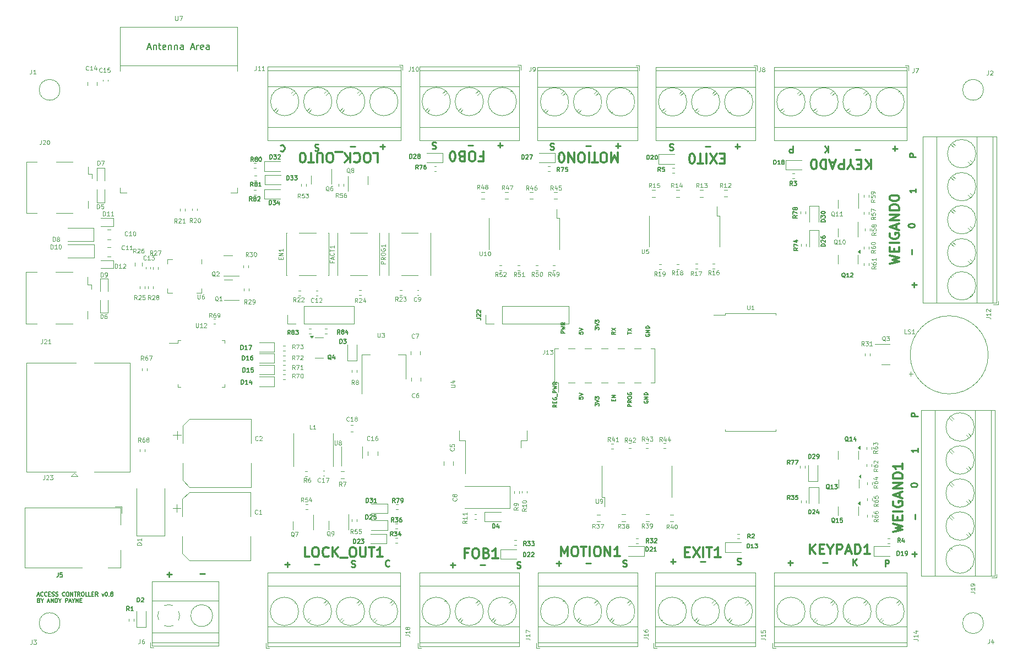
<source format=gbr>
G04 #@! TF.GenerationSoftware,KiCad,Pcbnew,7.0.11+dfsg-1build4*
G04 #@! TF.CreationDate,2025-12-11T12:27:05-06:00*
G04 #@! TF.ProjectId,access-controller,61636365-7373-42d6-936f-6e74726f6c6c,rev?*
G04 #@! TF.SameCoordinates,Original*
G04 #@! TF.FileFunction,Legend,Top*
G04 #@! TF.FilePolarity,Positive*
%FSLAX46Y46*%
G04 Gerber Fmt 4.6, Leading zero omitted, Abs format (unit mm)*
G04 Created by KiCad (PCBNEW 7.0.11+dfsg-1build4) date 2025-12-11 12:27:05*
%MOMM*%
%LPD*%
G01*
G04 APERTURE LIST*
%ADD10C,0.250000*%
%ADD11C,0.300000*%
%ADD12C,0.150000*%
%ADD13C,0.100000*%
%ADD14C,0.120000*%
G04 APERTURE END LIST*
D10*
X203678048Y-121593666D02*
X204439953Y-121593666D01*
X198344048Y-121593666D02*
X199105953Y-121593666D01*
X198725000Y-121974619D02*
X198725000Y-121212714D01*
D11*
X211171428Y-59546671D02*
X211171428Y-61046671D01*
X210314285Y-59546671D02*
X210957142Y-60403814D01*
X210314285Y-61046671D02*
X211171428Y-60189528D01*
X209671428Y-60332385D02*
X209171428Y-60332385D01*
X208957142Y-59546671D02*
X209671428Y-59546671D01*
X209671428Y-59546671D02*
X209671428Y-61046671D01*
X209671428Y-61046671D02*
X208957142Y-61046671D01*
X208028570Y-60260957D02*
X208028570Y-59546671D01*
X208528570Y-61046671D02*
X208028570Y-60260957D01*
X208028570Y-60260957D02*
X207528570Y-61046671D01*
X207028571Y-59546671D02*
X207028571Y-61046671D01*
X207028571Y-61046671D02*
X206457142Y-61046671D01*
X206457142Y-61046671D02*
X206314285Y-60975242D01*
X206314285Y-60975242D02*
X206242856Y-60903814D01*
X206242856Y-60903814D02*
X206171428Y-60760957D01*
X206171428Y-60760957D02*
X206171428Y-60546671D01*
X206171428Y-60546671D02*
X206242856Y-60403814D01*
X206242856Y-60403814D02*
X206314285Y-60332385D01*
X206314285Y-60332385D02*
X206457142Y-60260957D01*
X206457142Y-60260957D02*
X207028571Y-60260957D01*
X205599999Y-59975242D02*
X204885714Y-59975242D01*
X205742856Y-59546671D02*
X205242856Y-61046671D01*
X205242856Y-61046671D02*
X204742856Y-59546671D01*
X204242857Y-59546671D02*
X204242857Y-61046671D01*
X204242857Y-61046671D02*
X203885714Y-61046671D01*
X203885714Y-61046671D02*
X203671428Y-60975242D01*
X203671428Y-60975242D02*
X203528571Y-60832385D01*
X203528571Y-60832385D02*
X203457142Y-60689528D01*
X203457142Y-60689528D02*
X203385714Y-60403814D01*
X203385714Y-60403814D02*
X203385714Y-60189528D01*
X203385714Y-60189528D02*
X203457142Y-59903814D01*
X203457142Y-59903814D02*
X203528571Y-59760957D01*
X203528571Y-59760957D02*
X203671428Y-59618100D01*
X203671428Y-59618100D02*
X203885714Y-59546671D01*
X203885714Y-59546671D02*
X204242857Y-59546671D01*
X202457142Y-61046671D02*
X202314285Y-61046671D01*
X202314285Y-61046671D02*
X202171428Y-60975242D01*
X202171428Y-60975242D02*
X202100000Y-60903814D01*
X202100000Y-60903814D02*
X202028571Y-60760957D01*
X202028571Y-60760957D02*
X201957142Y-60475242D01*
X201957142Y-60475242D02*
X201957142Y-60118100D01*
X201957142Y-60118100D02*
X202028571Y-59832385D01*
X202028571Y-59832385D02*
X202100000Y-59689528D01*
X202100000Y-59689528D02*
X202171428Y-59618100D01*
X202171428Y-59618100D02*
X202314285Y-59546671D01*
X202314285Y-59546671D02*
X202457142Y-59546671D01*
X202457142Y-59546671D02*
X202600000Y-59618100D01*
X202600000Y-59618100D02*
X202671428Y-59689528D01*
X202671428Y-59689528D02*
X202742857Y-59832385D01*
X202742857Y-59832385D02*
X202814285Y-60118100D01*
X202814285Y-60118100D02*
X202814285Y-60475242D01*
X202814285Y-60475242D02*
X202742857Y-60760957D01*
X202742857Y-60760957D02*
X202671428Y-60903814D01*
X202671428Y-60903814D02*
X202600000Y-60975242D01*
X202600000Y-60975242D02*
X202457142Y-61046671D01*
X188628571Y-59457385D02*
X188128571Y-59457385D01*
X187914285Y-58671671D02*
X188628571Y-58671671D01*
X188628571Y-58671671D02*
X188628571Y-60171671D01*
X188628571Y-60171671D02*
X187914285Y-60171671D01*
X187414285Y-60171671D02*
X186414285Y-58671671D01*
X186414285Y-60171671D02*
X187414285Y-58671671D01*
X185842857Y-58671671D02*
X185842857Y-60171671D01*
X185342856Y-60171671D02*
X184485714Y-60171671D01*
X184914285Y-58671671D02*
X184914285Y-60171671D01*
X183699999Y-60171671D02*
X183557142Y-60171671D01*
X183557142Y-60171671D02*
X183414285Y-60100242D01*
X183414285Y-60100242D02*
X183342857Y-60028814D01*
X183342857Y-60028814D02*
X183271428Y-59885957D01*
X183271428Y-59885957D02*
X183199999Y-59600242D01*
X183199999Y-59600242D02*
X183199999Y-59243100D01*
X183199999Y-59243100D02*
X183271428Y-58957385D01*
X183271428Y-58957385D02*
X183342857Y-58814528D01*
X183342857Y-58814528D02*
X183414285Y-58743100D01*
X183414285Y-58743100D02*
X183557142Y-58671671D01*
X183557142Y-58671671D02*
X183699999Y-58671671D01*
X183699999Y-58671671D02*
X183842857Y-58743100D01*
X183842857Y-58743100D02*
X183914285Y-58814528D01*
X183914285Y-58814528D02*
X183985714Y-58957385D01*
X183985714Y-58957385D02*
X184057142Y-59243100D01*
X184057142Y-59243100D02*
X184057142Y-59600242D01*
X184057142Y-59600242D02*
X183985714Y-59885957D01*
X183985714Y-59885957D02*
X183914285Y-60028814D01*
X183914285Y-60028814D02*
X183842857Y-60100242D01*
X183842857Y-60100242D02*
X183699999Y-60171671D01*
X172200000Y-58521671D02*
X172200000Y-60021671D01*
X172200000Y-60021671D02*
X171700000Y-58950242D01*
X171700000Y-58950242D02*
X171200000Y-60021671D01*
X171200000Y-60021671D02*
X171200000Y-58521671D01*
X170199999Y-60021671D02*
X169914285Y-60021671D01*
X169914285Y-60021671D02*
X169771428Y-59950242D01*
X169771428Y-59950242D02*
X169628571Y-59807385D01*
X169628571Y-59807385D02*
X169557142Y-59521671D01*
X169557142Y-59521671D02*
X169557142Y-59021671D01*
X169557142Y-59021671D02*
X169628571Y-58735957D01*
X169628571Y-58735957D02*
X169771428Y-58593100D01*
X169771428Y-58593100D02*
X169914285Y-58521671D01*
X169914285Y-58521671D02*
X170199999Y-58521671D01*
X170199999Y-58521671D02*
X170342857Y-58593100D01*
X170342857Y-58593100D02*
X170485714Y-58735957D01*
X170485714Y-58735957D02*
X170557142Y-59021671D01*
X170557142Y-59021671D02*
X170557142Y-59521671D01*
X170557142Y-59521671D02*
X170485714Y-59807385D01*
X170485714Y-59807385D02*
X170342857Y-59950242D01*
X170342857Y-59950242D02*
X170199999Y-60021671D01*
X169128570Y-60021671D02*
X168271428Y-60021671D01*
X168699999Y-58521671D02*
X168699999Y-60021671D01*
X167771428Y-58521671D02*
X167771428Y-60021671D01*
X166771427Y-60021671D02*
X166485713Y-60021671D01*
X166485713Y-60021671D02*
X166342856Y-59950242D01*
X166342856Y-59950242D02*
X166199999Y-59807385D01*
X166199999Y-59807385D02*
X166128570Y-59521671D01*
X166128570Y-59521671D02*
X166128570Y-59021671D01*
X166128570Y-59021671D02*
X166199999Y-58735957D01*
X166199999Y-58735957D02*
X166342856Y-58593100D01*
X166342856Y-58593100D02*
X166485713Y-58521671D01*
X166485713Y-58521671D02*
X166771427Y-58521671D01*
X166771427Y-58521671D02*
X166914285Y-58593100D01*
X166914285Y-58593100D02*
X167057142Y-58735957D01*
X167057142Y-58735957D02*
X167128570Y-59021671D01*
X167128570Y-59021671D02*
X167128570Y-59521671D01*
X167128570Y-59521671D02*
X167057142Y-59807385D01*
X167057142Y-59807385D02*
X166914285Y-59950242D01*
X166914285Y-59950242D02*
X166771427Y-60021671D01*
X165485713Y-58521671D02*
X165485713Y-60021671D01*
X165485713Y-60021671D02*
X164628570Y-58521671D01*
X164628570Y-58521671D02*
X164628570Y-60021671D01*
X163628569Y-60021671D02*
X163485712Y-60021671D01*
X163485712Y-60021671D02*
X163342855Y-59950242D01*
X163342855Y-59950242D02*
X163271427Y-59878814D01*
X163271427Y-59878814D02*
X163199998Y-59735957D01*
X163199998Y-59735957D02*
X163128569Y-59450242D01*
X163128569Y-59450242D02*
X163128569Y-59093100D01*
X163128569Y-59093100D02*
X163199998Y-58807385D01*
X163199998Y-58807385D02*
X163271427Y-58664528D01*
X163271427Y-58664528D02*
X163342855Y-58593100D01*
X163342855Y-58593100D02*
X163485712Y-58521671D01*
X163485712Y-58521671D02*
X163628569Y-58521671D01*
X163628569Y-58521671D02*
X163771427Y-58593100D01*
X163771427Y-58593100D02*
X163842855Y-58664528D01*
X163842855Y-58664528D02*
X163914284Y-58807385D01*
X163914284Y-58807385D02*
X163985712Y-59093100D01*
X163985712Y-59093100D02*
X163985712Y-59450242D01*
X163985712Y-59450242D02*
X163914284Y-59735957D01*
X163914284Y-59735957D02*
X163842855Y-59878814D01*
X163842855Y-59878814D02*
X163771427Y-59950242D01*
X163771427Y-59950242D02*
X163628569Y-60021671D01*
X151035714Y-59107385D02*
X151535714Y-59107385D01*
X151535714Y-58321671D02*
X151535714Y-59821671D01*
X151535714Y-59821671D02*
X150821428Y-59821671D01*
X149964285Y-59821671D02*
X149678571Y-59821671D01*
X149678571Y-59821671D02*
X149535714Y-59750242D01*
X149535714Y-59750242D02*
X149392857Y-59607385D01*
X149392857Y-59607385D02*
X149321428Y-59321671D01*
X149321428Y-59321671D02*
X149321428Y-58821671D01*
X149321428Y-58821671D02*
X149392857Y-58535957D01*
X149392857Y-58535957D02*
X149535714Y-58393100D01*
X149535714Y-58393100D02*
X149678571Y-58321671D01*
X149678571Y-58321671D02*
X149964285Y-58321671D01*
X149964285Y-58321671D02*
X150107143Y-58393100D01*
X150107143Y-58393100D02*
X150250000Y-58535957D01*
X150250000Y-58535957D02*
X150321428Y-58821671D01*
X150321428Y-58821671D02*
X150321428Y-59321671D01*
X150321428Y-59321671D02*
X150250000Y-59607385D01*
X150250000Y-59607385D02*
X150107143Y-59750242D01*
X150107143Y-59750242D02*
X149964285Y-59821671D01*
X148178571Y-59107385D02*
X147964285Y-59035957D01*
X147964285Y-59035957D02*
X147892856Y-58964528D01*
X147892856Y-58964528D02*
X147821428Y-58821671D01*
X147821428Y-58821671D02*
X147821428Y-58607385D01*
X147821428Y-58607385D02*
X147892856Y-58464528D01*
X147892856Y-58464528D02*
X147964285Y-58393100D01*
X147964285Y-58393100D02*
X148107142Y-58321671D01*
X148107142Y-58321671D02*
X148678571Y-58321671D01*
X148678571Y-58321671D02*
X148678571Y-59821671D01*
X148678571Y-59821671D02*
X148178571Y-59821671D01*
X148178571Y-59821671D02*
X148035714Y-59750242D01*
X148035714Y-59750242D02*
X147964285Y-59678814D01*
X147964285Y-59678814D02*
X147892856Y-59535957D01*
X147892856Y-59535957D02*
X147892856Y-59393100D01*
X147892856Y-59393100D02*
X147964285Y-59250242D01*
X147964285Y-59250242D02*
X148035714Y-59178814D01*
X148035714Y-59178814D02*
X148178571Y-59107385D01*
X148178571Y-59107385D02*
X148678571Y-59107385D01*
X146892856Y-59821671D02*
X146749999Y-59821671D01*
X146749999Y-59821671D02*
X146607142Y-59750242D01*
X146607142Y-59750242D02*
X146535714Y-59678814D01*
X146535714Y-59678814D02*
X146464285Y-59535957D01*
X146464285Y-59535957D02*
X146392856Y-59250242D01*
X146392856Y-59250242D02*
X146392856Y-58893100D01*
X146392856Y-58893100D02*
X146464285Y-58607385D01*
X146464285Y-58607385D02*
X146535714Y-58464528D01*
X146535714Y-58464528D02*
X146607142Y-58393100D01*
X146607142Y-58393100D02*
X146749999Y-58321671D01*
X146749999Y-58321671D02*
X146892856Y-58321671D01*
X146892856Y-58321671D02*
X147035714Y-58393100D01*
X147035714Y-58393100D02*
X147107142Y-58464528D01*
X147107142Y-58464528D02*
X147178571Y-58607385D01*
X147178571Y-58607385D02*
X147249999Y-58893100D01*
X147249999Y-58893100D02*
X147249999Y-59250242D01*
X147249999Y-59250242D02*
X147178571Y-59535957D01*
X147178571Y-59535957D02*
X147107142Y-59678814D01*
X147107142Y-59678814D02*
X147035714Y-59750242D01*
X147035714Y-59750242D02*
X146892856Y-59821671D01*
X134610000Y-58531671D02*
X135324286Y-58531671D01*
X135324286Y-58531671D02*
X135324286Y-60031671D01*
X133824285Y-60031671D02*
X133538571Y-60031671D01*
X133538571Y-60031671D02*
X133395714Y-59960242D01*
X133395714Y-59960242D02*
X133252857Y-59817385D01*
X133252857Y-59817385D02*
X133181428Y-59531671D01*
X133181428Y-59531671D02*
X133181428Y-59031671D01*
X133181428Y-59031671D02*
X133252857Y-58745957D01*
X133252857Y-58745957D02*
X133395714Y-58603100D01*
X133395714Y-58603100D02*
X133538571Y-58531671D01*
X133538571Y-58531671D02*
X133824285Y-58531671D01*
X133824285Y-58531671D02*
X133967143Y-58603100D01*
X133967143Y-58603100D02*
X134110000Y-58745957D01*
X134110000Y-58745957D02*
X134181428Y-59031671D01*
X134181428Y-59031671D02*
X134181428Y-59531671D01*
X134181428Y-59531671D02*
X134110000Y-59817385D01*
X134110000Y-59817385D02*
X133967143Y-59960242D01*
X133967143Y-59960242D02*
X133824285Y-60031671D01*
X131681428Y-58674528D02*
X131752856Y-58603100D01*
X131752856Y-58603100D02*
X131967142Y-58531671D01*
X131967142Y-58531671D02*
X132109999Y-58531671D01*
X132109999Y-58531671D02*
X132324285Y-58603100D01*
X132324285Y-58603100D02*
X132467142Y-58745957D01*
X132467142Y-58745957D02*
X132538571Y-58888814D01*
X132538571Y-58888814D02*
X132609999Y-59174528D01*
X132609999Y-59174528D02*
X132609999Y-59388814D01*
X132609999Y-59388814D02*
X132538571Y-59674528D01*
X132538571Y-59674528D02*
X132467142Y-59817385D01*
X132467142Y-59817385D02*
X132324285Y-59960242D01*
X132324285Y-59960242D02*
X132109999Y-60031671D01*
X132109999Y-60031671D02*
X131967142Y-60031671D01*
X131967142Y-60031671D02*
X131752856Y-59960242D01*
X131752856Y-59960242D02*
X131681428Y-59888814D01*
X131038571Y-58531671D02*
X131038571Y-60031671D01*
X130181428Y-58531671D02*
X130824285Y-59388814D01*
X130181428Y-60031671D02*
X131038571Y-59174528D01*
X129895714Y-58388814D02*
X128752856Y-58388814D01*
X128109999Y-60031671D02*
X127824285Y-60031671D01*
X127824285Y-60031671D02*
X127681428Y-59960242D01*
X127681428Y-59960242D02*
X127538571Y-59817385D01*
X127538571Y-59817385D02*
X127467142Y-59531671D01*
X127467142Y-59531671D02*
X127467142Y-59031671D01*
X127467142Y-59031671D02*
X127538571Y-58745957D01*
X127538571Y-58745957D02*
X127681428Y-58603100D01*
X127681428Y-58603100D02*
X127824285Y-58531671D01*
X127824285Y-58531671D02*
X128109999Y-58531671D01*
X128109999Y-58531671D02*
X128252857Y-58603100D01*
X128252857Y-58603100D02*
X128395714Y-58745957D01*
X128395714Y-58745957D02*
X128467142Y-59031671D01*
X128467142Y-59031671D02*
X128467142Y-59531671D01*
X128467142Y-59531671D02*
X128395714Y-59817385D01*
X128395714Y-59817385D02*
X128252857Y-59960242D01*
X128252857Y-59960242D02*
X128109999Y-60031671D01*
X126824285Y-60031671D02*
X126824285Y-58817385D01*
X126824285Y-58817385D02*
X126752856Y-58674528D01*
X126752856Y-58674528D02*
X126681428Y-58603100D01*
X126681428Y-58603100D02*
X126538570Y-58531671D01*
X126538570Y-58531671D02*
X126252856Y-58531671D01*
X126252856Y-58531671D02*
X126109999Y-58603100D01*
X126109999Y-58603100D02*
X126038570Y-58674528D01*
X126038570Y-58674528D02*
X125967142Y-58817385D01*
X125967142Y-58817385D02*
X125967142Y-60031671D01*
X125467141Y-60031671D02*
X124609999Y-60031671D01*
X125038570Y-58531671D02*
X125038570Y-60031671D01*
X123824284Y-60031671D02*
X123681427Y-60031671D01*
X123681427Y-60031671D02*
X123538570Y-59960242D01*
X123538570Y-59960242D02*
X123467142Y-59888814D01*
X123467142Y-59888814D02*
X123395713Y-59745957D01*
X123395713Y-59745957D02*
X123324284Y-59460242D01*
X123324284Y-59460242D02*
X123324284Y-59103100D01*
X123324284Y-59103100D02*
X123395713Y-58817385D01*
X123395713Y-58817385D02*
X123467142Y-58674528D01*
X123467142Y-58674528D02*
X123538570Y-58603100D01*
X123538570Y-58603100D02*
X123681427Y-58531671D01*
X123681427Y-58531671D02*
X123824284Y-58531671D01*
X123824284Y-58531671D02*
X123967142Y-58603100D01*
X123967142Y-58603100D02*
X124038570Y-58674528D01*
X124038570Y-58674528D02*
X124109999Y-58817385D01*
X124109999Y-58817385D02*
X124181427Y-59103100D01*
X124181427Y-59103100D02*
X124181427Y-59460242D01*
X124181427Y-59460242D02*
X124109999Y-59745957D01*
X124109999Y-59745957D02*
X124038570Y-59888814D01*
X124038570Y-59888814D02*
X123967142Y-59960242D01*
X123967142Y-59960242D02*
X123824284Y-60031671D01*
D10*
X184891048Y-121368666D02*
X185652953Y-121368666D01*
X191145713Y-120898000D02*
X191002856Y-120850380D01*
X191002856Y-120850380D02*
X190764761Y-120850380D01*
X190764761Y-120850380D02*
X190669523Y-120898000D01*
X190669523Y-120898000D02*
X190621904Y-120945619D01*
X190621904Y-120945619D02*
X190574285Y-121040857D01*
X190574285Y-121040857D02*
X190574285Y-121136095D01*
X190574285Y-121136095D02*
X190621904Y-121231333D01*
X190621904Y-121231333D02*
X190669523Y-121278952D01*
X190669523Y-121278952D02*
X190764761Y-121326571D01*
X190764761Y-121326571D02*
X190955237Y-121374190D01*
X190955237Y-121374190D02*
X191050475Y-121421809D01*
X191050475Y-121421809D02*
X191098094Y-121469428D01*
X191098094Y-121469428D02*
X191145713Y-121564666D01*
X191145713Y-121564666D02*
X191145713Y-121659904D01*
X191145713Y-121659904D02*
X191098094Y-121755142D01*
X191098094Y-121755142D02*
X191050475Y-121802761D01*
X191050475Y-121802761D02*
X190955237Y-121850380D01*
X190955237Y-121850380D02*
X190717142Y-121850380D01*
X190717142Y-121850380D02*
X190574285Y-121802761D01*
D11*
X182585428Y-119926614D02*
X183085428Y-119926614D01*
X183299714Y-120712328D02*
X182585428Y-120712328D01*
X182585428Y-120712328D02*
X182585428Y-119212328D01*
X182585428Y-119212328D02*
X183299714Y-119212328D01*
X183799714Y-119212328D02*
X184799714Y-120712328D01*
X184799714Y-119212328D02*
X183799714Y-120712328D01*
X185371142Y-120712328D02*
X185371142Y-119212328D01*
X185871143Y-119212328D02*
X186728286Y-119212328D01*
X186299714Y-120712328D02*
X186299714Y-119212328D01*
X188014000Y-120712328D02*
X187156857Y-120712328D01*
X187585428Y-120712328D02*
X187585428Y-119212328D01*
X187585428Y-119212328D02*
X187442571Y-119426614D01*
X187442571Y-119426614D02*
X187299714Y-119569471D01*
X187299714Y-119569471D02*
X187156857Y-119640900D01*
D10*
X180319048Y-121368666D02*
X181080953Y-121368666D01*
X180700000Y-121749619D02*
X180700000Y-120987714D01*
D11*
X163499999Y-120578328D02*
X163499999Y-119078328D01*
X163499999Y-119078328D02*
X163999999Y-120149757D01*
X163999999Y-120149757D02*
X164499999Y-119078328D01*
X164499999Y-119078328D02*
X164499999Y-120578328D01*
X165500000Y-119078328D02*
X165785714Y-119078328D01*
X165785714Y-119078328D02*
X165928571Y-119149757D01*
X165928571Y-119149757D02*
X166071428Y-119292614D01*
X166071428Y-119292614D02*
X166142857Y-119578328D01*
X166142857Y-119578328D02*
X166142857Y-120078328D01*
X166142857Y-120078328D02*
X166071428Y-120364042D01*
X166071428Y-120364042D02*
X165928571Y-120506900D01*
X165928571Y-120506900D02*
X165785714Y-120578328D01*
X165785714Y-120578328D02*
X165500000Y-120578328D01*
X165500000Y-120578328D02*
X165357143Y-120506900D01*
X165357143Y-120506900D02*
X165214285Y-120364042D01*
X165214285Y-120364042D02*
X165142857Y-120078328D01*
X165142857Y-120078328D02*
X165142857Y-119578328D01*
X165142857Y-119578328D02*
X165214285Y-119292614D01*
X165214285Y-119292614D02*
X165357143Y-119149757D01*
X165357143Y-119149757D02*
X165500000Y-119078328D01*
X166571429Y-119078328D02*
X167428572Y-119078328D01*
X167000000Y-120578328D02*
X167000000Y-119078328D01*
X167928571Y-120578328D02*
X167928571Y-119078328D01*
X168928572Y-119078328D02*
X169214286Y-119078328D01*
X169214286Y-119078328D02*
X169357143Y-119149757D01*
X169357143Y-119149757D02*
X169500000Y-119292614D01*
X169500000Y-119292614D02*
X169571429Y-119578328D01*
X169571429Y-119578328D02*
X169571429Y-120078328D01*
X169571429Y-120078328D02*
X169500000Y-120364042D01*
X169500000Y-120364042D02*
X169357143Y-120506900D01*
X169357143Y-120506900D02*
X169214286Y-120578328D01*
X169214286Y-120578328D02*
X168928572Y-120578328D01*
X168928572Y-120578328D02*
X168785715Y-120506900D01*
X168785715Y-120506900D02*
X168642857Y-120364042D01*
X168642857Y-120364042D02*
X168571429Y-120078328D01*
X168571429Y-120078328D02*
X168571429Y-119578328D01*
X168571429Y-119578328D02*
X168642857Y-119292614D01*
X168642857Y-119292614D02*
X168785715Y-119149757D01*
X168785715Y-119149757D02*
X168928572Y-119078328D01*
X170214286Y-120578328D02*
X170214286Y-119078328D01*
X170214286Y-119078328D02*
X171071429Y-120578328D01*
X171071429Y-120578328D02*
X171071429Y-119078328D01*
X172571430Y-120578328D02*
X171714287Y-120578328D01*
X172142858Y-120578328D02*
X172142858Y-119078328D01*
X172142858Y-119078328D02*
X172000001Y-119292614D01*
X172000001Y-119292614D02*
X171857144Y-119435471D01*
X171857144Y-119435471D02*
X171714287Y-119506900D01*
X149164285Y-120067614D02*
X148664285Y-120067614D01*
X148664285Y-120853328D02*
X148664285Y-119353328D01*
X148664285Y-119353328D02*
X149378571Y-119353328D01*
X150235714Y-119353328D02*
X150521428Y-119353328D01*
X150521428Y-119353328D02*
X150664285Y-119424757D01*
X150664285Y-119424757D02*
X150807142Y-119567614D01*
X150807142Y-119567614D02*
X150878571Y-119853328D01*
X150878571Y-119853328D02*
X150878571Y-120353328D01*
X150878571Y-120353328D02*
X150807142Y-120639042D01*
X150807142Y-120639042D02*
X150664285Y-120781900D01*
X150664285Y-120781900D02*
X150521428Y-120853328D01*
X150521428Y-120853328D02*
X150235714Y-120853328D01*
X150235714Y-120853328D02*
X150092857Y-120781900D01*
X150092857Y-120781900D02*
X149949999Y-120639042D01*
X149949999Y-120639042D02*
X149878571Y-120353328D01*
X149878571Y-120353328D02*
X149878571Y-119853328D01*
X149878571Y-119853328D02*
X149949999Y-119567614D01*
X149949999Y-119567614D02*
X150092857Y-119424757D01*
X150092857Y-119424757D02*
X150235714Y-119353328D01*
X152021428Y-120067614D02*
X152235714Y-120139042D01*
X152235714Y-120139042D02*
X152307143Y-120210471D01*
X152307143Y-120210471D02*
X152378571Y-120353328D01*
X152378571Y-120353328D02*
X152378571Y-120567614D01*
X152378571Y-120567614D02*
X152307143Y-120710471D01*
X152307143Y-120710471D02*
X152235714Y-120781900D01*
X152235714Y-120781900D02*
X152092857Y-120853328D01*
X152092857Y-120853328D02*
X151521428Y-120853328D01*
X151521428Y-120853328D02*
X151521428Y-119353328D01*
X151521428Y-119353328D02*
X152021428Y-119353328D01*
X152021428Y-119353328D02*
X152164286Y-119424757D01*
X152164286Y-119424757D02*
X152235714Y-119496185D01*
X152235714Y-119496185D02*
X152307143Y-119639042D01*
X152307143Y-119639042D02*
X152307143Y-119781900D01*
X152307143Y-119781900D02*
X152235714Y-119924757D01*
X152235714Y-119924757D02*
X152164286Y-119996185D01*
X152164286Y-119996185D02*
X152021428Y-120067614D01*
X152021428Y-120067614D02*
X151521428Y-120067614D01*
X153807143Y-120853328D02*
X152950000Y-120853328D01*
X153378571Y-120853328D02*
X153378571Y-119353328D01*
X153378571Y-119353328D02*
X153235714Y-119567614D01*
X153235714Y-119567614D02*
X153092857Y-119710471D01*
X153092857Y-119710471D02*
X152950000Y-119781900D01*
X124817999Y-120673328D02*
X124103713Y-120673328D01*
X124103713Y-120673328D02*
X124103713Y-119173328D01*
X125603714Y-119173328D02*
X125889428Y-119173328D01*
X125889428Y-119173328D02*
X126032285Y-119244757D01*
X126032285Y-119244757D02*
X126175142Y-119387614D01*
X126175142Y-119387614D02*
X126246571Y-119673328D01*
X126246571Y-119673328D02*
X126246571Y-120173328D01*
X126246571Y-120173328D02*
X126175142Y-120459042D01*
X126175142Y-120459042D02*
X126032285Y-120601900D01*
X126032285Y-120601900D02*
X125889428Y-120673328D01*
X125889428Y-120673328D02*
X125603714Y-120673328D01*
X125603714Y-120673328D02*
X125460857Y-120601900D01*
X125460857Y-120601900D02*
X125317999Y-120459042D01*
X125317999Y-120459042D02*
X125246571Y-120173328D01*
X125246571Y-120173328D02*
X125246571Y-119673328D01*
X125246571Y-119673328D02*
X125317999Y-119387614D01*
X125317999Y-119387614D02*
X125460857Y-119244757D01*
X125460857Y-119244757D02*
X125603714Y-119173328D01*
X127746571Y-120530471D02*
X127675143Y-120601900D01*
X127675143Y-120601900D02*
X127460857Y-120673328D01*
X127460857Y-120673328D02*
X127318000Y-120673328D01*
X127318000Y-120673328D02*
X127103714Y-120601900D01*
X127103714Y-120601900D02*
X126960857Y-120459042D01*
X126960857Y-120459042D02*
X126889428Y-120316185D01*
X126889428Y-120316185D02*
X126818000Y-120030471D01*
X126818000Y-120030471D02*
X126818000Y-119816185D01*
X126818000Y-119816185D02*
X126889428Y-119530471D01*
X126889428Y-119530471D02*
X126960857Y-119387614D01*
X126960857Y-119387614D02*
X127103714Y-119244757D01*
X127103714Y-119244757D02*
X127318000Y-119173328D01*
X127318000Y-119173328D02*
X127460857Y-119173328D01*
X127460857Y-119173328D02*
X127675143Y-119244757D01*
X127675143Y-119244757D02*
X127746571Y-119316185D01*
X128389428Y-120673328D02*
X128389428Y-119173328D01*
X129246571Y-120673328D02*
X128603714Y-119816185D01*
X129246571Y-119173328D02*
X128389428Y-120030471D01*
X129532286Y-120816185D02*
X130675143Y-120816185D01*
X131318000Y-119173328D02*
X131603714Y-119173328D01*
X131603714Y-119173328D02*
X131746571Y-119244757D01*
X131746571Y-119244757D02*
X131889428Y-119387614D01*
X131889428Y-119387614D02*
X131960857Y-119673328D01*
X131960857Y-119673328D02*
X131960857Y-120173328D01*
X131960857Y-120173328D02*
X131889428Y-120459042D01*
X131889428Y-120459042D02*
X131746571Y-120601900D01*
X131746571Y-120601900D02*
X131603714Y-120673328D01*
X131603714Y-120673328D02*
X131318000Y-120673328D01*
X131318000Y-120673328D02*
X131175143Y-120601900D01*
X131175143Y-120601900D02*
X131032285Y-120459042D01*
X131032285Y-120459042D02*
X130960857Y-120173328D01*
X130960857Y-120173328D02*
X130960857Y-119673328D01*
X130960857Y-119673328D02*
X131032285Y-119387614D01*
X131032285Y-119387614D02*
X131175143Y-119244757D01*
X131175143Y-119244757D02*
X131318000Y-119173328D01*
X132603714Y-119173328D02*
X132603714Y-120387614D01*
X132603714Y-120387614D02*
X132675143Y-120530471D01*
X132675143Y-120530471D02*
X132746572Y-120601900D01*
X132746572Y-120601900D02*
X132889429Y-120673328D01*
X132889429Y-120673328D02*
X133175143Y-120673328D01*
X133175143Y-120673328D02*
X133318000Y-120601900D01*
X133318000Y-120601900D02*
X133389429Y-120530471D01*
X133389429Y-120530471D02*
X133460857Y-120387614D01*
X133460857Y-120387614D02*
X133460857Y-119173328D01*
X133960858Y-119173328D02*
X134818001Y-119173328D01*
X134389429Y-120673328D02*
X134389429Y-119173328D01*
X136103715Y-120673328D02*
X135246572Y-120673328D01*
X135675143Y-120673328D02*
X135675143Y-119173328D01*
X135675143Y-119173328D02*
X135532286Y-119387614D01*
X135532286Y-119387614D02*
X135389429Y-119530471D01*
X135389429Y-119530471D02*
X135246572Y-119601900D01*
X214518328Y-116861428D02*
X216018328Y-116504285D01*
X216018328Y-116504285D02*
X214946900Y-116218571D01*
X214946900Y-116218571D02*
X216018328Y-115932856D01*
X216018328Y-115932856D02*
X214518328Y-115575714D01*
X215232614Y-115004285D02*
X215232614Y-114504285D01*
X216018328Y-114289999D02*
X216018328Y-115004285D01*
X216018328Y-115004285D02*
X214518328Y-115004285D01*
X214518328Y-115004285D02*
X214518328Y-114289999D01*
X216018328Y-113647142D02*
X214518328Y-113647142D01*
X214589757Y-112147141D02*
X214518328Y-112289999D01*
X214518328Y-112289999D02*
X214518328Y-112504284D01*
X214518328Y-112504284D02*
X214589757Y-112718570D01*
X214589757Y-112718570D02*
X214732614Y-112861427D01*
X214732614Y-112861427D02*
X214875471Y-112932856D01*
X214875471Y-112932856D02*
X215161185Y-113004284D01*
X215161185Y-113004284D02*
X215375471Y-113004284D01*
X215375471Y-113004284D02*
X215661185Y-112932856D01*
X215661185Y-112932856D02*
X215804042Y-112861427D01*
X215804042Y-112861427D02*
X215946900Y-112718570D01*
X215946900Y-112718570D02*
X216018328Y-112504284D01*
X216018328Y-112504284D02*
X216018328Y-112361427D01*
X216018328Y-112361427D02*
X215946900Y-112147141D01*
X215946900Y-112147141D02*
X215875471Y-112075713D01*
X215875471Y-112075713D02*
X215375471Y-112075713D01*
X215375471Y-112075713D02*
X215375471Y-112361427D01*
X215589757Y-111504284D02*
X215589757Y-110789999D01*
X216018328Y-111647141D02*
X214518328Y-111147141D01*
X214518328Y-111147141D02*
X216018328Y-110647141D01*
X216018328Y-110147142D02*
X214518328Y-110147142D01*
X214518328Y-110147142D02*
X216018328Y-109289999D01*
X216018328Y-109289999D02*
X214518328Y-109289999D01*
X216018328Y-108575713D02*
X214518328Y-108575713D01*
X214518328Y-108575713D02*
X214518328Y-108218570D01*
X214518328Y-108218570D02*
X214589757Y-108004284D01*
X214589757Y-108004284D02*
X214732614Y-107861427D01*
X214732614Y-107861427D02*
X214875471Y-107789998D01*
X214875471Y-107789998D02*
X215161185Y-107718570D01*
X215161185Y-107718570D02*
X215375471Y-107718570D01*
X215375471Y-107718570D02*
X215661185Y-107789998D01*
X215661185Y-107789998D02*
X215804042Y-107861427D01*
X215804042Y-107861427D02*
X215946900Y-108004284D01*
X215946900Y-108004284D02*
X216018328Y-108218570D01*
X216018328Y-108218570D02*
X216018328Y-108575713D01*
X216018328Y-106289998D02*
X216018328Y-107147141D01*
X216018328Y-106718570D02*
X214518328Y-106718570D01*
X214518328Y-106718570D02*
X214732614Y-106861427D01*
X214732614Y-106861427D02*
X214875471Y-107004284D01*
X214875471Y-107004284D02*
X214946900Y-107147141D01*
X214008328Y-75621428D02*
X215508328Y-75264285D01*
X215508328Y-75264285D02*
X214436900Y-74978571D01*
X214436900Y-74978571D02*
X215508328Y-74692856D01*
X215508328Y-74692856D02*
X214008328Y-74335714D01*
X214722614Y-73764285D02*
X214722614Y-73264285D01*
X215508328Y-73049999D02*
X215508328Y-73764285D01*
X215508328Y-73764285D02*
X214008328Y-73764285D01*
X214008328Y-73764285D02*
X214008328Y-73049999D01*
X215508328Y-72407142D02*
X214008328Y-72407142D01*
X214079757Y-70907141D02*
X214008328Y-71049999D01*
X214008328Y-71049999D02*
X214008328Y-71264284D01*
X214008328Y-71264284D02*
X214079757Y-71478570D01*
X214079757Y-71478570D02*
X214222614Y-71621427D01*
X214222614Y-71621427D02*
X214365471Y-71692856D01*
X214365471Y-71692856D02*
X214651185Y-71764284D01*
X214651185Y-71764284D02*
X214865471Y-71764284D01*
X214865471Y-71764284D02*
X215151185Y-71692856D01*
X215151185Y-71692856D02*
X215294042Y-71621427D01*
X215294042Y-71621427D02*
X215436900Y-71478570D01*
X215436900Y-71478570D02*
X215508328Y-71264284D01*
X215508328Y-71264284D02*
X215508328Y-71121427D01*
X215508328Y-71121427D02*
X215436900Y-70907141D01*
X215436900Y-70907141D02*
X215365471Y-70835713D01*
X215365471Y-70835713D02*
X214865471Y-70835713D01*
X214865471Y-70835713D02*
X214865471Y-71121427D01*
X215079757Y-70264284D02*
X215079757Y-69549999D01*
X215508328Y-70407141D02*
X214008328Y-69907141D01*
X214008328Y-69907141D02*
X215508328Y-69407141D01*
X215508328Y-68907142D02*
X214008328Y-68907142D01*
X214008328Y-68907142D02*
X215508328Y-68049999D01*
X215508328Y-68049999D02*
X214008328Y-68049999D01*
X215508328Y-67335713D02*
X214008328Y-67335713D01*
X214008328Y-67335713D02*
X214008328Y-66978570D01*
X214008328Y-66978570D02*
X214079757Y-66764284D01*
X214079757Y-66764284D02*
X214222614Y-66621427D01*
X214222614Y-66621427D02*
X214365471Y-66549998D01*
X214365471Y-66549998D02*
X214651185Y-66478570D01*
X214651185Y-66478570D02*
X214865471Y-66478570D01*
X214865471Y-66478570D02*
X215151185Y-66549998D01*
X215151185Y-66549998D02*
X215294042Y-66621427D01*
X215294042Y-66621427D02*
X215436900Y-66764284D01*
X215436900Y-66764284D02*
X215508328Y-66978570D01*
X215508328Y-66978570D02*
X215508328Y-67335713D01*
X214008328Y-65549998D02*
X214008328Y-65407141D01*
X214008328Y-65407141D02*
X214079757Y-65264284D01*
X214079757Y-65264284D02*
X214151185Y-65192856D01*
X214151185Y-65192856D02*
X214294042Y-65121427D01*
X214294042Y-65121427D02*
X214579757Y-65049998D01*
X214579757Y-65049998D02*
X214936900Y-65049998D01*
X214936900Y-65049998D02*
X215222614Y-65121427D01*
X215222614Y-65121427D02*
X215365471Y-65192856D01*
X215365471Y-65192856D02*
X215436900Y-65264284D01*
X215436900Y-65264284D02*
X215508328Y-65407141D01*
X215508328Y-65407141D02*
X215508328Y-65549998D01*
X215508328Y-65549998D02*
X215436900Y-65692856D01*
X215436900Y-65692856D02*
X215365471Y-65764284D01*
X215365471Y-65764284D02*
X215222614Y-65835713D01*
X215222614Y-65835713D02*
X214936900Y-65907141D01*
X214936900Y-65907141D02*
X214579757Y-65907141D01*
X214579757Y-65907141D02*
X214294042Y-65835713D01*
X214294042Y-65835713D02*
X214151185Y-65764284D01*
X214151185Y-65764284D02*
X214079757Y-65692856D01*
X214079757Y-65692856D02*
X214008328Y-65549998D01*
D12*
X162849771Y-97282142D02*
X162564057Y-97482142D01*
X162849771Y-97624999D02*
X162249771Y-97624999D01*
X162249771Y-97624999D02*
X162249771Y-97396428D01*
X162249771Y-97396428D02*
X162278342Y-97339285D01*
X162278342Y-97339285D02*
X162306914Y-97310714D01*
X162306914Y-97310714D02*
X162364057Y-97282142D01*
X162364057Y-97282142D02*
X162449771Y-97282142D01*
X162449771Y-97282142D02*
X162506914Y-97310714D01*
X162506914Y-97310714D02*
X162535485Y-97339285D01*
X162535485Y-97339285D02*
X162564057Y-97396428D01*
X162564057Y-97396428D02*
X162564057Y-97624999D01*
X162535485Y-97024999D02*
X162535485Y-96824999D01*
X162849771Y-96739285D02*
X162849771Y-97024999D01*
X162849771Y-97024999D02*
X162249771Y-97024999D01*
X162249771Y-97024999D02*
X162249771Y-96739285D01*
X162278342Y-96167857D02*
X162249771Y-96225000D01*
X162249771Y-96225000D02*
X162249771Y-96310714D01*
X162249771Y-96310714D02*
X162278342Y-96396428D01*
X162278342Y-96396428D02*
X162335485Y-96453571D01*
X162335485Y-96453571D02*
X162392628Y-96482142D01*
X162392628Y-96482142D02*
X162506914Y-96510714D01*
X162506914Y-96510714D02*
X162592628Y-96510714D01*
X162592628Y-96510714D02*
X162706914Y-96482142D01*
X162706914Y-96482142D02*
X162764057Y-96453571D01*
X162764057Y-96453571D02*
X162821200Y-96396428D01*
X162821200Y-96396428D02*
X162849771Y-96310714D01*
X162849771Y-96310714D02*
X162849771Y-96253571D01*
X162849771Y-96253571D02*
X162821200Y-96167857D01*
X162821200Y-96167857D02*
X162792628Y-96139285D01*
X162792628Y-96139285D02*
X162592628Y-96139285D01*
X162592628Y-96139285D02*
X162592628Y-96253571D01*
X162906914Y-96025000D02*
X162906914Y-95567857D01*
X162849771Y-95424999D02*
X162249771Y-95424999D01*
X162249771Y-95424999D02*
X162249771Y-95196428D01*
X162249771Y-95196428D02*
X162278342Y-95139285D01*
X162278342Y-95139285D02*
X162306914Y-95110714D01*
X162306914Y-95110714D02*
X162364057Y-95082142D01*
X162364057Y-95082142D02*
X162449771Y-95082142D01*
X162449771Y-95082142D02*
X162506914Y-95110714D01*
X162506914Y-95110714D02*
X162535485Y-95139285D01*
X162535485Y-95139285D02*
X162564057Y-95196428D01*
X162564057Y-95196428D02*
X162564057Y-95424999D01*
X162249771Y-94882142D02*
X162849771Y-94739285D01*
X162849771Y-94739285D02*
X162421200Y-94624999D01*
X162421200Y-94624999D02*
X162849771Y-94510714D01*
X162849771Y-94510714D02*
X162249771Y-94367857D01*
X162849771Y-93796428D02*
X162564057Y-93996428D01*
X162849771Y-94139285D02*
X162249771Y-94139285D01*
X162249771Y-94139285D02*
X162249771Y-93910714D01*
X162249771Y-93910714D02*
X162278342Y-93853571D01*
X162278342Y-93853571D02*
X162306914Y-93825000D01*
X162306914Y-93825000D02*
X162364057Y-93796428D01*
X162364057Y-93796428D02*
X162449771Y-93796428D01*
X162449771Y-93796428D02*
X162506914Y-93825000D01*
X162506914Y-93825000D02*
X162535485Y-93853571D01*
X162535485Y-93853571D02*
X162564057Y-93910714D01*
X162564057Y-93910714D02*
X162564057Y-94139285D01*
X164099771Y-86274999D02*
X163499771Y-86274999D01*
X163499771Y-86274999D02*
X163499771Y-86046428D01*
X163499771Y-86046428D02*
X163528342Y-85989285D01*
X163528342Y-85989285D02*
X163556914Y-85960714D01*
X163556914Y-85960714D02*
X163614057Y-85932142D01*
X163614057Y-85932142D02*
X163699771Y-85932142D01*
X163699771Y-85932142D02*
X163756914Y-85960714D01*
X163756914Y-85960714D02*
X163785485Y-85989285D01*
X163785485Y-85989285D02*
X163814057Y-86046428D01*
X163814057Y-86046428D02*
X163814057Y-86274999D01*
X163499771Y-85732142D02*
X164099771Y-85589285D01*
X164099771Y-85589285D02*
X163671200Y-85474999D01*
X163671200Y-85474999D02*
X164099771Y-85360714D01*
X164099771Y-85360714D02*
X163499771Y-85217857D01*
X164099771Y-84646428D02*
X163814057Y-84846428D01*
X164099771Y-84989285D02*
X163499771Y-84989285D01*
X163499771Y-84989285D02*
X163499771Y-84760714D01*
X163499771Y-84760714D02*
X163528342Y-84703571D01*
X163528342Y-84703571D02*
X163556914Y-84675000D01*
X163556914Y-84675000D02*
X163614057Y-84646428D01*
X163614057Y-84646428D02*
X163699771Y-84646428D01*
X163699771Y-84646428D02*
X163756914Y-84675000D01*
X163756914Y-84675000D02*
X163785485Y-84703571D01*
X163785485Y-84703571D02*
X163814057Y-84760714D01*
X163814057Y-84760714D02*
X163814057Y-84989285D01*
X166249771Y-96089285D02*
X166249771Y-96374999D01*
X166249771Y-96374999D02*
X166535485Y-96403571D01*
X166535485Y-96403571D02*
X166506914Y-96374999D01*
X166506914Y-96374999D02*
X166478342Y-96317857D01*
X166478342Y-96317857D02*
X166478342Y-96174999D01*
X166478342Y-96174999D02*
X166506914Y-96117857D01*
X166506914Y-96117857D02*
X166535485Y-96089285D01*
X166535485Y-96089285D02*
X166592628Y-96060714D01*
X166592628Y-96060714D02*
X166735485Y-96060714D01*
X166735485Y-96060714D02*
X166792628Y-96089285D01*
X166792628Y-96089285D02*
X166821200Y-96117857D01*
X166821200Y-96117857D02*
X166849771Y-96174999D01*
X166849771Y-96174999D02*
X166849771Y-96317857D01*
X166849771Y-96317857D02*
X166821200Y-96374999D01*
X166821200Y-96374999D02*
X166792628Y-96403571D01*
X166249771Y-95889285D02*
X166849771Y-95689285D01*
X166849771Y-95689285D02*
X166249771Y-95489285D01*
X166249771Y-86089285D02*
X166249771Y-86374999D01*
X166249771Y-86374999D02*
X166535485Y-86403571D01*
X166535485Y-86403571D02*
X166506914Y-86374999D01*
X166506914Y-86374999D02*
X166478342Y-86317857D01*
X166478342Y-86317857D02*
X166478342Y-86174999D01*
X166478342Y-86174999D02*
X166506914Y-86117857D01*
X166506914Y-86117857D02*
X166535485Y-86089285D01*
X166535485Y-86089285D02*
X166592628Y-86060714D01*
X166592628Y-86060714D02*
X166735485Y-86060714D01*
X166735485Y-86060714D02*
X166792628Y-86089285D01*
X166792628Y-86089285D02*
X166821200Y-86117857D01*
X166821200Y-86117857D02*
X166849771Y-86174999D01*
X166849771Y-86174999D02*
X166849771Y-86317857D01*
X166849771Y-86317857D02*
X166821200Y-86374999D01*
X166821200Y-86374999D02*
X166792628Y-86403571D01*
X166249771Y-85889285D02*
X166849771Y-85689285D01*
X166849771Y-85689285D02*
X166249771Y-85489285D01*
X168749771Y-97467857D02*
X168749771Y-97096429D01*
X168749771Y-97096429D02*
X168978342Y-97296429D01*
X168978342Y-97296429D02*
X168978342Y-97210714D01*
X168978342Y-97210714D02*
X169006914Y-97153572D01*
X169006914Y-97153572D02*
X169035485Y-97125000D01*
X169035485Y-97125000D02*
X169092628Y-97096429D01*
X169092628Y-97096429D02*
X169235485Y-97096429D01*
X169235485Y-97096429D02*
X169292628Y-97125000D01*
X169292628Y-97125000D02*
X169321200Y-97153572D01*
X169321200Y-97153572D02*
X169349771Y-97210714D01*
X169349771Y-97210714D02*
X169349771Y-97382143D01*
X169349771Y-97382143D02*
X169321200Y-97439286D01*
X169321200Y-97439286D02*
X169292628Y-97467857D01*
X168749771Y-96925000D02*
X169349771Y-96725000D01*
X169349771Y-96725000D02*
X168749771Y-96525000D01*
X168749771Y-96382142D02*
X168749771Y-96010714D01*
X168749771Y-96010714D02*
X168978342Y-96210714D01*
X168978342Y-96210714D02*
X168978342Y-96124999D01*
X168978342Y-96124999D02*
X169006914Y-96067857D01*
X169006914Y-96067857D02*
X169035485Y-96039285D01*
X169035485Y-96039285D02*
X169092628Y-96010714D01*
X169092628Y-96010714D02*
X169235485Y-96010714D01*
X169235485Y-96010714D02*
X169292628Y-96039285D01*
X169292628Y-96039285D02*
X169321200Y-96067857D01*
X169321200Y-96067857D02*
X169349771Y-96124999D01*
X169349771Y-96124999D02*
X169349771Y-96296428D01*
X169349771Y-96296428D02*
X169321200Y-96353571D01*
X169321200Y-96353571D02*
X169292628Y-96382142D01*
X168749771Y-85717857D02*
X168749771Y-85346429D01*
X168749771Y-85346429D02*
X168978342Y-85546429D01*
X168978342Y-85546429D02*
X168978342Y-85460714D01*
X168978342Y-85460714D02*
X169006914Y-85403572D01*
X169006914Y-85403572D02*
X169035485Y-85375000D01*
X169035485Y-85375000D02*
X169092628Y-85346429D01*
X169092628Y-85346429D02*
X169235485Y-85346429D01*
X169235485Y-85346429D02*
X169292628Y-85375000D01*
X169292628Y-85375000D02*
X169321200Y-85403572D01*
X169321200Y-85403572D02*
X169349771Y-85460714D01*
X169349771Y-85460714D02*
X169349771Y-85632143D01*
X169349771Y-85632143D02*
X169321200Y-85689286D01*
X169321200Y-85689286D02*
X169292628Y-85717857D01*
X168749771Y-85175000D02*
X169349771Y-84975000D01*
X169349771Y-84975000D02*
X168749771Y-84775000D01*
X168749771Y-84632142D02*
X168749771Y-84260714D01*
X168749771Y-84260714D02*
X168978342Y-84460714D01*
X168978342Y-84460714D02*
X168978342Y-84374999D01*
X168978342Y-84374999D02*
X169006914Y-84317857D01*
X169006914Y-84317857D02*
X169035485Y-84289285D01*
X169035485Y-84289285D02*
X169092628Y-84260714D01*
X169092628Y-84260714D02*
X169235485Y-84260714D01*
X169235485Y-84260714D02*
X169292628Y-84289285D01*
X169292628Y-84289285D02*
X169321200Y-84317857D01*
X169321200Y-84317857D02*
X169349771Y-84374999D01*
X169349771Y-84374999D02*
X169349771Y-84546428D01*
X169349771Y-84546428D02*
X169321200Y-84603571D01*
X169321200Y-84603571D02*
X169292628Y-84632142D01*
X171535485Y-96667856D02*
X171535485Y-96467856D01*
X171849771Y-96382142D02*
X171849771Y-96667856D01*
X171849771Y-96667856D02*
X171249771Y-96667856D01*
X171249771Y-96667856D02*
X171249771Y-96382142D01*
X171849771Y-96124999D02*
X171249771Y-96124999D01*
X171249771Y-96124999D02*
X171849771Y-95782142D01*
X171849771Y-95782142D02*
X171249771Y-95782142D01*
X171849771Y-86074999D02*
X171564057Y-86274999D01*
X171849771Y-86417856D02*
X171249771Y-86417856D01*
X171249771Y-86417856D02*
X171249771Y-86189285D01*
X171249771Y-86189285D02*
X171278342Y-86132142D01*
X171278342Y-86132142D02*
X171306914Y-86103571D01*
X171306914Y-86103571D02*
X171364057Y-86074999D01*
X171364057Y-86074999D02*
X171449771Y-86074999D01*
X171449771Y-86074999D02*
X171506914Y-86103571D01*
X171506914Y-86103571D02*
X171535485Y-86132142D01*
X171535485Y-86132142D02*
X171564057Y-86189285D01*
X171564057Y-86189285D02*
X171564057Y-86417856D01*
X171249771Y-85874999D02*
X171849771Y-85474999D01*
X171249771Y-85474999D02*
X171849771Y-85874999D01*
X174349771Y-97546427D02*
X173749771Y-97546427D01*
X173749771Y-97546427D02*
X173749771Y-97317856D01*
X173749771Y-97317856D02*
X173778342Y-97260713D01*
X173778342Y-97260713D02*
X173806914Y-97232142D01*
X173806914Y-97232142D02*
X173864057Y-97203570D01*
X173864057Y-97203570D02*
X173949771Y-97203570D01*
X173949771Y-97203570D02*
X174006914Y-97232142D01*
X174006914Y-97232142D02*
X174035485Y-97260713D01*
X174035485Y-97260713D02*
X174064057Y-97317856D01*
X174064057Y-97317856D02*
X174064057Y-97546427D01*
X174349771Y-96603570D02*
X174064057Y-96803570D01*
X174349771Y-96946427D02*
X173749771Y-96946427D01*
X173749771Y-96946427D02*
X173749771Y-96717856D01*
X173749771Y-96717856D02*
X173778342Y-96660713D01*
X173778342Y-96660713D02*
X173806914Y-96632142D01*
X173806914Y-96632142D02*
X173864057Y-96603570D01*
X173864057Y-96603570D02*
X173949771Y-96603570D01*
X173949771Y-96603570D02*
X174006914Y-96632142D01*
X174006914Y-96632142D02*
X174035485Y-96660713D01*
X174035485Y-96660713D02*
X174064057Y-96717856D01*
X174064057Y-96717856D02*
X174064057Y-96946427D01*
X173749771Y-96232142D02*
X173749771Y-96117856D01*
X173749771Y-96117856D02*
X173778342Y-96060713D01*
X173778342Y-96060713D02*
X173835485Y-96003570D01*
X173835485Y-96003570D02*
X173949771Y-95974999D01*
X173949771Y-95974999D02*
X174149771Y-95974999D01*
X174149771Y-95974999D02*
X174264057Y-96003570D01*
X174264057Y-96003570D02*
X174321200Y-96060713D01*
X174321200Y-96060713D02*
X174349771Y-96117856D01*
X174349771Y-96117856D02*
X174349771Y-96232142D01*
X174349771Y-96232142D02*
X174321200Y-96289285D01*
X174321200Y-96289285D02*
X174264057Y-96346427D01*
X174264057Y-96346427D02*
X174149771Y-96374999D01*
X174149771Y-96374999D02*
X173949771Y-96374999D01*
X173949771Y-96374999D02*
X173835485Y-96346427D01*
X173835485Y-96346427D02*
X173778342Y-96289285D01*
X173778342Y-96289285D02*
X173749771Y-96232142D01*
X173778342Y-95403571D02*
X173749771Y-95460714D01*
X173749771Y-95460714D02*
X173749771Y-95546428D01*
X173749771Y-95546428D02*
X173778342Y-95632142D01*
X173778342Y-95632142D02*
X173835485Y-95689285D01*
X173835485Y-95689285D02*
X173892628Y-95717856D01*
X173892628Y-95717856D02*
X174006914Y-95746428D01*
X174006914Y-95746428D02*
X174092628Y-95746428D01*
X174092628Y-95746428D02*
X174206914Y-95717856D01*
X174206914Y-95717856D02*
X174264057Y-95689285D01*
X174264057Y-95689285D02*
X174321200Y-95632142D01*
X174321200Y-95632142D02*
X174349771Y-95546428D01*
X174349771Y-95546428D02*
X174349771Y-95489285D01*
X174349771Y-95489285D02*
X174321200Y-95403571D01*
X174321200Y-95403571D02*
X174292628Y-95374999D01*
X174292628Y-95374999D02*
X174092628Y-95374999D01*
X174092628Y-95374999D02*
X174092628Y-95489285D01*
X173749771Y-86432143D02*
X173749771Y-86089286D01*
X174349771Y-86260714D02*
X173749771Y-86260714D01*
X173749771Y-85946428D02*
X174349771Y-85546428D01*
X173749771Y-85546428D02*
X174349771Y-85946428D01*
X176528342Y-86432142D02*
X176499771Y-86489285D01*
X176499771Y-86489285D02*
X176499771Y-86574999D01*
X176499771Y-86574999D02*
X176528342Y-86660713D01*
X176528342Y-86660713D02*
X176585485Y-86717856D01*
X176585485Y-86717856D02*
X176642628Y-86746427D01*
X176642628Y-86746427D02*
X176756914Y-86774999D01*
X176756914Y-86774999D02*
X176842628Y-86774999D01*
X176842628Y-86774999D02*
X176956914Y-86746427D01*
X176956914Y-86746427D02*
X177014057Y-86717856D01*
X177014057Y-86717856D02*
X177071200Y-86660713D01*
X177071200Y-86660713D02*
X177099771Y-86574999D01*
X177099771Y-86574999D02*
X177099771Y-86517856D01*
X177099771Y-86517856D02*
X177071200Y-86432142D01*
X177071200Y-86432142D02*
X177042628Y-86403570D01*
X177042628Y-86403570D02*
X176842628Y-86403570D01*
X176842628Y-86403570D02*
X176842628Y-86517856D01*
X177099771Y-86146427D02*
X176499771Y-86146427D01*
X176499771Y-86146427D02*
X177099771Y-85803570D01*
X177099771Y-85803570D02*
X176499771Y-85803570D01*
X177099771Y-85517856D02*
X176499771Y-85517856D01*
X176499771Y-85517856D02*
X176499771Y-85374999D01*
X176499771Y-85374999D02*
X176528342Y-85289285D01*
X176528342Y-85289285D02*
X176585485Y-85232142D01*
X176585485Y-85232142D02*
X176642628Y-85203571D01*
X176642628Y-85203571D02*
X176756914Y-85174999D01*
X176756914Y-85174999D02*
X176842628Y-85174999D01*
X176842628Y-85174999D02*
X176956914Y-85203571D01*
X176956914Y-85203571D02*
X177014057Y-85232142D01*
X177014057Y-85232142D02*
X177071200Y-85289285D01*
X177071200Y-85289285D02*
X177099771Y-85374999D01*
X177099771Y-85374999D02*
X177099771Y-85517856D01*
X176278342Y-96682142D02*
X176249771Y-96739285D01*
X176249771Y-96739285D02*
X176249771Y-96824999D01*
X176249771Y-96824999D02*
X176278342Y-96910713D01*
X176278342Y-96910713D02*
X176335485Y-96967856D01*
X176335485Y-96967856D02*
X176392628Y-96996427D01*
X176392628Y-96996427D02*
X176506914Y-97024999D01*
X176506914Y-97024999D02*
X176592628Y-97024999D01*
X176592628Y-97024999D02*
X176706914Y-96996427D01*
X176706914Y-96996427D02*
X176764057Y-96967856D01*
X176764057Y-96967856D02*
X176821200Y-96910713D01*
X176821200Y-96910713D02*
X176849771Y-96824999D01*
X176849771Y-96824999D02*
X176849771Y-96767856D01*
X176849771Y-96767856D02*
X176821200Y-96682142D01*
X176821200Y-96682142D02*
X176792628Y-96653570D01*
X176792628Y-96653570D02*
X176592628Y-96653570D01*
X176592628Y-96653570D02*
X176592628Y-96767856D01*
X176849771Y-96396427D02*
X176249771Y-96396427D01*
X176249771Y-96396427D02*
X176849771Y-96053570D01*
X176849771Y-96053570D02*
X176249771Y-96053570D01*
X176849771Y-95767856D02*
X176249771Y-95767856D01*
X176249771Y-95767856D02*
X176249771Y-95624999D01*
X176249771Y-95624999D02*
X176278342Y-95539285D01*
X176278342Y-95539285D02*
X176335485Y-95482142D01*
X176335485Y-95482142D02*
X176392628Y-95453571D01*
X176392628Y-95453571D02*
X176506914Y-95424999D01*
X176506914Y-95424999D02*
X176592628Y-95424999D01*
X176592628Y-95424999D02*
X176706914Y-95453571D01*
X176706914Y-95453571D02*
X176764057Y-95482142D01*
X176764057Y-95482142D02*
X176821200Y-95539285D01*
X176821200Y-95539285D02*
X176849771Y-95624999D01*
X176849771Y-95624999D02*
X176849771Y-95767856D01*
D10*
X218049619Y-64034285D02*
X218049619Y-64605713D01*
X218049619Y-64319999D02*
X217049619Y-64319999D01*
X217049619Y-64319999D02*
X217192476Y-64415237D01*
X217192476Y-64415237D02*
X217287714Y-64510475D01*
X217287714Y-64510475D02*
X217335333Y-64605713D01*
X208369095Y-121974619D02*
X208369095Y-120974619D01*
X208940523Y-121974619D02*
X208511952Y-121403190D01*
X208940523Y-120974619D02*
X208369095Y-121546047D01*
X143664286Y-57852000D02*
X143807143Y-57899619D01*
X143807143Y-57899619D02*
X144045238Y-57899619D01*
X144045238Y-57899619D02*
X144140476Y-57852000D01*
X144140476Y-57852000D02*
X144188095Y-57804380D01*
X144188095Y-57804380D02*
X144235714Y-57709142D01*
X144235714Y-57709142D02*
X144235714Y-57613904D01*
X144235714Y-57613904D02*
X144188095Y-57518666D01*
X144188095Y-57518666D02*
X144140476Y-57471047D01*
X144140476Y-57471047D02*
X144045238Y-57423428D01*
X144045238Y-57423428D02*
X143854762Y-57375809D01*
X143854762Y-57375809D02*
X143759524Y-57328190D01*
X143759524Y-57328190D02*
X143711905Y-57280571D01*
X143711905Y-57280571D02*
X143664286Y-57185333D01*
X143664286Y-57185333D02*
X143664286Y-57090095D01*
X143664286Y-57090095D02*
X143711905Y-56994857D01*
X143711905Y-56994857D02*
X143759524Y-56947238D01*
X143759524Y-56947238D02*
X143854762Y-56899619D01*
X143854762Y-56899619D02*
X144092857Y-56899619D01*
X144092857Y-56899619D02*
X144235714Y-56947238D01*
X190990951Y-57531333D02*
X190229047Y-57531333D01*
X190609999Y-57150380D02*
X190609999Y-57912285D01*
X172630951Y-57431333D02*
X171869047Y-57431333D01*
X172249999Y-57050380D02*
X172249999Y-57812285D01*
X167331048Y-121668666D02*
X168092953Y-121668666D01*
X154490951Y-57381333D02*
X153729047Y-57381333D01*
X154109999Y-57000380D02*
X154109999Y-57762285D01*
X125569048Y-121843666D02*
X126330953Y-121843666D01*
X216869619Y-69747618D02*
X216869619Y-69652380D01*
X216869619Y-69652380D02*
X216917238Y-69557142D01*
X216917238Y-69557142D02*
X216964857Y-69509523D01*
X216964857Y-69509523D02*
X217060095Y-69461904D01*
X217060095Y-69461904D02*
X217250571Y-69414285D01*
X217250571Y-69414285D02*
X217488666Y-69414285D01*
X217488666Y-69414285D02*
X217679142Y-69461904D01*
X217679142Y-69461904D02*
X217774380Y-69509523D01*
X217774380Y-69509523D02*
X217822000Y-69557142D01*
X217822000Y-69557142D02*
X217869619Y-69652380D01*
X217869619Y-69652380D02*
X217869619Y-69747618D01*
X217869619Y-69747618D02*
X217822000Y-69842856D01*
X217822000Y-69842856D02*
X217774380Y-69890475D01*
X217774380Y-69890475D02*
X217679142Y-69938094D01*
X217679142Y-69938094D02*
X217488666Y-69985713D01*
X217488666Y-69985713D02*
X217250571Y-69985713D01*
X217250571Y-69985713D02*
X217060095Y-69938094D01*
X217060095Y-69938094D02*
X216964857Y-69890475D01*
X216964857Y-69890475D02*
X216917238Y-69842856D01*
X216917238Y-69842856D02*
X216869619Y-69747618D01*
X186418951Y-57531333D02*
X185657047Y-57531333D01*
X108680951Y-123281333D02*
X107919047Y-123281333D01*
X131252286Y-122177000D02*
X131395143Y-122224619D01*
X131395143Y-122224619D02*
X131633238Y-122224619D01*
X131633238Y-122224619D02*
X131728476Y-122177000D01*
X131728476Y-122177000D02*
X131776095Y-122129380D01*
X131776095Y-122129380D02*
X131823714Y-122034142D01*
X131823714Y-122034142D02*
X131823714Y-121938904D01*
X131823714Y-121938904D02*
X131776095Y-121843666D01*
X131776095Y-121843666D02*
X131728476Y-121796047D01*
X131728476Y-121796047D02*
X131633238Y-121748428D01*
X131633238Y-121748428D02*
X131442762Y-121700809D01*
X131442762Y-121700809D02*
X131347524Y-121653190D01*
X131347524Y-121653190D02*
X131299905Y-121605571D01*
X131299905Y-121605571D02*
X131252286Y-121510333D01*
X131252286Y-121510333D02*
X131252286Y-121415095D01*
X131252286Y-121415095D02*
X131299905Y-121319857D01*
X131299905Y-121319857D02*
X131347524Y-121272238D01*
X131347524Y-121272238D02*
X131442762Y-121224619D01*
X131442762Y-121224619D02*
X131680857Y-121224619D01*
X131680857Y-121224619D02*
X131823714Y-121272238D01*
X218049619Y-59161904D02*
X217049619Y-59161904D01*
X217049619Y-59161904D02*
X217049619Y-58780952D01*
X217049619Y-58780952D02*
X217097238Y-58685714D01*
X217097238Y-58685714D02*
X217144857Y-58638095D01*
X217144857Y-58638095D02*
X217240095Y-58590476D01*
X217240095Y-58590476D02*
X217382952Y-58590476D01*
X217382952Y-58590476D02*
X217478190Y-58638095D01*
X217478190Y-58638095D02*
X217525809Y-58685714D01*
X217525809Y-58685714D02*
X217573428Y-58780952D01*
X217573428Y-58780952D02*
X217573428Y-59161904D01*
X151016048Y-121918666D02*
X151777953Y-121918666D01*
X214444048Y-57868666D02*
X215205953Y-57868666D01*
X214825000Y-58249619D02*
X214825000Y-57487714D01*
X217968666Y-114860951D02*
X217968666Y-114099047D01*
X131868951Y-57591333D02*
X131107047Y-57591333D01*
X146444048Y-121918666D02*
X147205953Y-121918666D01*
X146825000Y-122299619D02*
X146825000Y-121537714D01*
D12*
X82962969Y-126515342D02*
X83248684Y-126515342D01*
X82905826Y-126686771D02*
X83105826Y-126086771D01*
X83105826Y-126086771D02*
X83305826Y-126686771D01*
X83848684Y-126629628D02*
X83820112Y-126658200D01*
X83820112Y-126658200D02*
X83734398Y-126686771D01*
X83734398Y-126686771D02*
X83677255Y-126686771D01*
X83677255Y-126686771D02*
X83591541Y-126658200D01*
X83591541Y-126658200D02*
X83534398Y-126601057D01*
X83534398Y-126601057D02*
X83505827Y-126543914D01*
X83505827Y-126543914D02*
X83477255Y-126429628D01*
X83477255Y-126429628D02*
X83477255Y-126343914D01*
X83477255Y-126343914D02*
X83505827Y-126229628D01*
X83505827Y-126229628D02*
X83534398Y-126172485D01*
X83534398Y-126172485D02*
X83591541Y-126115342D01*
X83591541Y-126115342D02*
X83677255Y-126086771D01*
X83677255Y-126086771D02*
X83734398Y-126086771D01*
X83734398Y-126086771D02*
X83820112Y-126115342D01*
X83820112Y-126115342D02*
X83848684Y-126143914D01*
X84448684Y-126629628D02*
X84420112Y-126658200D01*
X84420112Y-126658200D02*
X84334398Y-126686771D01*
X84334398Y-126686771D02*
X84277255Y-126686771D01*
X84277255Y-126686771D02*
X84191541Y-126658200D01*
X84191541Y-126658200D02*
X84134398Y-126601057D01*
X84134398Y-126601057D02*
X84105827Y-126543914D01*
X84105827Y-126543914D02*
X84077255Y-126429628D01*
X84077255Y-126429628D02*
X84077255Y-126343914D01*
X84077255Y-126343914D02*
X84105827Y-126229628D01*
X84105827Y-126229628D02*
X84134398Y-126172485D01*
X84134398Y-126172485D02*
X84191541Y-126115342D01*
X84191541Y-126115342D02*
X84277255Y-126086771D01*
X84277255Y-126086771D02*
X84334398Y-126086771D01*
X84334398Y-126086771D02*
X84420112Y-126115342D01*
X84420112Y-126115342D02*
X84448684Y-126143914D01*
X84705827Y-126372485D02*
X84905827Y-126372485D01*
X84991541Y-126686771D02*
X84705827Y-126686771D01*
X84705827Y-126686771D02*
X84705827Y-126086771D01*
X84705827Y-126086771D02*
X84991541Y-126086771D01*
X85220112Y-126658200D02*
X85305827Y-126686771D01*
X85305827Y-126686771D02*
X85448684Y-126686771D01*
X85448684Y-126686771D02*
X85505827Y-126658200D01*
X85505827Y-126658200D02*
X85534398Y-126629628D01*
X85534398Y-126629628D02*
X85562969Y-126572485D01*
X85562969Y-126572485D02*
X85562969Y-126515342D01*
X85562969Y-126515342D02*
X85534398Y-126458200D01*
X85534398Y-126458200D02*
X85505827Y-126429628D01*
X85505827Y-126429628D02*
X85448684Y-126401057D01*
X85448684Y-126401057D02*
X85334398Y-126372485D01*
X85334398Y-126372485D02*
X85277255Y-126343914D01*
X85277255Y-126343914D02*
X85248684Y-126315342D01*
X85248684Y-126315342D02*
X85220112Y-126258200D01*
X85220112Y-126258200D02*
X85220112Y-126201057D01*
X85220112Y-126201057D02*
X85248684Y-126143914D01*
X85248684Y-126143914D02*
X85277255Y-126115342D01*
X85277255Y-126115342D02*
X85334398Y-126086771D01*
X85334398Y-126086771D02*
X85477255Y-126086771D01*
X85477255Y-126086771D02*
X85562969Y-126115342D01*
X85791541Y-126658200D02*
X85877256Y-126686771D01*
X85877256Y-126686771D02*
X86020113Y-126686771D01*
X86020113Y-126686771D02*
X86077256Y-126658200D01*
X86077256Y-126658200D02*
X86105827Y-126629628D01*
X86105827Y-126629628D02*
X86134398Y-126572485D01*
X86134398Y-126572485D02*
X86134398Y-126515342D01*
X86134398Y-126515342D02*
X86105827Y-126458200D01*
X86105827Y-126458200D02*
X86077256Y-126429628D01*
X86077256Y-126429628D02*
X86020113Y-126401057D01*
X86020113Y-126401057D02*
X85905827Y-126372485D01*
X85905827Y-126372485D02*
X85848684Y-126343914D01*
X85848684Y-126343914D02*
X85820113Y-126315342D01*
X85820113Y-126315342D02*
X85791541Y-126258200D01*
X85791541Y-126258200D02*
X85791541Y-126201057D01*
X85791541Y-126201057D02*
X85820113Y-126143914D01*
X85820113Y-126143914D02*
X85848684Y-126115342D01*
X85848684Y-126115342D02*
X85905827Y-126086771D01*
X85905827Y-126086771D02*
X86048684Y-126086771D01*
X86048684Y-126086771D02*
X86134398Y-126115342D01*
X87191542Y-126629628D02*
X87162970Y-126658200D01*
X87162970Y-126658200D02*
X87077256Y-126686771D01*
X87077256Y-126686771D02*
X87020113Y-126686771D01*
X87020113Y-126686771D02*
X86934399Y-126658200D01*
X86934399Y-126658200D02*
X86877256Y-126601057D01*
X86877256Y-126601057D02*
X86848685Y-126543914D01*
X86848685Y-126543914D02*
X86820113Y-126429628D01*
X86820113Y-126429628D02*
X86820113Y-126343914D01*
X86820113Y-126343914D02*
X86848685Y-126229628D01*
X86848685Y-126229628D02*
X86877256Y-126172485D01*
X86877256Y-126172485D02*
X86934399Y-126115342D01*
X86934399Y-126115342D02*
X87020113Y-126086771D01*
X87020113Y-126086771D02*
X87077256Y-126086771D01*
X87077256Y-126086771D02*
X87162970Y-126115342D01*
X87162970Y-126115342D02*
X87191542Y-126143914D01*
X87562970Y-126086771D02*
X87677256Y-126086771D01*
X87677256Y-126086771D02*
X87734399Y-126115342D01*
X87734399Y-126115342D02*
X87791542Y-126172485D01*
X87791542Y-126172485D02*
X87820113Y-126286771D01*
X87820113Y-126286771D02*
X87820113Y-126486771D01*
X87820113Y-126486771D02*
X87791542Y-126601057D01*
X87791542Y-126601057D02*
X87734399Y-126658200D01*
X87734399Y-126658200D02*
X87677256Y-126686771D01*
X87677256Y-126686771D02*
X87562970Y-126686771D01*
X87562970Y-126686771D02*
X87505828Y-126658200D01*
X87505828Y-126658200D02*
X87448685Y-126601057D01*
X87448685Y-126601057D02*
X87420113Y-126486771D01*
X87420113Y-126486771D02*
X87420113Y-126286771D01*
X87420113Y-126286771D02*
X87448685Y-126172485D01*
X87448685Y-126172485D02*
X87505828Y-126115342D01*
X87505828Y-126115342D02*
X87562970Y-126086771D01*
X88077256Y-126686771D02*
X88077256Y-126086771D01*
X88077256Y-126086771D02*
X88420113Y-126686771D01*
X88420113Y-126686771D02*
X88420113Y-126086771D01*
X88620112Y-126086771D02*
X88962970Y-126086771D01*
X88791541Y-126686771D02*
X88791541Y-126086771D01*
X89505827Y-126686771D02*
X89305827Y-126401057D01*
X89162970Y-126686771D02*
X89162970Y-126086771D01*
X89162970Y-126086771D02*
X89391541Y-126086771D01*
X89391541Y-126086771D02*
X89448684Y-126115342D01*
X89448684Y-126115342D02*
X89477255Y-126143914D01*
X89477255Y-126143914D02*
X89505827Y-126201057D01*
X89505827Y-126201057D02*
X89505827Y-126286771D01*
X89505827Y-126286771D02*
X89477255Y-126343914D01*
X89477255Y-126343914D02*
X89448684Y-126372485D01*
X89448684Y-126372485D02*
X89391541Y-126401057D01*
X89391541Y-126401057D02*
X89162970Y-126401057D01*
X89877255Y-126086771D02*
X89991541Y-126086771D01*
X89991541Y-126086771D02*
X90048684Y-126115342D01*
X90048684Y-126115342D02*
X90105827Y-126172485D01*
X90105827Y-126172485D02*
X90134398Y-126286771D01*
X90134398Y-126286771D02*
X90134398Y-126486771D01*
X90134398Y-126486771D02*
X90105827Y-126601057D01*
X90105827Y-126601057D02*
X90048684Y-126658200D01*
X90048684Y-126658200D02*
X89991541Y-126686771D01*
X89991541Y-126686771D02*
X89877255Y-126686771D01*
X89877255Y-126686771D02*
X89820113Y-126658200D01*
X89820113Y-126658200D02*
X89762970Y-126601057D01*
X89762970Y-126601057D02*
X89734398Y-126486771D01*
X89734398Y-126486771D02*
X89734398Y-126286771D01*
X89734398Y-126286771D02*
X89762970Y-126172485D01*
X89762970Y-126172485D02*
X89820113Y-126115342D01*
X89820113Y-126115342D02*
X89877255Y-126086771D01*
X90677255Y-126686771D02*
X90391541Y-126686771D01*
X90391541Y-126686771D02*
X90391541Y-126086771D01*
X91162969Y-126686771D02*
X90877255Y-126686771D01*
X90877255Y-126686771D02*
X90877255Y-126086771D01*
X91362969Y-126372485D02*
X91562969Y-126372485D01*
X91648683Y-126686771D02*
X91362969Y-126686771D01*
X91362969Y-126686771D02*
X91362969Y-126086771D01*
X91362969Y-126086771D02*
X91648683Y-126086771D01*
X92248683Y-126686771D02*
X92048683Y-126401057D01*
X91905826Y-126686771D02*
X91905826Y-126086771D01*
X91905826Y-126086771D02*
X92134397Y-126086771D01*
X92134397Y-126086771D02*
X92191540Y-126115342D01*
X92191540Y-126115342D02*
X92220111Y-126143914D01*
X92220111Y-126143914D02*
X92248683Y-126201057D01*
X92248683Y-126201057D02*
X92248683Y-126286771D01*
X92248683Y-126286771D02*
X92220111Y-126343914D01*
X92220111Y-126343914D02*
X92191540Y-126372485D01*
X92191540Y-126372485D02*
X92134397Y-126401057D01*
X92134397Y-126401057D02*
X91905826Y-126401057D01*
X92905826Y-126286771D02*
X93048683Y-126686771D01*
X93048683Y-126686771D02*
X93191540Y-126286771D01*
X93534397Y-126086771D02*
X93591540Y-126086771D01*
X93591540Y-126086771D02*
X93648683Y-126115342D01*
X93648683Y-126115342D02*
X93677255Y-126143914D01*
X93677255Y-126143914D02*
X93705826Y-126201057D01*
X93705826Y-126201057D02*
X93734397Y-126315342D01*
X93734397Y-126315342D02*
X93734397Y-126458200D01*
X93734397Y-126458200D02*
X93705826Y-126572485D01*
X93705826Y-126572485D02*
X93677255Y-126629628D01*
X93677255Y-126629628D02*
X93648683Y-126658200D01*
X93648683Y-126658200D02*
X93591540Y-126686771D01*
X93591540Y-126686771D02*
X93534397Y-126686771D01*
X93534397Y-126686771D02*
X93477255Y-126658200D01*
X93477255Y-126658200D02*
X93448683Y-126629628D01*
X93448683Y-126629628D02*
X93420112Y-126572485D01*
X93420112Y-126572485D02*
X93391540Y-126458200D01*
X93391540Y-126458200D02*
X93391540Y-126315342D01*
X93391540Y-126315342D02*
X93420112Y-126201057D01*
X93420112Y-126201057D02*
X93448683Y-126143914D01*
X93448683Y-126143914D02*
X93477255Y-126115342D01*
X93477255Y-126115342D02*
X93534397Y-126086771D01*
X93991541Y-126629628D02*
X94020112Y-126658200D01*
X94020112Y-126658200D02*
X93991541Y-126686771D01*
X93991541Y-126686771D02*
X93962969Y-126658200D01*
X93962969Y-126658200D02*
X93991541Y-126629628D01*
X93991541Y-126629628D02*
X93991541Y-126686771D01*
X94362969Y-126343914D02*
X94305826Y-126315342D01*
X94305826Y-126315342D02*
X94277255Y-126286771D01*
X94277255Y-126286771D02*
X94248683Y-126229628D01*
X94248683Y-126229628D02*
X94248683Y-126201057D01*
X94248683Y-126201057D02*
X94277255Y-126143914D01*
X94277255Y-126143914D02*
X94305826Y-126115342D01*
X94305826Y-126115342D02*
X94362969Y-126086771D01*
X94362969Y-126086771D02*
X94477255Y-126086771D01*
X94477255Y-126086771D02*
X94534398Y-126115342D01*
X94534398Y-126115342D02*
X94562969Y-126143914D01*
X94562969Y-126143914D02*
X94591540Y-126201057D01*
X94591540Y-126201057D02*
X94591540Y-126229628D01*
X94591540Y-126229628D02*
X94562969Y-126286771D01*
X94562969Y-126286771D02*
X94534398Y-126315342D01*
X94534398Y-126315342D02*
X94477255Y-126343914D01*
X94477255Y-126343914D02*
X94362969Y-126343914D01*
X94362969Y-126343914D02*
X94305826Y-126372485D01*
X94305826Y-126372485D02*
X94277255Y-126401057D01*
X94277255Y-126401057D02*
X94248683Y-126458200D01*
X94248683Y-126458200D02*
X94248683Y-126572485D01*
X94248683Y-126572485D02*
X94277255Y-126629628D01*
X94277255Y-126629628D02*
X94305826Y-126658200D01*
X94305826Y-126658200D02*
X94362969Y-126686771D01*
X94362969Y-126686771D02*
X94477255Y-126686771D01*
X94477255Y-126686771D02*
X94534398Y-126658200D01*
X94534398Y-126658200D02*
X94562969Y-126629628D01*
X94562969Y-126629628D02*
X94591540Y-126572485D01*
X94591540Y-126572485D02*
X94591540Y-126458200D01*
X94591540Y-126458200D02*
X94562969Y-126401057D01*
X94562969Y-126401057D02*
X94534398Y-126372485D01*
X94534398Y-126372485D02*
X94477255Y-126343914D01*
X83191541Y-127338485D02*
X83277255Y-127367057D01*
X83277255Y-127367057D02*
X83305826Y-127395628D01*
X83305826Y-127395628D02*
X83334398Y-127452771D01*
X83334398Y-127452771D02*
X83334398Y-127538485D01*
X83334398Y-127538485D02*
X83305826Y-127595628D01*
X83305826Y-127595628D02*
X83277255Y-127624200D01*
X83277255Y-127624200D02*
X83220112Y-127652771D01*
X83220112Y-127652771D02*
X82991541Y-127652771D01*
X82991541Y-127652771D02*
X82991541Y-127052771D01*
X82991541Y-127052771D02*
X83191541Y-127052771D01*
X83191541Y-127052771D02*
X83248684Y-127081342D01*
X83248684Y-127081342D02*
X83277255Y-127109914D01*
X83277255Y-127109914D02*
X83305826Y-127167057D01*
X83305826Y-127167057D02*
X83305826Y-127224200D01*
X83305826Y-127224200D02*
X83277255Y-127281342D01*
X83277255Y-127281342D02*
X83248684Y-127309914D01*
X83248684Y-127309914D02*
X83191541Y-127338485D01*
X83191541Y-127338485D02*
X82991541Y-127338485D01*
X83705826Y-127367057D02*
X83705826Y-127652771D01*
X83505826Y-127052771D02*
X83705826Y-127367057D01*
X83705826Y-127367057D02*
X83905826Y-127052771D01*
X84534398Y-127481342D02*
X84820113Y-127481342D01*
X84477255Y-127652771D02*
X84677255Y-127052771D01*
X84677255Y-127052771D02*
X84877255Y-127652771D01*
X85077256Y-127652771D02*
X85077256Y-127052771D01*
X85077256Y-127052771D02*
X85420113Y-127652771D01*
X85420113Y-127652771D02*
X85420113Y-127052771D01*
X85705827Y-127652771D02*
X85705827Y-127052771D01*
X85705827Y-127052771D02*
X85848684Y-127052771D01*
X85848684Y-127052771D02*
X85934398Y-127081342D01*
X85934398Y-127081342D02*
X85991541Y-127138485D01*
X85991541Y-127138485D02*
X86020112Y-127195628D01*
X86020112Y-127195628D02*
X86048684Y-127309914D01*
X86048684Y-127309914D02*
X86048684Y-127395628D01*
X86048684Y-127395628D02*
X86020112Y-127509914D01*
X86020112Y-127509914D02*
X85991541Y-127567057D01*
X85991541Y-127567057D02*
X85934398Y-127624200D01*
X85934398Y-127624200D02*
X85848684Y-127652771D01*
X85848684Y-127652771D02*
X85705827Y-127652771D01*
X86420112Y-127367057D02*
X86420112Y-127652771D01*
X86220112Y-127052771D02*
X86420112Y-127367057D01*
X86420112Y-127367057D02*
X86620112Y-127052771D01*
X87277256Y-127652771D02*
X87277256Y-127052771D01*
X87277256Y-127052771D02*
X87505827Y-127052771D01*
X87505827Y-127052771D02*
X87562970Y-127081342D01*
X87562970Y-127081342D02*
X87591541Y-127109914D01*
X87591541Y-127109914D02*
X87620113Y-127167057D01*
X87620113Y-127167057D02*
X87620113Y-127252771D01*
X87620113Y-127252771D02*
X87591541Y-127309914D01*
X87591541Y-127309914D02*
X87562970Y-127338485D01*
X87562970Y-127338485D02*
X87505827Y-127367057D01*
X87505827Y-127367057D02*
X87277256Y-127367057D01*
X87848684Y-127481342D02*
X88134399Y-127481342D01*
X87791541Y-127652771D02*
X87991541Y-127052771D01*
X87991541Y-127052771D02*
X88191541Y-127652771D01*
X88505827Y-127367057D02*
X88505827Y-127652771D01*
X88305827Y-127052771D02*
X88505827Y-127367057D01*
X88505827Y-127367057D02*
X88705827Y-127052771D01*
X88905828Y-127652771D02*
X88905828Y-127052771D01*
X88905828Y-127052771D02*
X89248685Y-127652771D01*
X89248685Y-127652771D02*
X89248685Y-127052771D01*
X89534399Y-127338485D02*
X89734399Y-127338485D01*
X89820113Y-127652771D02*
X89534399Y-127652771D01*
X89534399Y-127652771D02*
X89534399Y-127052771D01*
X89534399Y-127052771D02*
X89820113Y-127052771D01*
D10*
X120997048Y-121843666D02*
X121758953Y-121843666D01*
X121378000Y-122224619D02*
X121378000Y-121462714D01*
X218319619Y-99081904D02*
X217319619Y-99081904D01*
X217319619Y-99081904D02*
X217319619Y-98700952D01*
X217319619Y-98700952D02*
X217367238Y-98605714D01*
X217367238Y-98605714D02*
X217414857Y-98558095D01*
X217414857Y-98558095D02*
X217510095Y-98510476D01*
X217510095Y-98510476D02*
X217652952Y-98510476D01*
X217652952Y-98510476D02*
X217748190Y-98558095D01*
X217748190Y-98558095D02*
X217795809Y-98605714D01*
X217795809Y-98605714D02*
X217843428Y-98700952D01*
X217843428Y-98700952D02*
X217843428Y-99081904D01*
X126185713Y-57258000D02*
X126042856Y-57210380D01*
X126042856Y-57210380D02*
X125804761Y-57210380D01*
X125804761Y-57210380D02*
X125709523Y-57258000D01*
X125709523Y-57258000D02*
X125661904Y-57305619D01*
X125661904Y-57305619D02*
X125614285Y-57400857D01*
X125614285Y-57400857D02*
X125614285Y-57496095D01*
X125614285Y-57496095D02*
X125661904Y-57591333D01*
X125661904Y-57591333D02*
X125709523Y-57638952D01*
X125709523Y-57638952D02*
X125804761Y-57686571D01*
X125804761Y-57686571D02*
X125995237Y-57734190D01*
X125995237Y-57734190D02*
X126090475Y-57781809D01*
X126090475Y-57781809D02*
X126138094Y-57829428D01*
X126138094Y-57829428D02*
X126185713Y-57924666D01*
X126185713Y-57924666D02*
X126185713Y-58019904D01*
X126185713Y-58019904D02*
X126138094Y-58115142D01*
X126138094Y-58115142D02*
X126090475Y-58162761D01*
X126090475Y-58162761D02*
X125995237Y-58210380D01*
X125995237Y-58210380D02*
X125757142Y-58210380D01*
X125757142Y-58210380D02*
X125614285Y-58162761D01*
X136440951Y-57591333D02*
X135679047Y-57591333D01*
X136059999Y-57210380D02*
X136059999Y-57972285D01*
X162759048Y-121668666D02*
X163520953Y-121668666D01*
X163140000Y-122049619D02*
X163140000Y-121287714D01*
X168058951Y-57431333D02*
X167297047Y-57431333D01*
X218349619Y-103964285D02*
X218349619Y-104535713D01*
X218349619Y-104249999D02*
X217349619Y-104249999D01*
X217349619Y-104249999D02*
X217492476Y-104345237D01*
X217492476Y-104345237D02*
X217587714Y-104440475D01*
X217587714Y-104440475D02*
X217635333Y-104535713D01*
X120340476Y-57395619D02*
X120388095Y-57348000D01*
X120388095Y-57348000D02*
X120530952Y-57300380D01*
X120530952Y-57300380D02*
X120626190Y-57300380D01*
X120626190Y-57300380D02*
X120769047Y-57348000D01*
X120769047Y-57348000D02*
X120864285Y-57443238D01*
X120864285Y-57443238D02*
X120911904Y-57538476D01*
X120911904Y-57538476D02*
X120959523Y-57728952D01*
X120959523Y-57728952D02*
X120959523Y-57871809D01*
X120959523Y-57871809D02*
X120911904Y-58062285D01*
X120911904Y-58062285D02*
X120864285Y-58157523D01*
X120864285Y-58157523D02*
X120769047Y-58252761D01*
X120769047Y-58252761D02*
X120626190Y-58300380D01*
X120626190Y-58300380D02*
X120530952Y-58300380D01*
X120530952Y-58300380D02*
X120388095Y-58252761D01*
X120388095Y-58252761D02*
X120340476Y-58205142D01*
X137097523Y-122039380D02*
X137049904Y-122087000D01*
X137049904Y-122087000D02*
X136907047Y-122134619D01*
X136907047Y-122134619D02*
X136811809Y-122134619D01*
X136811809Y-122134619D02*
X136668952Y-122087000D01*
X136668952Y-122087000D02*
X136573714Y-121991761D01*
X136573714Y-121991761D02*
X136526095Y-121896523D01*
X136526095Y-121896523D02*
X136478476Y-121706047D01*
X136478476Y-121706047D02*
X136478476Y-121563190D01*
X136478476Y-121563190D02*
X136526095Y-121372714D01*
X136526095Y-121372714D02*
X136573714Y-121277476D01*
X136573714Y-121277476D02*
X136668952Y-121182238D01*
X136668952Y-121182238D02*
X136811809Y-121134619D01*
X136811809Y-121134619D02*
X136907047Y-121134619D01*
X136907047Y-121134619D02*
X137049904Y-121182238D01*
X137049904Y-121182238D02*
X137097523Y-121229857D01*
X217429048Y-120218666D02*
X218190953Y-120218666D01*
X217810000Y-120599619D02*
X217810000Y-119837714D01*
X208694048Y-58043666D02*
X209455953Y-58043666D01*
X217269619Y-109647618D02*
X217269619Y-109552380D01*
X217269619Y-109552380D02*
X217317238Y-109457142D01*
X217317238Y-109457142D02*
X217364857Y-109409523D01*
X217364857Y-109409523D02*
X217460095Y-109361904D01*
X217460095Y-109361904D02*
X217650571Y-109314285D01*
X217650571Y-109314285D02*
X217888666Y-109314285D01*
X217888666Y-109314285D02*
X218079142Y-109361904D01*
X218079142Y-109361904D02*
X218174380Y-109409523D01*
X218174380Y-109409523D02*
X218222000Y-109457142D01*
X218222000Y-109457142D02*
X218269619Y-109552380D01*
X218269619Y-109552380D02*
X218269619Y-109647618D01*
X218269619Y-109647618D02*
X218222000Y-109742856D01*
X218222000Y-109742856D02*
X218174380Y-109790475D01*
X218174380Y-109790475D02*
X218079142Y-109838094D01*
X218079142Y-109838094D02*
X217888666Y-109885713D01*
X217888666Y-109885713D02*
X217650571Y-109885713D01*
X217650571Y-109885713D02*
X217460095Y-109838094D01*
X217460095Y-109838094D02*
X217364857Y-109790475D01*
X217364857Y-109790475D02*
X217317238Y-109742856D01*
X217317238Y-109742856D02*
X217269619Y-109647618D01*
X213338095Y-122149619D02*
X213338095Y-121149619D01*
X213338095Y-121149619D02*
X213719047Y-121149619D01*
X213719047Y-121149619D02*
X213814285Y-121197238D01*
X213814285Y-121197238D02*
X213861904Y-121244857D01*
X213861904Y-121244857D02*
X213909523Y-121340095D01*
X213909523Y-121340095D02*
X213909523Y-121482952D01*
X213909523Y-121482952D02*
X213861904Y-121578190D01*
X213861904Y-121578190D02*
X213814285Y-121625809D01*
X213814285Y-121625809D02*
X213719047Y-121673428D01*
X213719047Y-121673428D02*
X213338095Y-121673428D01*
D11*
X201757571Y-120233328D02*
X201757571Y-118733328D01*
X202614714Y-120233328D02*
X201971857Y-119376185D01*
X202614714Y-118733328D02*
X201757571Y-119590471D01*
X203257571Y-119447614D02*
X203757571Y-119447614D01*
X203971857Y-120233328D02*
X203257571Y-120233328D01*
X203257571Y-120233328D02*
X203257571Y-118733328D01*
X203257571Y-118733328D02*
X203971857Y-118733328D01*
X204900429Y-119519042D02*
X204900429Y-120233328D01*
X204400429Y-118733328D02*
X204900429Y-119519042D01*
X204900429Y-119519042D02*
X205400429Y-118733328D01*
X205900428Y-120233328D02*
X205900428Y-118733328D01*
X205900428Y-118733328D02*
X206471857Y-118733328D01*
X206471857Y-118733328D02*
X206614714Y-118804757D01*
X206614714Y-118804757D02*
X206686143Y-118876185D01*
X206686143Y-118876185D02*
X206757571Y-119019042D01*
X206757571Y-119019042D02*
X206757571Y-119233328D01*
X206757571Y-119233328D02*
X206686143Y-119376185D01*
X206686143Y-119376185D02*
X206614714Y-119447614D01*
X206614714Y-119447614D02*
X206471857Y-119519042D01*
X206471857Y-119519042D02*
X205900428Y-119519042D01*
X207329000Y-119804757D02*
X208043286Y-119804757D01*
X207186143Y-120233328D02*
X207686143Y-118733328D01*
X207686143Y-118733328D02*
X208186143Y-120233328D01*
X208686142Y-120233328D02*
X208686142Y-118733328D01*
X208686142Y-118733328D02*
X209043285Y-118733328D01*
X209043285Y-118733328D02*
X209257571Y-118804757D01*
X209257571Y-118804757D02*
X209400428Y-118947614D01*
X209400428Y-118947614D02*
X209471857Y-119090471D01*
X209471857Y-119090471D02*
X209543285Y-119376185D01*
X209543285Y-119376185D02*
X209543285Y-119590471D01*
X209543285Y-119590471D02*
X209471857Y-119876185D01*
X209471857Y-119876185D02*
X209400428Y-120019042D01*
X209400428Y-120019042D02*
X209257571Y-120161900D01*
X209257571Y-120161900D02*
X209043285Y-120233328D01*
X209043285Y-120233328D02*
X208686142Y-120233328D01*
X210971857Y-120233328D02*
X210114714Y-120233328D01*
X210543285Y-120233328D02*
X210543285Y-118733328D01*
X210543285Y-118733328D02*
X210400428Y-118947614D01*
X210400428Y-118947614D02*
X210257571Y-119090471D01*
X210257571Y-119090471D02*
X210114714Y-119161900D01*
D10*
X162375713Y-57098000D02*
X162232856Y-57050380D01*
X162232856Y-57050380D02*
X161994761Y-57050380D01*
X161994761Y-57050380D02*
X161899523Y-57098000D01*
X161899523Y-57098000D02*
X161851904Y-57145619D01*
X161851904Y-57145619D02*
X161804285Y-57240857D01*
X161804285Y-57240857D02*
X161804285Y-57336095D01*
X161804285Y-57336095D02*
X161851904Y-57431333D01*
X161851904Y-57431333D02*
X161899523Y-57478952D01*
X161899523Y-57478952D02*
X161994761Y-57526571D01*
X161994761Y-57526571D02*
X162185237Y-57574190D01*
X162185237Y-57574190D02*
X162280475Y-57621809D01*
X162280475Y-57621809D02*
X162328094Y-57669428D01*
X162328094Y-57669428D02*
X162375713Y-57764666D01*
X162375713Y-57764666D02*
X162375713Y-57859904D01*
X162375713Y-57859904D02*
X162328094Y-57955142D01*
X162328094Y-57955142D02*
X162280475Y-58002761D01*
X162280475Y-58002761D02*
X162185237Y-58050380D01*
X162185237Y-58050380D02*
X161947142Y-58050380D01*
X161947142Y-58050380D02*
X161804285Y-58002761D01*
X103630951Y-123381333D02*
X102869047Y-123381333D01*
X103249999Y-123000380D02*
X103249999Y-123762285D01*
X149918951Y-57381333D02*
X149157047Y-57381333D01*
X204586904Y-57450380D02*
X204586904Y-58450380D01*
X204015476Y-57450380D02*
X204444047Y-58021809D01*
X204015476Y-58450380D02*
X204586904Y-57878952D01*
X173585713Y-121198000D02*
X173442856Y-121150380D01*
X173442856Y-121150380D02*
X173204761Y-121150380D01*
X173204761Y-121150380D02*
X173109523Y-121198000D01*
X173109523Y-121198000D02*
X173061904Y-121245619D01*
X173061904Y-121245619D02*
X173014285Y-121340857D01*
X173014285Y-121340857D02*
X173014285Y-121436095D01*
X173014285Y-121436095D02*
X173061904Y-121531333D01*
X173061904Y-121531333D02*
X173109523Y-121578952D01*
X173109523Y-121578952D02*
X173204761Y-121626571D01*
X173204761Y-121626571D02*
X173395237Y-121674190D01*
X173395237Y-121674190D02*
X173490475Y-121721809D01*
X173490475Y-121721809D02*
X173538094Y-121769428D01*
X173538094Y-121769428D02*
X173585713Y-121864666D01*
X173585713Y-121864666D02*
X173585713Y-121959904D01*
X173585713Y-121959904D02*
X173538094Y-122055142D01*
X173538094Y-122055142D02*
X173490475Y-122102761D01*
X173490475Y-122102761D02*
X173395237Y-122150380D01*
X173395237Y-122150380D02*
X173157142Y-122150380D01*
X173157142Y-122150380D02*
X173014285Y-122102761D01*
X217423666Y-74155951D02*
X217423666Y-73394047D01*
X217424048Y-78843666D02*
X218185953Y-78843666D01*
X217805000Y-79224619D02*
X217805000Y-78462714D01*
X199136904Y-57475380D02*
X199136904Y-58475380D01*
X199136904Y-58475380D02*
X198755952Y-58475380D01*
X198755952Y-58475380D02*
X198660714Y-58427761D01*
X198660714Y-58427761D02*
X198613095Y-58380142D01*
X198613095Y-58380142D02*
X198565476Y-58284904D01*
X198565476Y-58284904D02*
X198565476Y-58142047D01*
X198565476Y-58142047D02*
X198613095Y-58046809D01*
X198613095Y-58046809D02*
X198660714Y-57999190D01*
X198660714Y-57999190D02*
X198755952Y-57951571D01*
X198755952Y-57951571D02*
X199136904Y-57951571D01*
X157270713Y-121448000D02*
X157127856Y-121400380D01*
X157127856Y-121400380D02*
X156889761Y-121400380D01*
X156889761Y-121400380D02*
X156794523Y-121448000D01*
X156794523Y-121448000D02*
X156746904Y-121495619D01*
X156746904Y-121495619D02*
X156699285Y-121590857D01*
X156699285Y-121590857D02*
X156699285Y-121686095D01*
X156699285Y-121686095D02*
X156746904Y-121781333D01*
X156746904Y-121781333D02*
X156794523Y-121828952D01*
X156794523Y-121828952D02*
X156889761Y-121876571D01*
X156889761Y-121876571D02*
X157080237Y-121924190D01*
X157080237Y-121924190D02*
X157175475Y-121971809D01*
X157175475Y-121971809D02*
X157223094Y-122019428D01*
X157223094Y-122019428D02*
X157270713Y-122114666D01*
X157270713Y-122114666D02*
X157270713Y-122209904D01*
X157270713Y-122209904D02*
X157223094Y-122305142D01*
X157223094Y-122305142D02*
X157175475Y-122352761D01*
X157175475Y-122352761D02*
X157080237Y-122400380D01*
X157080237Y-122400380D02*
X156842142Y-122400380D01*
X156842142Y-122400380D02*
X156699285Y-122352761D01*
X180735713Y-57198000D02*
X180592856Y-57150380D01*
X180592856Y-57150380D02*
X180354761Y-57150380D01*
X180354761Y-57150380D02*
X180259523Y-57198000D01*
X180259523Y-57198000D02*
X180211904Y-57245619D01*
X180211904Y-57245619D02*
X180164285Y-57340857D01*
X180164285Y-57340857D02*
X180164285Y-57436095D01*
X180164285Y-57436095D02*
X180211904Y-57531333D01*
X180211904Y-57531333D02*
X180259523Y-57578952D01*
X180259523Y-57578952D02*
X180354761Y-57626571D01*
X180354761Y-57626571D02*
X180545237Y-57674190D01*
X180545237Y-57674190D02*
X180640475Y-57721809D01*
X180640475Y-57721809D02*
X180688094Y-57769428D01*
X180688094Y-57769428D02*
X180735713Y-57864666D01*
X180735713Y-57864666D02*
X180735713Y-57959904D01*
X180735713Y-57959904D02*
X180688094Y-58055142D01*
X180688094Y-58055142D02*
X180640475Y-58102761D01*
X180640475Y-58102761D02*
X180545237Y-58150380D01*
X180545237Y-58150380D02*
X180307142Y-58150380D01*
X180307142Y-58150380D02*
X180164285Y-58102761D01*
D12*
X129482142Y-86392902D02*
X129265475Y-86083378D01*
X129110713Y-86392902D02*
X129110713Y-85742902D01*
X129110713Y-85742902D02*
X129358332Y-85742902D01*
X129358332Y-85742902D02*
X129420237Y-85773854D01*
X129420237Y-85773854D02*
X129451190Y-85804807D01*
X129451190Y-85804807D02*
X129482142Y-85866711D01*
X129482142Y-85866711D02*
X129482142Y-85959569D01*
X129482142Y-85959569D02*
X129451190Y-86021473D01*
X129451190Y-86021473D02*
X129420237Y-86052426D01*
X129420237Y-86052426D02*
X129358332Y-86083378D01*
X129358332Y-86083378D02*
X129110713Y-86083378D01*
X129853571Y-86021473D02*
X129791666Y-85990521D01*
X129791666Y-85990521D02*
X129760713Y-85959569D01*
X129760713Y-85959569D02*
X129729761Y-85897664D01*
X129729761Y-85897664D02*
X129729761Y-85866711D01*
X129729761Y-85866711D02*
X129760713Y-85804807D01*
X129760713Y-85804807D02*
X129791666Y-85773854D01*
X129791666Y-85773854D02*
X129853571Y-85742902D01*
X129853571Y-85742902D02*
X129977380Y-85742902D01*
X129977380Y-85742902D02*
X130039285Y-85773854D01*
X130039285Y-85773854D02*
X130070237Y-85804807D01*
X130070237Y-85804807D02*
X130101190Y-85866711D01*
X130101190Y-85866711D02*
X130101190Y-85897664D01*
X130101190Y-85897664D02*
X130070237Y-85959569D01*
X130070237Y-85959569D02*
X130039285Y-85990521D01*
X130039285Y-85990521D02*
X129977380Y-86021473D01*
X129977380Y-86021473D02*
X129853571Y-86021473D01*
X129853571Y-86021473D02*
X129791666Y-86052426D01*
X129791666Y-86052426D02*
X129760713Y-86083378D01*
X129760713Y-86083378D02*
X129729761Y-86145283D01*
X129729761Y-86145283D02*
X129729761Y-86269092D01*
X129729761Y-86269092D02*
X129760713Y-86330997D01*
X129760713Y-86330997D02*
X129791666Y-86361950D01*
X129791666Y-86361950D02*
X129853571Y-86392902D01*
X129853571Y-86392902D02*
X129977380Y-86392902D01*
X129977380Y-86392902D02*
X130039285Y-86361950D01*
X130039285Y-86361950D02*
X130070237Y-86330997D01*
X130070237Y-86330997D02*
X130101190Y-86269092D01*
X130101190Y-86269092D02*
X130101190Y-86145283D01*
X130101190Y-86145283D02*
X130070237Y-86083378D01*
X130070237Y-86083378D02*
X130039285Y-86052426D01*
X130039285Y-86052426D02*
X129977380Y-86021473D01*
X130658333Y-85959569D02*
X130658333Y-86392902D01*
X130503571Y-85711950D02*
X130348809Y-86176235D01*
X130348809Y-86176235D02*
X130751190Y-86176235D01*
X121832142Y-86442902D02*
X121615475Y-86133378D01*
X121460713Y-86442902D02*
X121460713Y-85792902D01*
X121460713Y-85792902D02*
X121708332Y-85792902D01*
X121708332Y-85792902D02*
X121770237Y-85823854D01*
X121770237Y-85823854D02*
X121801190Y-85854807D01*
X121801190Y-85854807D02*
X121832142Y-85916711D01*
X121832142Y-85916711D02*
X121832142Y-86009569D01*
X121832142Y-86009569D02*
X121801190Y-86071473D01*
X121801190Y-86071473D02*
X121770237Y-86102426D01*
X121770237Y-86102426D02*
X121708332Y-86133378D01*
X121708332Y-86133378D02*
X121460713Y-86133378D01*
X122203571Y-86071473D02*
X122141666Y-86040521D01*
X122141666Y-86040521D02*
X122110713Y-86009569D01*
X122110713Y-86009569D02*
X122079761Y-85947664D01*
X122079761Y-85947664D02*
X122079761Y-85916711D01*
X122079761Y-85916711D02*
X122110713Y-85854807D01*
X122110713Y-85854807D02*
X122141666Y-85823854D01*
X122141666Y-85823854D02*
X122203571Y-85792902D01*
X122203571Y-85792902D02*
X122327380Y-85792902D01*
X122327380Y-85792902D02*
X122389285Y-85823854D01*
X122389285Y-85823854D02*
X122420237Y-85854807D01*
X122420237Y-85854807D02*
X122451190Y-85916711D01*
X122451190Y-85916711D02*
X122451190Y-85947664D01*
X122451190Y-85947664D02*
X122420237Y-86009569D01*
X122420237Y-86009569D02*
X122389285Y-86040521D01*
X122389285Y-86040521D02*
X122327380Y-86071473D01*
X122327380Y-86071473D02*
X122203571Y-86071473D01*
X122203571Y-86071473D02*
X122141666Y-86102426D01*
X122141666Y-86102426D02*
X122110713Y-86133378D01*
X122110713Y-86133378D02*
X122079761Y-86195283D01*
X122079761Y-86195283D02*
X122079761Y-86319092D01*
X122079761Y-86319092D02*
X122110713Y-86380997D01*
X122110713Y-86380997D02*
X122141666Y-86411950D01*
X122141666Y-86411950D02*
X122203571Y-86442902D01*
X122203571Y-86442902D02*
X122327380Y-86442902D01*
X122327380Y-86442902D02*
X122389285Y-86411950D01*
X122389285Y-86411950D02*
X122420237Y-86380997D01*
X122420237Y-86380997D02*
X122451190Y-86319092D01*
X122451190Y-86319092D02*
X122451190Y-86195283D01*
X122451190Y-86195283D02*
X122420237Y-86133378D01*
X122420237Y-86133378D02*
X122389285Y-86102426D01*
X122389285Y-86102426D02*
X122327380Y-86071473D01*
X122667857Y-85792902D02*
X123070238Y-85792902D01*
X123070238Y-85792902D02*
X122853571Y-86040521D01*
X122853571Y-86040521D02*
X122946428Y-86040521D01*
X122946428Y-86040521D02*
X123008333Y-86071473D01*
X123008333Y-86071473D02*
X123039285Y-86102426D01*
X123039285Y-86102426D02*
X123070238Y-86164330D01*
X123070238Y-86164330D02*
X123070238Y-86319092D01*
X123070238Y-86319092D02*
X123039285Y-86380997D01*
X123039285Y-86380997D02*
X123008333Y-86411950D01*
X123008333Y-86411950D02*
X122946428Y-86442902D01*
X122946428Y-86442902D02*
X122760714Y-86442902D01*
X122760714Y-86442902D02*
X122698809Y-86411950D01*
X122698809Y-86411950D02*
X122667857Y-86380997D01*
X115982142Y-65942902D02*
X115765475Y-65633378D01*
X115610713Y-65942902D02*
X115610713Y-65292902D01*
X115610713Y-65292902D02*
X115858332Y-65292902D01*
X115858332Y-65292902D02*
X115920237Y-65323854D01*
X115920237Y-65323854D02*
X115951190Y-65354807D01*
X115951190Y-65354807D02*
X115982142Y-65416711D01*
X115982142Y-65416711D02*
X115982142Y-65509569D01*
X115982142Y-65509569D02*
X115951190Y-65571473D01*
X115951190Y-65571473D02*
X115920237Y-65602426D01*
X115920237Y-65602426D02*
X115858332Y-65633378D01*
X115858332Y-65633378D02*
X115610713Y-65633378D01*
X116353571Y-65571473D02*
X116291666Y-65540521D01*
X116291666Y-65540521D02*
X116260713Y-65509569D01*
X116260713Y-65509569D02*
X116229761Y-65447664D01*
X116229761Y-65447664D02*
X116229761Y-65416711D01*
X116229761Y-65416711D02*
X116260713Y-65354807D01*
X116260713Y-65354807D02*
X116291666Y-65323854D01*
X116291666Y-65323854D02*
X116353571Y-65292902D01*
X116353571Y-65292902D02*
X116477380Y-65292902D01*
X116477380Y-65292902D02*
X116539285Y-65323854D01*
X116539285Y-65323854D02*
X116570237Y-65354807D01*
X116570237Y-65354807D02*
X116601190Y-65416711D01*
X116601190Y-65416711D02*
X116601190Y-65447664D01*
X116601190Y-65447664D02*
X116570237Y-65509569D01*
X116570237Y-65509569D02*
X116539285Y-65540521D01*
X116539285Y-65540521D02*
X116477380Y-65571473D01*
X116477380Y-65571473D02*
X116353571Y-65571473D01*
X116353571Y-65571473D02*
X116291666Y-65602426D01*
X116291666Y-65602426D02*
X116260713Y-65633378D01*
X116260713Y-65633378D02*
X116229761Y-65695283D01*
X116229761Y-65695283D02*
X116229761Y-65819092D01*
X116229761Y-65819092D02*
X116260713Y-65880997D01*
X116260713Y-65880997D02*
X116291666Y-65911950D01*
X116291666Y-65911950D02*
X116353571Y-65942902D01*
X116353571Y-65942902D02*
X116477380Y-65942902D01*
X116477380Y-65942902D02*
X116539285Y-65911950D01*
X116539285Y-65911950D02*
X116570237Y-65880997D01*
X116570237Y-65880997D02*
X116601190Y-65819092D01*
X116601190Y-65819092D02*
X116601190Y-65695283D01*
X116601190Y-65695283D02*
X116570237Y-65633378D01*
X116570237Y-65633378D02*
X116539285Y-65602426D01*
X116539285Y-65602426D02*
X116477380Y-65571473D01*
X116848809Y-65354807D02*
X116879761Y-65323854D01*
X116879761Y-65323854D02*
X116941666Y-65292902D01*
X116941666Y-65292902D02*
X117096428Y-65292902D01*
X117096428Y-65292902D02*
X117158333Y-65323854D01*
X117158333Y-65323854D02*
X117189285Y-65354807D01*
X117189285Y-65354807D02*
X117220238Y-65416711D01*
X117220238Y-65416711D02*
X117220238Y-65478616D01*
X117220238Y-65478616D02*
X117189285Y-65571473D01*
X117189285Y-65571473D02*
X116817857Y-65942902D01*
X116817857Y-65942902D02*
X117220238Y-65942902D01*
X116132142Y-63692902D02*
X115915475Y-63383378D01*
X115760713Y-63692902D02*
X115760713Y-63042902D01*
X115760713Y-63042902D02*
X116008332Y-63042902D01*
X116008332Y-63042902D02*
X116070237Y-63073854D01*
X116070237Y-63073854D02*
X116101190Y-63104807D01*
X116101190Y-63104807D02*
X116132142Y-63166711D01*
X116132142Y-63166711D02*
X116132142Y-63259569D01*
X116132142Y-63259569D02*
X116101190Y-63321473D01*
X116101190Y-63321473D02*
X116070237Y-63352426D01*
X116070237Y-63352426D02*
X116008332Y-63383378D01*
X116008332Y-63383378D02*
X115760713Y-63383378D01*
X116503571Y-63321473D02*
X116441666Y-63290521D01*
X116441666Y-63290521D02*
X116410713Y-63259569D01*
X116410713Y-63259569D02*
X116379761Y-63197664D01*
X116379761Y-63197664D02*
X116379761Y-63166711D01*
X116379761Y-63166711D02*
X116410713Y-63104807D01*
X116410713Y-63104807D02*
X116441666Y-63073854D01*
X116441666Y-63073854D02*
X116503571Y-63042902D01*
X116503571Y-63042902D02*
X116627380Y-63042902D01*
X116627380Y-63042902D02*
X116689285Y-63073854D01*
X116689285Y-63073854D02*
X116720237Y-63104807D01*
X116720237Y-63104807D02*
X116751190Y-63166711D01*
X116751190Y-63166711D02*
X116751190Y-63197664D01*
X116751190Y-63197664D02*
X116720237Y-63259569D01*
X116720237Y-63259569D02*
X116689285Y-63290521D01*
X116689285Y-63290521D02*
X116627380Y-63321473D01*
X116627380Y-63321473D02*
X116503571Y-63321473D01*
X116503571Y-63321473D02*
X116441666Y-63352426D01*
X116441666Y-63352426D02*
X116410713Y-63383378D01*
X116410713Y-63383378D02*
X116379761Y-63445283D01*
X116379761Y-63445283D02*
X116379761Y-63569092D01*
X116379761Y-63569092D02*
X116410713Y-63630997D01*
X116410713Y-63630997D02*
X116441666Y-63661950D01*
X116441666Y-63661950D02*
X116503571Y-63692902D01*
X116503571Y-63692902D02*
X116627380Y-63692902D01*
X116627380Y-63692902D02*
X116689285Y-63661950D01*
X116689285Y-63661950D02*
X116720237Y-63630997D01*
X116720237Y-63630997D02*
X116751190Y-63569092D01*
X116751190Y-63569092D02*
X116751190Y-63445283D01*
X116751190Y-63445283D02*
X116720237Y-63383378D01*
X116720237Y-63383378D02*
X116689285Y-63352426D01*
X116689285Y-63352426D02*
X116627380Y-63321473D01*
X117370238Y-63692902D02*
X116998809Y-63692902D01*
X117184523Y-63692902D02*
X117184523Y-63042902D01*
X117184523Y-63042902D02*
X117122619Y-63135759D01*
X117122619Y-63135759D02*
X117060714Y-63197664D01*
X117060714Y-63197664D02*
X116998809Y-63228616D01*
X116182142Y-59842902D02*
X115965475Y-59533378D01*
X115810713Y-59842902D02*
X115810713Y-59192902D01*
X115810713Y-59192902D02*
X116058332Y-59192902D01*
X116058332Y-59192902D02*
X116120237Y-59223854D01*
X116120237Y-59223854D02*
X116151190Y-59254807D01*
X116151190Y-59254807D02*
X116182142Y-59316711D01*
X116182142Y-59316711D02*
X116182142Y-59409569D01*
X116182142Y-59409569D02*
X116151190Y-59471473D01*
X116151190Y-59471473D02*
X116120237Y-59502426D01*
X116120237Y-59502426D02*
X116058332Y-59533378D01*
X116058332Y-59533378D02*
X115810713Y-59533378D01*
X116553571Y-59471473D02*
X116491666Y-59440521D01*
X116491666Y-59440521D02*
X116460713Y-59409569D01*
X116460713Y-59409569D02*
X116429761Y-59347664D01*
X116429761Y-59347664D02*
X116429761Y-59316711D01*
X116429761Y-59316711D02*
X116460713Y-59254807D01*
X116460713Y-59254807D02*
X116491666Y-59223854D01*
X116491666Y-59223854D02*
X116553571Y-59192902D01*
X116553571Y-59192902D02*
X116677380Y-59192902D01*
X116677380Y-59192902D02*
X116739285Y-59223854D01*
X116739285Y-59223854D02*
X116770237Y-59254807D01*
X116770237Y-59254807D02*
X116801190Y-59316711D01*
X116801190Y-59316711D02*
X116801190Y-59347664D01*
X116801190Y-59347664D02*
X116770237Y-59409569D01*
X116770237Y-59409569D02*
X116739285Y-59440521D01*
X116739285Y-59440521D02*
X116677380Y-59471473D01*
X116677380Y-59471473D02*
X116553571Y-59471473D01*
X116553571Y-59471473D02*
X116491666Y-59502426D01*
X116491666Y-59502426D02*
X116460713Y-59533378D01*
X116460713Y-59533378D02*
X116429761Y-59595283D01*
X116429761Y-59595283D02*
X116429761Y-59719092D01*
X116429761Y-59719092D02*
X116460713Y-59780997D01*
X116460713Y-59780997D02*
X116491666Y-59811950D01*
X116491666Y-59811950D02*
X116553571Y-59842902D01*
X116553571Y-59842902D02*
X116677380Y-59842902D01*
X116677380Y-59842902D02*
X116739285Y-59811950D01*
X116739285Y-59811950D02*
X116770237Y-59780997D01*
X116770237Y-59780997D02*
X116801190Y-59719092D01*
X116801190Y-59719092D02*
X116801190Y-59595283D01*
X116801190Y-59595283D02*
X116770237Y-59533378D01*
X116770237Y-59533378D02*
X116739285Y-59502426D01*
X116739285Y-59502426D02*
X116677380Y-59471473D01*
X117203571Y-59192902D02*
X117265476Y-59192902D01*
X117265476Y-59192902D02*
X117327380Y-59223854D01*
X117327380Y-59223854D02*
X117358333Y-59254807D01*
X117358333Y-59254807D02*
X117389285Y-59316711D01*
X117389285Y-59316711D02*
X117420238Y-59440521D01*
X117420238Y-59440521D02*
X117420238Y-59595283D01*
X117420238Y-59595283D02*
X117389285Y-59719092D01*
X117389285Y-59719092D02*
X117358333Y-59780997D01*
X117358333Y-59780997D02*
X117327380Y-59811950D01*
X117327380Y-59811950D02*
X117265476Y-59842902D01*
X117265476Y-59842902D02*
X117203571Y-59842902D01*
X117203571Y-59842902D02*
X117141666Y-59811950D01*
X117141666Y-59811950D02*
X117110714Y-59780997D01*
X117110714Y-59780997D02*
X117079761Y-59719092D01*
X117079761Y-59719092D02*
X117048809Y-59595283D01*
X117048809Y-59595283D02*
X117048809Y-59440521D01*
X117048809Y-59440521D02*
X117079761Y-59316711D01*
X117079761Y-59316711D02*
X117110714Y-59254807D01*
X117110714Y-59254807D02*
X117141666Y-59223854D01*
X117141666Y-59223854D02*
X117203571Y-59192902D01*
X137982142Y-112292902D02*
X137765475Y-111983378D01*
X137610713Y-112292902D02*
X137610713Y-111642902D01*
X137610713Y-111642902D02*
X137858332Y-111642902D01*
X137858332Y-111642902D02*
X137920237Y-111673854D01*
X137920237Y-111673854D02*
X137951190Y-111704807D01*
X137951190Y-111704807D02*
X137982142Y-111766711D01*
X137982142Y-111766711D02*
X137982142Y-111859569D01*
X137982142Y-111859569D02*
X137951190Y-111921473D01*
X137951190Y-111921473D02*
X137920237Y-111952426D01*
X137920237Y-111952426D02*
X137858332Y-111983378D01*
X137858332Y-111983378D02*
X137610713Y-111983378D01*
X138198809Y-111642902D02*
X138632142Y-111642902D01*
X138632142Y-111642902D02*
X138353571Y-112292902D01*
X138910714Y-112292902D02*
X139034523Y-112292902D01*
X139034523Y-112292902D02*
X139096428Y-112261950D01*
X139096428Y-112261950D02*
X139127380Y-112230997D01*
X139127380Y-112230997D02*
X139189285Y-112138140D01*
X139189285Y-112138140D02*
X139220238Y-112014330D01*
X139220238Y-112014330D02*
X139220238Y-111766711D01*
X139220238Y-111766711D02*
X139189285Y-111704807D01*
X139189285Y-111704807D02*
X139158333Y-111673854D01*
X139158333Y-111673854D02*
X139096428Y-111642902D01*
X139096428Y-111642902D02*
X138972619Y-111642902D01*
X138972619Y-111642902D02*
X138910714Y-111673854D01*
X138910714Y-111673854D02*
X138879761Y-111704807D01*
X138879761Y-111704807D02*
X138848809Y-111766711D01*
X138848809Y-111766711D02*
X138848809Y-111921473D01*
X138848809Y-111921473D02*
X138879761Y-111983378D01*
X138879761Y-111983378D02*
X138910714Y-112014330D01*
X138910714Y-112014330D02*
X138972619Y-112045283D01*
X138972619Y-112045283D02*
X139096428Y-112045283D01*
X139096428Y-112045283D02*
X139158333Y-112014330D01*
X139158333Y-112014330D02*
X139189285Y-111983378D01*
X139189285Y-111983378D02*
X139220238Y-111921473D01*
X199822902Y-68165357D02*
X199513378Y-68382024D01*
X199822902Y-68536786D02*
X199172902Y-68536786D01*
X199172902Y-68536786D02*
X199172902Y-68289167D01*
X199172902Y-68289167D02*
X199203854Y-68227262D01*
X199203854Y-68227262D02*
X199234807Y-68196309D01*
X199234807Y-68196309D02*
X199296711Y-68165357D01*
X199296711Y-68165357D02*
X199389569Y-68165357D01*
X199389569Y-68165357D02*
X199451473Y-68196309D01*
X199451473Y-68196309D02*
X199482426Y-68227262D01*
X199482426Y-68227262D02*
X199513378Y-68289167D01*
X199513378Y-68289167D02*
X199513378Y-68536786D01*
X199172902Y-67948690D02*
X199172902Y-67515357D01*
X199172902Y-67515357D02*
X199822902Y-67793928D01*
X199451473Y-67174880D02*
X199420521Y-67236785D01*
X199420521Y-67236785D02*
X199389569Y-67267738D01*
X199389569Y-67267738D02*
X199327664Y-67298690D01*
X199327664Y-67298690D02*
X199296711Y-67298690D01*
X199296711Y-67298690D02*
X199234807Y-67267738D01*
X199234807Y-67267738D02*
X199203854Y-67236785D01*
X199203854Y-67236785D02*
X199172902Y-67174880D01*
X199172902Y-67174880D02*
X199172902Y-67051071D01*
X199172902Y-67051071D02*
X199203854Y-66989166D01*
X199203854Y-66989166D02*
X199234807Y-66958214D01*
X199234807Y-66958214D02*
X199296711Y-66927261D01*
X199296711Y-66927261D02*
X199327664Y-66927261D01*
X199327664Y-66927261D02*
X199389569Y-66958214D01*
X199389569Y-66958214D02*
X199420521Y-66989166D01*
X199420521Y-66989166D02*
X199451473Y-67051071D01*
X199451473Y-67051071D02*
X199451473Y-67174880D01*
X199451473Y-67174880D02*
X199482426Y-67236785D01*
X199482426Y-67236785D02*
X199513378Y-67267738D01*
X199513378Y-67267738D02*
X199575283Y-67298690D01*
X199575283Y-67298690D02*
X199699092Y-67298690D01*
X199699092Y-67298690D02*
X199760997Y-67267738D01*
X199760997Y-67267738D02*
X199791950Y-67236785D01*
X199791950Y-67236785D02*
X199822902Y-67174880D01*
X199822902Y-67174880D02*
X199822902Y-67051071D01*
X199822902Y-67051071D02*
X199791950Y-66989166D01*
X199791950Y-66989166D02*
X199760997Y-66958214D01*
X199760997Y-66958214D02*
X199699092Y-66927261D01*
X199699092Y-66927261D02*
X199575283Y-66927261D01*
X199575283Y-66927261D02*
X199513378Y-66958214D01*
X199513378Y-66958214D02*
X199482426Y-66989166D01*
X199482426Y-66989166D02*
X199451473Y-67051071D01*
X198682142Y-106442902D02*
X198465475Y-106133378D01*
X198310713Y-106442902D02*
X198310713Y-105792902D01*
X198310713Y-105792902D02*
X198558332Y-105792902D01*
X198558332Y-105792902D02*
X198620237Y-105823854D01*
X198620237Y-105823854D02*
X198651190Y-105854807D01*
X198651190Y-105854807D02*
X198682142Y-105916711D01*
X198682142Y-105916711D02*
X198682142Y-106009569D01*
X198682142Y-106009569D02*
X198651190Y-106071473D01*
X198651190Y-106071473D02*
X198620237Y-106102426D01*
X198620237Y-106102426D02*
X198558332Y-106133378D01*
X198558332Y-106133378D02*
X198310713Y-106133378D01*
X198898809Y-105792902D02*
X199332142Y-105792902D01*
X199332142Y-105792902D02*
X199053571Y-106442902D01*
X199517857Y-105792902D02*
X199951190Y-105792902D01*
X199951190Y-105792902D02*
X199672619Y-106442902D01*
X205578571Y-115404807D02*
X205516666Y-115373854D01*
X205516666Y-115373854D02*
X205454761Y-115311950D01*
X205454761Y-115311950D02*
X205361904Y-115219092D01*
X205361904Y-115219092D02*
X205299999Y-115188140D01*
X205299999Y-115188140D02*
X205238095Y-115188140D01*
X205269047Y-115342902D02*
X205207142Y-115311950D01*
X205207142Y-115311950D02*
X205145237Y-115250045D01*
X205145237Y-115250045D02*
X205114285Y-115126235D01*
X205114285Y-115126235D02*
X205114285Y-114909569D01*
X205114285Y-114909569D02*
X205145237Y-114785759D01*
X205145237Y-114785759D02*
X205207142Y-114723854D01*
X205207142Y-114723854D02*
X205269047Y-114692902D01*
X205269047Y-114692902D02*
X205392856Y-114692902D01*
X205392856Y-114692902D02*
X205454761Y-114723854D01*
X205454761Y-114723854D02*
X205516666Y-114785759D01*
X205516666Y-114785759D02*
X205547618Y-114909569D01*
X205547618Y-114909569D02*
X205547618Y-115126235D01*
X205547618Y-115126235D02*
X205516666Y-115250045D01*
X205516666Y-115250045D02*
X205454761Y-115311950D01*
X205454761Y-115311950D02*
X205392856Y-115342902D01*
X205392856Y-115342902D02*
X205269047Y-115342902D01*
X206166666Y-115342902D02*
X205795237Y-115342902D01*
X205980951Y-115342902D02*
X205980951Y-114692902D01*
X205980951Y-114692902D02*
X205919047Y-114785759D01*
X205919047Y-114785759D02*
X205857142Y-114847664D01*
X205857142Y-114847664D02*
X205795237Y-114878616D01*
X206754761Y-114692902D02*
X206445237Y-114692902D01*
X206445237Y-114692902D02*
X206414285Y-115002426D01*
X206414285Y-115002426D02*
X206445237Y-114971473D01*
X206445237Y-114971473D02*
X206507142Y-114940521D01*
X206507142Y-114940521D02*
X206661904Y-114940521D01*
X206661904Y-114940521D02*
X206723809Y-114971473D01*
X206723809Y-114971473D02*
X206754761Y-115002426D01*
X206754761Y-115002426D02*
X206785714Y-115064330D01*
X206785714Y-115064330D02*
X206785714Y-115219092D01*
X206785714Y-115219092D02*
X206754761Y-115280997D01*
X206754761Y-115280997D02*
X206723809Y-115311950D01*
X206723809Y-115311950D02*
X206661904Y-115342902D01*
X206661904Y-115342902D02*
X206507142Y-115342902D01*
X206507142Y-115342902D02*
X206445237Y-115311950D01*
X206445237Y-115311950D02*
X206414285Y-115280997D01*
X207678571Y-102904807D02*
X207616666Y-102873854D01*
X207616666Y-102873854D02*
X207554761Y-102811950D01*
X207554761Y-102811950D02*
X207461904Y-102719092D01*
X207461904Y-102719092D02*
X207399999Y-102688140D01*
X207399999Y-102688140D02*
X207338095Y-102688140D01*
X207369047Y-102842902D02*
X207307142Y-102811950D01*
X207307142Y-102811950D02*
X207245237Y-102750045D01*
X207245237Y-102750045D02*
X207214285Y-102626235D01*
X207214285Y-102626235D02*
X207214285Y-102409569D01*
X207214285Y-102409569D02*
X207245237Y-102285759D01*
X207245237Y-102285759D02*
X207307142Y-102223854D01*
X207307142Y-102223854D02*
X207369047Y-102192902D01*
X207369047Y-102192902D02*
X207492856Y-102192902D01*
X207492856Y-102192902D02*
X207554761Y-102223854D01*
X207554761Y-102223854D02*
X207616666Y-102285759D01*
X207616666Y-102285759D02*
X207647618Y-102409569D01*
X207647618Y-102409569D02*
X207647618Y-102626235D01*
X207647618Y-102626235D02*
X207616666Y-102750045D01*
X207616666Y-102750045D02*
X207554761Y-102811950D01*
X207554761Y-102811950D02*
X207492856Y-102842902D01*
X207492856Y-102842902D02*
X207369047Y-102842902D01*
X208266666Y-102842902D02*
X207895237Y-102842902D01*
X208080951Y-102842902D02*
X208080951Y-102192902D01*
X208080951Y-102192902D02*
X208019047Y-102285759D01*
X208019047Y-102285759D02*
X207957142Y-102347664D01*
X207957142Y-102347664D02*
X207895237Y-102378616D01*
X208823809Y-102409569D02*
X208823809Y-102842902D01*
X208669047Y-102161950D02*
X208514285Y-102626235D01*
X208514285Y-102626235D02*
X208916666Y-102626235D01*
X204778571Y-110254807D02*
X204716666Y-110223854D01*
X204716666Y-110223854D02*
X204654761Y-110161950D01*
X204654761Y-110161950D02*
X204561904Y-110069092D01*
X204561904Y-110069092D02*
X204499999Y-110038140D01*
X204499999Y-110038140D02*
X204438095Y-110038140D01*
X204469047Y-110192902D02*
X204407142Y-110161950D01*
X204407142Y-110161950D02*
X204345237Y-110100045D01*
X204345237Y-110100045D02*
X204314285Y-109976235D01*
X204314285Y-109976235D02*
X204314285Y-109759569D01*
X204314285Y-109759569D02*
X204345237Y-109635759D01*
X204345237Y-109635759D02*
X204407142Y-109573854D01*
X204407142Y-109573854D02*
X204469047Y-109542902D01*
X204469047Y-109542902D02*
X204592856Y-109542902D01*
X204592856Y-109542902D02*
X204654761Y-109573854D01*
X204654761Y-109573854D02*
X204716666Y-109635759D01*
X204716666Y-109635759D02*
X204747618Y-109759569D01*
X204747618Y-109759569D02*
X204747618Y-109976235D01*
X204747618Y-109976235D02*
X204716666Y-110100045D01*
X204716666Y-110100045D02*
X204654761Y-110161950D01*
X204654761Y-110161950D02*
X204592856Y-110192902D01*
X204592856Y-110192902D02*
X204469047Y-110192902D01*
X205366666Y-110192902D02*
X204995237Y-110192902D01*
X205180951Y-110192902D02*
X205180951Y-109542902D01*
X205180951Y-109542902D02*
X205119047Y-109635759D01*
X205119047Y-109635759D02*
X205057142Y-109697664D01*
X205057142Y-109697664D02*
X204995237Y-109728616D01*
X205583333Y-109542902D02*
X205985714Y-109542902D01*
X205985714Y-109542902D02*
X205769047Y-109790521D01*
X205769047Y-109790521D02*
X205861904Y-109790521D01*
X205861904Y-109790521D02*
X205923809Y-109821473D01*
X205923809Y-109821473D02*
X205954761Y-109852426D01*
X205954761Y-109852426D02*
X205985714Y-109914330D01*
X205985714Y-109914330D02*
X205985714Y-110069092D01*
X205985714Y-110069092D02*
X205954761Y-110130997D01*
X205954761Y-110130997D02*
X205923809Y-110161950D01*
X205923809Y-110161950D02*
X205861904Y-110192902D01*
X205861904Y-110192902D02*
X205676190Y-110192902D01*
X205676190Y-110192902D02*
X205614285Y-110161950D01*
X205614285Y-110161950D02*
X205583333Y-110130997D01*
X207178571Y-77704807D02*
X207116666Y-77673854D01*
X207116666Y-77673854D02*
X207054761Y-77611950D01*
X207054761Y-77611950D02*
X206961904Y-77519092D01*
X206961904Y-77519092D02*
X206899999Y-77488140D01*
X206899999Y-77488140D02*
X206838095Y-77488140D01*
X206869047Y-77642902D02*
X206807142Y-77611950D01*
X206807142Y-77611950D02*
X206745237Y-77550045D01*
X206745237Y-77550045D02*
X206714285Y-77426235D01*
X206714285Y-77426235D02*
X206714285Y-77209569D01*
X206714285Y-77209569D02*
X206745237Y-77085759D01*
X206745237Y-77085759D02*
X206807142Y-77023854D01*
X206807142Y-77023854D02*
X206869047Y-76992902D01*
X206869047Y-76992902D02*
X206992856Y-76992902D01*
X206992856Y-76992902D02*
X207054761Y-77023854D01*
X207054761Y-77023854D02*
X207116666Y-77085759D01*
X207116666Y-77085759D02*
X207147618Y-77209569D01*
X207147618Y-77209569D02*
X207147618Y-77426235D01*
X207147618Y-77426235D02*
X207116666Y-77550045D01*
X207116666Y-77550045D02*
X207054761Y-77611950D01*
X207054761Y-77611950D02*
X206992856Y-77642902D01*
X206992856Y-77642902D02*
X206869047Y-77642902D01*
X207766666Y-77642902D02*
X207395237Y-77642902D01*
X207580951Y-77642902D02*
X207580951Y-76992902D01*
X207580951Y-76992902D02*
X207519047Y-77085759D01*
X207519047Y-77085759D02*
X207457142Y-77147664D01*
X207457142Y-77147664D02*
X207395237Y-77178616D01*
X208014285Y-77054807D02*
X208045237Y-77023854D01*
X208045237Y-77023854D02*
X208107142Y-76992902D01*
X208107142Y-76992902D02*
X208261904Y-76992902D01*
X208261904Y-76992902D02*
X208323809Y-77023854D01*
X208323809Y-77023854D02*
X208354761Y-77054807D01*
X208354761Y-77054807D02*
X208385714Y-77116711D01*
X208385714Y-77116711D02*
X208385714Y-77178616D01*
X208385714Y-77178616D02*
X208354761Y-77271473D01*
X208354761Y-77271473D02*
X207983333Y-77642902D01*
X207983333Y-77642902D02*
X208385714Y-77642902D01*
X128138095Y-90317307D02*
X128076190Y-90286354D01*
X128076190Y-90286354D02*
X128014285Y-90224450D01*
X128014285Y-90224450D02*
X127921428Y-90131592D01*
X127921428Y-90131592D02*
X127859523Y-90100640D01*
X127859523Y-90100640D02*
X127797619Y-90100640D01*
X127828571Y-90255402D02*
X127766666Y-90224450D01*
X127766666Y-90224450D02*
X127704761Y-90162545D01*
X127704761Y-90162545D02*
X127673809Y-90038735D01*
X127673809Y-90038735D02*
X127673809Y-89822069D01*
X127673809Y-89822069D02*
X127704761Y-89698259D01*
X127704761Y-89698259D02*
X127766666Y-89636354D01*
X127766666Y-89636354D02*
X127828571Y-89605402D01*
X127828571Y-89605402D02*
X127952380Y-89605402D01*
X127952380Y-89605402D02*
X128014285Y-89636354D01*
X128014285Y-89636354D02*
X128076190Y-89698259D01*
X128076190Y-89698259D02*
X128107142Y-89822069D01*
X128107142Y-89822069D02*
X128107142Y-90038735D01*
X128107142Y-90038735D02*
X128076190Y-90162545D01*
X128076190Y-90162545D02*
X128014285Y-90224450D01*
X128014285Y-90224450D02*
X127952380Y-90255402D01*
X127952380Y-90255402D02*
X127828571Y-90255402D01*
X128664285Y-89822069D02*
X128664285Y-90255402D01*
X128509523Y-89574450D02*
X128354761Y-90038735D01*
X128354761Y-90038735D02*
X128757142Y-90038735D01*
X118610713Y-66492902D02*
X118610713Y-65842902D01*
X118610713Y-65842902D02*
X118765475Y-65842902D01*
X118765475Y-65842902D02*
X118858332Y-65873854D01*
X118858332Y-65873854D02*
X118920237Y-65935759D01*
X118920237Y-65935759D02*
X118951190Y-65997664D01*
X118951190Y-65997664D02*
X118982142Y-66121473D01*
X118982142Y-66121473D02*
X118982142Y-66214330D01*
X118982142Y-66214330D02*
X118951190Y-66338140D01*
X118951190Y-66338140D02*
X118920237Y-66400045D01*
X118920237Y-66400045D02*
X118858332Y-66461950D01*
X118858332Y-66461950D02*
X118765475Y-66492902D01*
X118765475Y-66492902D02*
X118610713Y-66492902D01*
X119198809Y-65842902D02*
X119601190Y-65842902D01*
X119601190Y-65842902D02*
X119384523Y-66090521D01*
X119384523Y-66090521D02*
X119477380Y-66090521D01*
X119477380Y-66090521D02*
X119539285Y-66121473D01*
X119539285Y-66121473D02*
X119570237Y-66152426D01*
X119570237Y-66152426D02*
X119601190Y-66214330D01*
X119601190Y-66214330D02*
X119601190Y-66369092D01*
X119601190Y-66369092D02*
X119570237Y-66430997D01*
X119570237Y-66430997D02*
X119539285Y-66461950D01*
X119539285Y-66461950D02*
X119477380Y-66492902D01*
X119477380Y-66492902D02*
X119291666Y-66492902D01*
X119291666Y-66492902D02*
X119229761Y-66461950D01*
X119229761Y-66461950D02*
X119198809Y-66430997D01*
X120158333Y-66059569D02*
X120158333Y-66492902D01*
X120003571Y-65811950D02*
X119848809Y-66276235D01*
X119848809Y-66276235D02*
X120251190Y-66276235D01*
X121310713Y-62692902D02*
X121310713Y-62042902D01*
X121310713Y-62042902D02*
X121465475Y-62042902D01*
X121465475Y-62042902D02*
X121558332Y-62073854D01*
X121558332Y-62073854D02*
X121620237Y-62135759D01*
X121620237Y-62135759D02*
X121651190Y-62197664D01*
X121651190Y-62197664D02*
X121682142Y-62321473D01*
X121682142Y-62321473D02*
X121682142Y-62414330D01*
X121682142Y-62414330D02*
X121651190Y-62538140D01*
X121651190Y-62538140D02*
X121620237Y-62600045D01*
X121620237Y-62600045D02*
X121558332Y-62661950D01*
X121558332Y-62661950D02*
X121465475Y-62692902D01*
X121465475Y-62692902D02*
X121310713Y-62692902D01*
X121898809Y-62042902D02*
X122301190Y-62042902D01*
X122301190Y-62042902D02*
X122084523Y-62290521D01*
X122084523Y-62290521D02*
X122177380Y-62290521D01*
X122177380Y-62290521D02*
X122239285Y-62321473D01*
X122239285Y-62321473D02*
X122270237Y-62352426D01*
X122270237Y-62352426D02*
X122301190Y-62414330D01*
X122301190Y-62414330D02*
X122301190Y-62569092D01*
X122301190Y-62569092D02*
X122270237Y-62630997D01*
X122270237Y-62630997D02*
X122239285Y-62661950D01*
X122239285Y-62661950D02*
X122177380Y-62692902D01*
X122177380Y-62692902D02*
X121991666Y-62692902D01*
X121991666Y-62692902D02*
X121929761Y-62661950D01*
X121929761Y-62661950D02*
X121898809Y-62630997D01*
X122517857Y-62042902D02*
X122920238Y-62042902D01*
X122920238Y-62042902D02*
X122703571Y-62290521D01*
X122703571Y-62290521D02*
X122796428Y-62290521D01*
X122796428Y-62290521D02*
X122858333Y-62321473D01*
X122858333Y-62321473D02*
X122889285Y-62352426D01*
X122889285Y-62352426D02*
X122920238Y-62414330D01*
X122920238Y-62414330D02*
X122920238Y-62569092D01*
X122920238Y-62569092D02*
X122889285Y-62630997D01*
X122889285Y-62630997D02*
X122858333Y-62661950D01*
X122858333Y-62661950D02*
X122796428Y-62692902D01*
X122796428Y-62692902D02*
X122610714Y-62692902D01*
X122610714Y-62692902D02*
X122548809Y-62661950D01*
X122548809Y-62661950D02*
X122517857Y-62630997D01*
X118735713Y-59462902D02*
X118735713Y-58812902D01*
X118735713Y-58812902D02*
X118890475Y-58812902D01*
X118890475Y-58812902D02*
X118983332Y-58843854D01*
X118983332Y-58843854D02*
X119045237Y-58905759D01*
X119045237Y-58905759D02*
X119076190Y-58967664D01*
X119076190Y-58967664D02*
X119107142Y-59091473D01*
X119107142Y-59091473D02*
X119107142Y-59184330D01*
X119107142Y-59184330D02*
X119076190Y-59308140D01*
X119076190Y-59308140D02*
X119045237Y-59370045D01*
X119045237Y-59370045D02*
X118983332Y-59431950D01*
X118983332Y-59431950D02*
X118890475Y-59462902D01*
X118890475Y-59462902D02*
X118735713Y-59462902D01*
X119323809Y-58812902D02*
X119726190Y-58812902D01*
X119726190Y-58812902D02*
X119509523Y-59060521D01*
X119509523Y-59060521D02*
X119602380Y-59060521D01*
X119602380Y-59060521D02*
X119664285Y-59091473D01*
X119664285Y-59091473D02*
X119695237Y-59122426D01*
X119695237Y-59122426D02*
X119726190Y-59184330D01*
X119726190Y-59184330D02*
X119726190Y-59339092D01*
X119726190Y-59339092D02*
X119695237Y-59400997D01*
X119695237Y-59400997D02*
X119664285Y-59431950D01*
X119664285Y-59431950D02*
X119602380Y-59462902D01*
X119602380Y-59462902D02*
X119416666Y-59462902D01*
X119416666Y-59462902D02*
X119354761Y-59431950D01*
X119354761Y-59431950D02*
X119323809Y-59400997D01*
X119973809Y-58874807D02*
X120004761Y-58843854D01*
X120004761Y-58843854D02*
X120066666Y-58812902D01*
X120066666Y-58812902D02*
X120221428Y-58812902D01*
X120221428Y-58812902D02*
X120283333Y-58843854D01*
X120283333Y-58843854D02*
X120314285Y-58874807D01*
X120314285Y-58874807D02*
X120345238Y-58936711D01*
X120345238Y-58936711D02*
X120345238Y-58998616D01*
X120345238Y-58998616D02*
X120314285Y-59091473D01*
X120314285Y-59091473D02*
X119942857Y-59462902D01*
X119942857Y-59462902D02*
X120345238Y-59462902D01*
X133510713Y-112292902D02*
X133510713Y-111642902D01*
X133510713Y-111642902D02*
X133665475Y-111642902D01*
X133665475Y-111642902D02*
X133758332Y-111673854D01*
X133758332Y-111673854D02*
X133820237Y-111735759D01*
X133820237Y-111735759D02*
X133851190Y-111797664D01*
X133851190Y-111797664D02*
X133882142Y-111921473D01*
X133882142Y-111921473D02*
X133882142Y-112014330D01*
X133882142Y-112014330D02*
X133851190Y-112138140D01*
X133851190Y-112138140D02*
X133820237Y-112200045D01*
X133820237Y-112200045D02*
X133758332Y-112261950D01*
X133758332Y-112261950D02*
X133665475Y-112292902D01*
X133665475Y-112292902D02*
X133510713Y-112292902D01*
X134098809Y-111642902D02*
X134501190Y-111642902D01*
X134501190Y-111642902D02*
X134284523Y-111890521D01*
X134284523Y-111890521D02*
X134377380Y-111890521D01*
X134377380Y-111890521D02*
X134439285Y-111921473D01*
X134439285Y-111921473D02*
X134470237Y-111952426D01*
X134470237Y-111952426D02*
X134501190Y-112014330D01*
X134501190Y-112014330D02*
X134501190Y-112169092D01*
X134501190Y-112169092D02*
X134470237Y-112230997D01*
X134470237Y-112230997D02*
X134439285Y-112261950D01*
X134439285Y-112261950D02*
X134377380Y-112292902D01*
X134377380Y-112292902D02*
X134191666Y-112292902D01*
X134191666Y-112292902D02*
X134129761Y-112261950D01*
X134129761Y-112261950D02*
X134098809Y-112230997D01*
X135120238Y-112292902D02*
X134748809Y-112292902D01*
X134934523Y-112292902D02*
X134934523Y-111642902D01*
X134934523Y-111642902D02*
X134872619Y-111735759D01*
X134872619Y-111735759D02*
X134810714Y-111797664D01*
X134810714Y-111797664D02*
X134748809Y-111828616D01*
X204122902Y-69116786D02*
X203472902Y-69116786D01*
X203472902Y-69116786D02*
X203472902Y-68962024D01*
X203472902Y-68962024D02*
X203503854Y-68869167D01*
X203503854Y-68869167D02*
X203565759Y-68807262D01*
X203565759Y-68807262D02*
X203627664Y-68776309D01*
X203627664Y-68776309D02*
X203751473Y-68745357D01*
X203751473Y-68745357D02*
X203844330Y-68745357D01*
X203844330Y-68745357D02*
X203968140Y-68776309D01*
X203968140Y-68776309D02*
X204030045Y-68807262D01*
X204030045Y-68807262D02*
X204091950Y-68869167D01*
X204091950Y-68869167D02*
X204122902Y-68962024D01*
X204122902Y-68962024D02*
X204122902Y-69116786D01*
X203472902Y-68528690D02*
X203472902Y-68126309D01*
X203472902Y-68126309D02*
X203720521Y-68342976D01*
X203720521Y-68342976D02*
X203720521Y-68250119D01*
X203720521Y-68250119D02*
X203751473Y-68188214D01*
X203751473Y-68188214D02*
X203782426Y-68157262D01*
X203782426Y-68157262D02*
X203844330Y-68126309D01*
X203844330Y-68126309D02*
X203999092Y-68126309D01*
X203999092Y-68126309D02*
X204060997Y-68157262D01*
X204060997Y-68157262D02*
X204091950Y-68188214D01*
X204091950Y-68188214D02*
X204122902Y-68250119D01*
X204122902Y-68250119D02*
X204122902Y-68435833D01*
X204122902Y-68435833D02*
X204091950Y-68497738D01*
X204091950Y-68497738D02*
X204060997Y-68528690D01*
X203472902Y-67723928D02*
X203472902Y-67662023D01*
X203472902Y-67662023D02*
X203503854Y-67600119D01*
X203503854Y-67600119D02*
X203534807Y-67569166D01*
X203534807Y-67569166D02*
X203596711Y-67538214D01*
X203596711Y-67538214D02*
X203720521Y-67507261D01*
X203720521Y-67507261D02*
X203875283Y-67507261D01*
X203875283Y-67507261D02*
X203999092Y-67538214D01*
X203999092Y-67538214D02*
X204060997Y-67569166D01*
X204060997Y-67569166D02*
X204091950Y-67600119D01*
X204091950Y-67600119D02*
X204122902Y-67662023D01*
X204122902Y-67662023D02*
X204122902Y-67723928D01*
X204122902Y-67723928D02*
X204091950Y-67785833D01*
X204091950Y-67785833D02*
X204060997Y-67816785D01*
X204060997Y-67816785D02*
X203999092Y-67847738D01*
X203999092Y-67847738D02*
X203875283Y-67878690D01*
X203875283Y-67878690D02*
X203720521Y-67878690D01*
X203720521Y-67878690D02*
X203596711Y-67847738D01*
X203596711Y-67847738D02*
X203534807Y-67816785D01*
X203534807Y-67816785D02*
X203503854Y-67785833D01*
X203503854Y-67785833D02*
X203472902Y-67723928D01*
X201560713Y-105542902D02*
X201560713Y-104892902D01*
X201560713Y-104892902D02*
X201715475Y-104892902D01*
X201715475Y-104892902D02*
X201808332Y-104923854D01*
X201808332Y-104923854D02*
X201870237Y-104985759D01*
X201870237Y-104985759D02*
X201901190Y-105047664D01*
X201901190Y-105047664D02*
X201932142Y-105171473D01*
X201932142Y-105171473D02*
X201932142Y-105264330D01*
X201932142Y-105264330D02*
X201901190Y-105388140D01*
X201901190Y-105388140D02*
X201870237Y-105450045D01*
X201870237Y-105450045D02*
X201808332Y-105511950D01*
X201808332Y-105511950D02*
X201715475Y-105542902D01*
X201715475Y-105542902D02*
X201560713Y-105542902D01*
X202179761Y-104954807D02*
X202210713Y-104923854D01*
X202210713Y-104923854D02*
X202272618Y-104892902D01*
X202272618Y-104892902D02*
X202427380Y-104892902D01*
X202427380Y-104892902D02*
X202489285Y-104923854D01*
X202489285Y-104923854D02*
X202520237Y-104954807D01*
X202520237Y-104954807D02*
X202551190Y-105016711D01*
X202551190Y-105016711D02*
X202551190Y-105078616D01*
X202551190Y-105078616D02*
X202520237Y-105171473D01*
X202520237Y-105171473D02*
X202148809Y-105542902D01*
X202148809Y-105542902D02*
X202551190Y-105542902D01*
X202860714Y-105542902D02*
X202984523Y-105542902D01*
X202984523Y-105542902D02*
X203046428Y-105511950D01*
X203046428Y-105511950D02*
X203077380Y-105480997D01*
X203077380Y-105480997D02*
X203139285Y-105388140D01*
X203139285Y-105388140D02*
X203170238Y-105264330D01*
X203170238Y-105264330D02*
X203170238Y-105016711D01*
X203170238Y-105016711D02*
X203139285Y-104954807D01*
X203139285Y-104954807D02*
X203108333Y-104923854D01*
X203108333Y-104923854D02*
X203046428Y-104892902D01*
X203046428Y-104892902D02*
X202922619Y-104892902D01*
X202922619Y-104892902D02*
X202860714Y-104923854D01*
X202860714Y-104923854D02*
X202829761Y-104954807D01*
X202829761Y-104954807D02*
X202798809Y-105016711D01*
X202798809Y-105016711D02*
X202798809Y-105171473D01*
X202798809Y-105171473D02*
X202829761Y-105233378D01*
X202829761Y-105233378D02*
X202860714Y-105264330D01*
X202860714Y-105264330D02*
X202922619Y-105295283D01*
X202922619Y-105295283D02*
X203046428Y-105295283D01*
X203046428Y-105295283D02*
X203108333Y-105264330D01*
X203108333Y-105264330D02*
X203139285Y-105233378D01*
X203139285Y-105233378D02*
X203170238Y-105171473D01*
X140210713Y-59392902D02*
X140210713Y-58742902D01*
X140210713Y-58742902D02*
X140365475Y-58742902D01*
X140365475Y-58742902D02*
X140458332Y-58773854D01*
X140458332Y-58773854D02*
X140520237Y-58835759D01*
X140520237Y-58835759D02*
X140551190Y-58897664D01*
X140551190Y-58897664D02*
X140582142Y-59021473D01*
X140582142Y-59021473D02*
X140582142Y-59114330D01*
X140582142Y-59114330D02*
X140551190Y-59238140D01*
X140551190Y-59238140D02*
X140520237Y-59300045D01*
X140520237Y-59300045D02*
X140458332Y-59361950D01*
X140458332Y-59361950D02*
X140365475Y-59392902D01*
X140365475Y-59392902D02*
X140210713Y-59392902D01*
X140829761Y-58804807D02*
X140860713Y-58773854D01*
X140860713Y-58773854D02*
X140922618Y-58742902D01*
X140922618Y-58742902D02*
X141077380Y-58742902D01*
X141077380Y-58742902D02*
X141139285Y-58773854D01*
X141139285Y-58773854D02*
X141170237Y-58804807D01*
X141170237Y-58804807D02*
X141201190Y-58866711D01*
X141201190Y-58866711D02*
X141201190Y-58928616D01*
X141201190Y-58928616D02*
X141170237Y-59021473D01*
X141170237Y-59021473D02*
X140798809Y-59392902D01*
X140798809Y-59392902D02*
X141201190Y-59392902D01*
X141572619Y-59021473D02*
X141510714Y-58990521D01*
X141510714Y-58990521D02*
X141479761Y-58959569D01*
X141479761Y-58959569D02*
X141448809Y-58897664D01*
X141448809Y-58897664D02*
X141448809Y-58866711D01*
X141448809Y-58866711D02*
X141479761Y-58804807D01*
X141479761Y-58804807D02*
X141510714Y-58773854D01*
X141510714Y-58773854D02*
X141572619Y-58742902D01*
X141572619Y-58742902D02*
X141696428Y-58742902D01*
X141696428Y-58742902D02*
X141758333Y-58773854D01*
X141758333Y-58773854D02*
X141789285Y-58804807D01*
X141789285Y-58804807D02*
X141820238Y-58866711D01*
X141820238Y-58866711D02*
X141820238Y-58897664D01*
X141820238Y-58897664D02*
X141789285Y-58959569D01*
X141789285Y-58959569D02*
X141758333Y-58990521D01*
X141758333Y-58990521D02*
X141696428Y-59021473D01*
X141696428Y-59021473D02*
X141572619Y-59021473D01*
X141572619Y-59021473D02*
X141510714Y-59052426D01*
X141510714Y-59052426D02*
X141479761Y-59083378D01*
X141479761Y-59083378D02*
X141448809Y-59145283D01*
X141448809Y-59145283D02*
X141448809Y-59269092D01*
X141448809Y-59269092D02*
X141479761Y-59330997D01*
X141479761Y-59330997D02*
X141510714Y-59361950D01*
X141510714Y-59361950D02*
X141572619Y-59392902D01*
X141572619Y-59392902D02*
X141696428Y-59392902D01*
X141696428Y-59392902D02*
X141758333Y-59361950D01*
X141758333Y-59361950D02*
X141789285Y-59330997D01*
X141789285Y-59330997D02*
X141820238Y-59269092D01*
X141820238Y-59269092D02*
X141820238Y-59145283D01*
X141820238Y-59145283D02*
X141789285Y-59083378D01*
X141789285Y-59083378D02*
X141758333Y-59052426D01*
X141758333Y-59052426D02*
X141696428Y-59021473D01*
X157460713Y-59492902D02*
X157460713Y-58842902D01*
X157460713Y-58842902D02*
X157615475Y-58842902D01*
X157615475Y-58842902D02*
X157708332Y-58873854D01*
X157708332Y-58873854D02*
X157770237Y-58935759D01*
X157770237Y-58935759D02*
X157801190Y-58997664D01*
X157801190Y-58997664D02*
X157832142Y-59121473D01*
X157832142Y-59121473D02*
X157832142Y-59214330D01*
X157832142Y-59214330D02*
X157801190Y-59338140D01*
X157801190Y-59338140D02*
X157770237Y-59400045D01*
X157770237Y-59400045D02*
X157708332Y-59461950D01*
X157708332Y-59461950D02*
X157615475Y-59492902D01*
X157615475Y-59492902D02*
X157460713Y-59492902D01*
X158079761Y-58904807D02*
X158110713Y-58873854D01*
X158110713Y-58873854D02*
X158172618Y-58842902D01*
X158172618Y-58842902D02*
X158327380Y-58842902D01*
X158327380Y-58842902D02*
X158389285Y-58873854D01*
X158389285Y-58873854D02*
X158420237Y-58904807D01*
X158420237Y-58904807D02*
X158451190Y-58966711D01*
X158451190Y-58966711D02*
X158451190Y-59028616D01*
X158451190Y-59028616D02*
X158420237Y-59121473D01*
X158420237Y-59121473D02*
X158048809Y-59492902D01*
X158048809Y-59492902D02*
X158451190Y-59492902D01*
X158667857Y-58842902D02*
X159101190Y-58842902D01*
X159101190Y-58842902D02*
X158822619Y-59492902D01*
X204122902Y-72914286D02*
X203472902Y-72914286D01*
X203472902Y-72914286D02*
X203472902Y-72759524D01*
X203472902Y-72759524D02*
X203503854Y-72666667D01*
X203503854Y-72666667D02*
X203565759Y-72604762D01*
X203565759Y-72604762D02*
X203627664Y-72573809D01*
X203627664Y-72573809D02*
X203751473Y-72542857D01*
X203751473Y-72542857D02*
X203844330Y-72542857D01*
X203844330Y-72542857D02*
X203968140Y-72573809D01*
X203968140Y-72573809D02*
X204030045Y-72604762D01*
X204030045Y-72604762D02*
X204091950Y-72666667D01*
X204091950Y-72666667D02*
X204122902Y-72759524D01*
X204122902Y-72759524D02*
X204122902Y-72914286D01*
X203534807Y-72295238D02*
X203503854Y-72264286D01*
X203503854Y-72264286D02*
X203472902Y-72202381D01*
X203472902Y-72202381D02*
X203472902Y-72047619D01*
X203472902Y-72047619D02*
X203503854Y-71985714D01*
X203503854Y-71985714D02*
X203534807Y-71954762D01*
X203534807Y-71954762D02*
X203596711Y-71923809D01*
X203596711Y-71923809D02*
X203658616Y-71923809D01*
X203658616Y-71923809D02*
X203751473Y-71954762D01*
X203751473Y-71954762D02*
X204122902Y-72326190D01*
X204122902Y-72326190D02*
X204122902Y-71923809D01*
X203472902Y-71366666D02*
X203472902Y-71490476D01*
X203472902Y-71490476D02*
X203503854Y-71552380D01*
X203503854Y-71552380D02*
X203534807Y-71583333D01*
X203534807Y-71583333D02*
X203627664Y-71645238D01*
X203627664Y-71645238D02*
X203751473Y-71676190D01*
X203751473Y-71676190D02*
X203999092Y-71676190D01*
X203999092Y-71676190D02*
X204060997Y-71645238D01*
X204060997Y-71645238D02*
X204091950Y-71614285D01*
X204091950Y-71614285D02*
X204122902Y-71552380D01*
X204122902Y-71552380D02*
X204122902Y-71428571D01*
X204122902Y-71428571D02*
X204091950Y-71366666D01*
X204091950Y-71366666D02*
X204060997Y-71335714D01*
X204060997Y-71335714D02*
X203999092Y-71304761D01*
X203999092Y-71304761D02*
X203844330Y-71304761D01*
X203844330Y-71304761D02*
X203782426Y-71335714D01*
X203782426Y-71335714D02*
X203751473Y-71366666D01*
X203751473Y-71366666D02*
X203720521Y-71428571D01*
X203720521Y-71428571D02*
X203720521Y-71552380D01*
X203720521Y-71552380D02*
X203751473Y-71614285D01*
X203751473Y-71614285D02*
X203782426Y-71645238D01*
X203782426Y-71645238D02*
X203844330Y-71676190D01*
X133460713Y-114842902D02*
X133460713Y-114192902D01*
X133460713Y-114192902D02*
X133615475Y-114192902D01*
X133615475Y-114192902D02*
X133708332Y-114223854D01*
X133708332Y-114223854D02*
X133770237Y-114285759D01*
X133770237Y-114285759D02*
X133801190Y-114347664D01*
X133801190Y-114347664D02*
X133832142Y-114471473D01*
X133832142Y-114471473D02*
X133832142Y-114564330D01*
X133832142Y-114564330D02*
X133801190Y-114688140D01*
X133801190Y-114688140D02*
X133770237Y-114750045D01*
X133770237Y-114750045D02*
X133708332Y-114811950D01*
X133708332Y-114811950D02*
X133615475Y-114842902D01*
X133615475Y-114842902D02*
X133460713Y-114842902D01*
X134079761Y-114254807D02*
X134110713Y-114223854D01*
X134110713Y-114223854D02*
X134172618Y-114192902D01*
X134172618Y-114192902D02*
X134327380Y-114192902D01*
X134327380Y-114192902D02*
X134389285Y-114223854D01*
X134389285Y-114223854D02*
X134420237Y-114254807D01*
X134420237Y-114254807D02*
X134451190Y-114316711D01*
X134451190Y-114316711D02*
X134451190Y-114378616D01*
X134451190Y-114378616D02*
X134420237Y-114471473D01*
X134420237Y-114471473D02*
X134048809Y-114842902D01*
X134048809Y-114842902D02*
X134451190Y-114842902D01*
X135039285Y-114192902D02*
X134729761Y-114192902D01*
X134729761Y-114192902D02*
X134698809Y-114502426D01*
X134698809Y-114502426D02*
X134729761Y-114471473D01*
X134729761Y-114471473D02*
X134791666Y-114440521D01*
X134791666Y-114440521D02*
X134946428Y-114440521D01*
X134946428Y-114440521D02*
X135008333Y-114471473D01*
X135008333Y-114471473D02*
X135039285Y-114502426D01*
X135039285Y-114502426D02*
X135070238Y-114564330D01*
X135070238Y-114564330D02*
X135070238Y-114719092D01*
X135070238Y-114719092D02*
X135039285Y-114780997D01*
X135039285Y-114780997D02*
X135008333Y-114811950D01*
X135008333Y-114811950D02*
X134946428Y-114842902D01*
X134946428Y-114842902D02*
X134791666Y-114842902D01*
X134791666Y-114842902D02*
X134729761Y-114811950D01*
X134729761Y-114811950D02*
X134698809Y-114780997D01*
X201560713Y-114042902D02*
X201560713Y-113392902D01*
X201560713Y-113392902D02*
X201715475Y-113392902D01*
X201715475Y-113392902D02*
X201808332Y-113423854D01*
X201808332Y-113423854D02*
X201870237Y-113485759D01*
X201870237Y-113485759D02*
X201901190Y-113547664D01*
X201901190Y-113547664D02*
X201932142Y-113671473D01*
X201932142Y-113671473D02*
X201932142Y-113764330D01*
X201932142Y-113764330D02*
X201901190Y-113888140D01*
X201901190Y-113888140D02*
X201870237Y-113950045D01*
X201870237Y-113950045D02*
X201808332Y-114011950D01*
X201808332Y-114011950D02*
X201715475Y-114042902D01*
X201715475Y-114042902D02*
X201560713Y-114042902D01*
X202179761Y-113454807D02*
X202210713Y-113423854D01*
X202210713Y-113423854D02*
X202272618Y-113392902D01*
X202272618Y-113392902D02*
X202427380Y-113392902D01*
X202427380Y-113392902D02*
X202489285Y-113423854D01*
X202489285Y-113423854D02*
X202520237Y-113454807D01*
X202520237Y-113454807D02*
X202551190Y-113516711D01*
X202551190Y-113516711D02*
X202551190Y-113578616D01*
X202551190Y-113578616D02*
X202520237Y-113671473D01*
X202520237Y-113671473D02*
X202148809Y-114042902D01*
X202148809Y-114042902D02*
X202551190Y-114042902D01*
X203108333Y-113609569D02*
X203108333Y-114042902D01*
X202953571Y-113361950D02*
X202798809Y-113826235D01*
X202798809Y-113826235D02*
X203201190Y-113826235D01*
X131560713Y-118592902D02*
X131560713Y-117942902D01*
X131560713Y-117942902D02*
X131715475Y-117942902D01*
X131715475Y-117942902D02*
X131808332Y-117973854D01*
X131808332Y-117973854D02*
X131870237Y-118035759D01*
X131870237Y-118035759D02*
X131901190Y-118097664D01*
X131901190Y-118097664D02*
X131932142Y-118221473D01*
X131932142Y-118221473D02*
X131932142Y-118314330D01*
X131932142Y-118314330D02*
X131901190Y-118438140D01*
X131901190Y-118438140D02*
X131870237Y-118500045D01*
X131870237Y-118500045D02*
X131808332Y-118561950D01*
X131808332Y-118561950D02*
X131715475Y-118592902D01*
X131715475Y-118592902D02*
X131560713Y-118592902D01*
X132179761Y-118004807D02*
X132210713Y-117973854D01*
X132210713Y-117973854D02*
X132272618Y-117942902D01*
X132272618Y-117942902D02*
X132427380Y-117942902D01*
X132427380Y-117942902D02*
X132489285Y-117973854D01*
X132489285Y-117973854D02*
X132520237Y-118004807D01*
X132520237Y-118004807D02*
X132551190Y-118066711D01*
X132551190Y-118066711D02*
X132551190Y-118128616D01*
X132551190Y-118128616D02*
X132520237Y-118221473D01*
X132520237Y-118221473D02*
X132148809Y-118592902D01*
X132148809Y-118592902D02*
X132551190Y-118592902D01*
X132767857Y-117942902D02*
X133170238Y-117942902D01*
X133170238Y-117942902D02*
X132953571Y-118190521D01*
X132953571Y-118190521D02*
X133046428Y-118190521D01*
X133046428Y-118190521D02*
X133108333Y-118221473D01*
X133108333Y-118221473D02*
X133139285Y-118252426D01*
X133139285Y-118252426D02*
X133170238Y-118314330D01*
X133170238Y-118314330D02*
X133170238Y-118469092D01*
X133170238Y-118469092D02*
X133139285Y-118530997D01*
X133139285Y-118530997D02*
X133108333Y-118561950D01*
X133108333Y-118561950D02*
X133046428Y-118592902D01*
X133046428Y-118592902D02*
X132860714Y-118592902D01*
X132860714Y-118592902D02*
X132798809Y-118561950D01*
X132798809Y-118561950D02*
X132767857Y-118530997D01*
X157710713Y-120642902D02*
X157710713Y-119992902D01*
X157710713Y-119992902D02*
X157865475Y-119992902D01*
X157865475Y-119992902D02*
X157958332Y-120023854D01*
X157958332Y-120023854D02*
X158020237Y-120085759D01*
X158020237Y-120085759D02*
X158051190Y-120147664D01*
X158051190Y-120147664D02*
X158082142Y-120271473D01*
X158082142Y-120271473D02*
X158082142Y-120364330D01*
X158082142Y-120364330D02*
X158051190Y-120488140D01*
X158051190Y-120488140D02*
X158020237Y-120550045D01*
X158020237Y-120550045D02*
X157958332Y-120611950D01*
X157958332Y-120611950D02*
X157865475Y-120642902D01*
X157865475Y-120642902D02*
X157710713Y-120642902D01*
X158329761Y-120054807D02*
X158360713Y-120023854D01*
X158360713Y-120023854D02*
X158422618Y-119992902D01*
X158422618Y-119992902D02*
X158577380Y-119992902D01*
X158577380Y-119992902D02*
X158639285Y-120023854D01*
X158639285Y-120023854D02*
X158670237Y-120054807D01*
X158670237Y-120054807D02*
X158701190Y-120116711D01*
X158701190Y-120116711D02*
X158701190Y-120178616D01*
X158701190Y-120178616D02*
X158670237Y-120271473D01*
X158670237Y-120271473D02*
X158298809Y-120642902D01*
X158298809Y-120642902D02*
X158701190Y-120642902D01*
X158948809Y-120054807D02*
X158979761Y-120023854D01*
X158979761Y-120023854D02*
X159041666Y-119992902D01*
X159041666Y-119992902D02*
X159196428Y-119992902D01*
X159196428Y-119992902D02*
X159258333Y-120023854D01*
X159258333Y-120023854D02*
X159289285Y-120054807D01*
X159289285Y-120054807D02*
X159320238Y-120116711D01*
X159320238Y-120116711D02*
X159320238Y-120178616D01*
X159320238Y-120178616D02*
X159289285Y-120271473D01*
X159289285Y-120271473D02*
X158917857Y-120642902D01*
X158917857Y-120642902D02*
X159320238Y-120642902D01*
X176560713Y-119792902D02*
X176560713Y-119142902D01*
X176560713Y-119142902D02*
X176715475Y-119142902D01*
X176715475Y-119142902D02*
X176808332Y-119173854D01*
X176808332Y-119173854D02*
X176870237Y-119235759D01*
X176870237Y-119235759D02*
X176901190Y-119297664D01*
X176901190Y-119297664D02*
X176932142Y-119421473D01*
X176932142Y-119421473D02*
X176932142Y-119514330D01*
X176932142Y-119514330D02*
X176901190Y-119638140D01*
X176901190Y-119638140D02*
X176870237Y-119700045D01*
X176870237Y-119700045D02*
X176808332Y-119761950D01*
X176808332Y-119761950D02*
X176715475Y-119792902D01*
X176715475Y-119792902D02*
X176560713Y-119792902D01*
X177179761Y-119204807D02*
X177210713Y-119173854D01*
X177210713Y-119173854D02*
X177272618Y-119142902D01*
X177272618Y-119142902D02*
X177427380Y-119142902D01*
X177427380Y-119142902D02*
X177489285Y-119173854D01*
X177489285Y-119173854D02*
X177520237Y-119204807D01*
X177520237Y-119204807D02*
X177551190Y-119266711D01*
X177551190Y-119266711D02*
X177551190Y-119328616D01*
X177551190Y-119328616D02*
X177520237Y-119421473D01*
X177520237Y-119421473D02*
X177148809Y-119792902D01*
X177148809Y-119792902D02*
X177551190Y-119792902D01*
X178170238Y-119792902D02*
X177798809Y-119792902D01*
X177984523Y-119792902D02*
X177984523Y-119142902D01*
X177984523Y-119142902D02*
X177922619Y-119235759D01*
X177922619Y-119235759D02*
X177860714Y-119297664D01*
X177860714Y-119297664D02*
X177798809Y-119328616D01*
X176710713Y-59542902D02*
X176710713Y-58892902D01*
X176710713Y-58892902D02*
X176865475Y-58892902D01*
X176865475Y-58892902D02*
X176958332Y-58923854D01*
X176958332Y-58923854D02*
X177020237Y-58985759D01*
X177020237Y-58985759D02*
X177051190Y-59047664D01*
X177051190Y-59047664D02*
X177082142Y-59171473D01*
X177082142Y-59171473D02*
X177082142Y-59264330D01*
X177082142Y-59264330D02*
X177051190Y-59388140D01*
X177051190Y-59388140D02*
X177020237Y-59450045D01*
X177020237Y-59450045D02*
X176958332Y-59511950D01*
X176958332Y-59511950D02*
X176865475Y-59542902D01*
X176865475Y-59542902D02*
X176710713Y-59542902D01*
X177329761Y-58954807D02*
X177360713Y-58923854D01*
X177360713Y-58923854D02*
X177422618Y-58892902D01*
X177422618Y-58892902D02*
X177577380Y-58892902D01*
X177577380Y-58892902D02*
X177639285Y-58923854D01*
X177639285Y-58923854D02*
X177670237Y-58954807D01*
X177670237Y-58954807D02*
X177701190Y-59016711D01*
X177701190Y-59016711D02*
X177701190Y-59078616D01*
X177701190Y-59078616D02*
X177670237Y-59171473D01*
X177670237Y-59171473D02*
X177298809Y-59542902D01*
X177298809Y-59542902D02*
X177701190Y-59542902D01*
X178103571Y-58892902D02*
X178165476Y-58892902D01*
X178165476Y-58892902D02*
X178227380Y-58923854D01*
X178227380Y-58923854D02*
X178258333Y-58954807D01*
X178258333Y-58954807D02*
X178289285Y-59016711D01*
X178289285Y-59016711D02*
X178320238Y-59140521D01*
X178320238Y-59140521D02*
X178320238Y-59295283D01*
X178320238Y-59295283D02*
X178289285Y-59419092D01*
X178289285Y-59419092D02*
X178258333Y-59480997D01*
X178258333Y-59480997D02*
X178227380Y-59511950D01*
X178227380Y-59511950D02*
X178165476Y-59542902D01*
X178165476Y-59542902D02*
X178103571Y-59542902D01*
X178103571Y-59542902D02*
X178041666Y-59511950D01*
X178041666Y-59511950D02*
X178010714Y-59480997D01*
X178010714Y-59480997D02*
X177979761Y-59419092D01*
X177979761Y-59419092D02*
X177948809Y-59295283D01*
X177948809Y-59295283D02*
X177948809Y-59140521D01*
X177948809Y-59140521D02*
X177979761Y-59016711D01*
X177979761Y-59016711D02*
X178010714Y-58954807D01*
X178010714Y-58954807D02*
X178041666Y-58923854D01*
X178041666Y-58923854D02*
X178103571Y-58892902D01*
X215160713Y-120442902D02*
X215160713Y-119792902D01*
X215160713Y-119792902D02*
X215315475Y-119792902D01*
X215315475Y-119792902D02*
X215408332Y-119823854D01*
X215408332Y-119823854D02*
X215470237Y-119885759D01*
X215470237Y-119885759D02*
X215501190Y-119947664D01*
X215501190Y-119947664D02*
X215532142Y-120071473D01*
X215532142Y-120071473D02*
X215532142Y-120164330D01*
X215532142Y-120164330D02*
X215501190Y-120288140D01*
X215501190Y-120288140D02*
X215470237Y-120350045D01*
X215470237Y-120350045D02*
X215408332Y-120411950D01*
X215408332Y-120411950D02*
X215315475Y-120442902D01*
X215315475Y-120442902D02*
X215160713Y-120442902D01*
X216151190Y-120442902D02*
X215779761Y-120442902D01*
X215965475Y-120442902D02*
X215965475Y-119792902D01*
X215965475Y-119792902D02*
X215903571Y-119885759D01*
X215903571Y-119885759D02*
X215841666Y-119947664D01*
X215841666Y-119947664D02*
X215779761Y-119978616D01*
X216460714Y-120442902D02*
X216584523Y-120442902D01*
X216584523Y-120442902D02*
X216646428Y-120411950D01*
X216646428Y-120411950D02*
X216677380Y-120380997D01*
X216677380Y-120380997D02*
X216739285Y-120288140D01*
X216739285Y-120288140D02*
X216770238Y-120164330D01*
X216770238Y-120164330D02*
X216770238Y-119916711D01*
X216770238Y-119916711D02*
X216739285Y-119854807D01*
X216739285Y-119854807D02*
X216708333Y-119823854D01*
X216708333Y-119823854D02*
X216646428Y-119792902D01*
X216646428Y-119792902D02*
X216522619Y-119792902D01*
X216522619Y-119792902D02*
X216460714Y-119823854D01*
X216460714Y-119823854D02*
X216429761Y-119854807D01*
X216429761Y-119854807D02*
X216398809Y-119916711D01*
X216398809Y-119916711D02*
X216398809Y-120071473D01*
X216398809Y-120071473D02*
X216429761Y-120133378D01*
X216429761Y-120133378D02*
X216460714Y-120164330D01*
X216460714Y-120164330D02*
X216522619Y-120195283D01*
X216522619Y-120195283D02*
X216646428Y-120195283D01*
X216646428Y-120195283D02*
X216708333Y-120164330D01*
X216708333Y-120164330D02*
X216739285Y-120133378D01*
X216739285Y-120133378D02*
X216770238Y-120071473D01*
X114560713Y-92242902D02*
X114560713Y-91592902D01*
X114560713Y-91592902D02*
X114715475Y-91592902D01*
X114715475Y-91592902D02*
X114808332Y-91623854D01*
X114808332Y-91623854D02*
X114870237Y-91685759D01*
X114870237Y-91685759D02*
X114901190Y-91747664D01*
X114901190Y-91747664D02*
X114932142Y-91871473D01*
X114932142Y-91871473D02*
X114932142Y-91964330D01*
X114932142Y-91964330D02*
X114901190Y-92088140D01*
X114901190Y-92088140D02*
X114870237Y-92150045D01*
X114870237Y-92150045D02*
X114808332Y-92211950D01*
X114808332Y-92211950D02*
X114715475Y-92242902D01*
X114715475Y-92242902D02*
X114560713Y-92242902D01*
X115551190Y-92242902D02*
X115179761Y-92242902D01*
X115365475Y-92242902D02*
X115365475Y-91592902D01*
X115365475Y-91592902D02*
X115303571Y-91685759D01*
X115303571Y-91685759D02*
X115241666Y-91747664D01*
X115241666Y-91747664D02*
X115179761Y-91778616D01*
X116139285Y-91592902D02*
X115829761Y-91592902D01*
X115829761Y-91592902D02*
X115798809Y-91902426D01*
X115798809Y-91902426D02*
X115829761Y-91871473D01*
X115829761Y-91871473D02*
X115891666Y-91840521D01*
X115891666Y-91840521D02*
X116046428Y-91840521D01*
X116046428Y-91840521D02*
X116108333Y-91871473D01*
X116108333Y-91871473D02*
X116139285Y-91902426D01*
X116139285Y-91902426D02*
X116170238Y-91964330D01*
X116170238Y-91964330D02*
X116170238Y-92119092D01*
X116170238Y-92119092D02*
X116139285Y-92180997D01*
X116139285Y-92180997D02*
X116108333Y-92211950D01*
X116108333Y-92211950D02*
X116046428Y-92242902D01*
X116046428Y-92242902D02*
X115891666Y-92242902D01*
X115891666Y-92242902D02*
X115829761Y-92211950D01*
X115829761Y-92211950D02*
X115798809Y-92180997D01*
D13*
X147008597Y-103945833D02*
X147039550Y-103976785D01*
X147039550Y-103976785D02*
X147070502Y-104069643D01*
X147070502Y-104069643D02*
X147070502Y-104131547D01*
X147070502Y-104131547D02*
X147039550Y-104224404D01*
X147039550Y-104224404D02*
X146977645Y-104286309D01*
X146977645Y-104286309D02*
X146915740Y-104317262D01*
X146915740Y-104317262D02*
X146791930Y-104348214D01*
X146791930Y-104348214D02*
X146699073Y-104348214D01*
X146699073Y-104348214D02*
X146575264Y-104317262D01*
X146575264Y-104317262D02*
X146513359Y-104286309D01*
X146513359Y-104286309D02*
X146451454Y-104224404D01*
X146451454Y-104224404D02*
X146420502Y-104131547D01*
X146420502Y-104131547D02*
X146420502Y-104069643D01*
X146420502Y-104069643D02*
X146451454Y-103976785D01*
X146451454Y-103976785D02*
X146482407Y-103945833D01*
X146420502Y-103357738D02*
X146420502Y-103667262D01*
X146420502Y-103667262D02*
X146730026Y-103698214D01*
X146730026Y-103698214D02*
X146699073Y-103667262D01*
X146699073Y-103667262D02*
X146668121Y-103605357D01*
X146668121Y-103605357D02*
X146668121Y-103450595D01*
X146668121Y-103450595D02*
X146699073Y-103388690D01*
X146699073Y-103388690D02*
X146730026Y-103357738D01*
X146730026Y-103357738D02*
X146791930Y-103326785D01*
X146791930Y-103326785D02*
X146946692Y-103326785D01*
X146946692Y-103326785D02*
X147008597Y-103357738D01*
X147008597Y-103357738D02*
X147039550Y-103388690D01*
X147039550Y-103388690D02*
X147070502Y-103450595D01*
X147070502Y-103450595D02*
X147070502Y-103605357D01*
X147070502Y-103605357D02*
X147039550Y-103667262D01*
X147039550Y-103667262D02*
X147008597Y-103698214D01*
X140986666Y-96088597D02*
X140955714Y-96119550D01*
X140955714Y-96119550D02*
X140862856Y-96150502D01*
X140862856Y-96150502D02*
X140800952Y-96150502D01*
X140800952Y-96150502D02*
X140708095Y-96119550D01*
X140708095Y-96119550D02*
X140646190Y-96057645D01*
X140646190Y-96057645D02*
X140615237Y-95995740D01*
X140615237Y-95995740D02*
X140584285Y-95871930D01*
X140584285Y-95871930D02*
X140584285Y-95779073D01*
X140584285Y-95779073D02*
X140615237Y-95655264D01*
X140615237Y-95655264D02*
X140646190Y-95593359D01*
X140646190Y-95593359D02*
X140708095Y-95531454D01*
X140708095Y-95531454D02*
X140800952Y-95500502D01*
X140800952Y-95500502D02*
X140862856Y-95500502D01*
X140862856Y-95500502D02*
X140955714Y-95531454D01*
X140955714Y-95531454D02*
X140986666Y-95562407D01*
X141543809Y-95500502D02*
X141419999Y-95500502D01*
X141419999Y-95500502D02*
X141358095Y-95531454D01*
X141358095Y-95531454D02*
X141327142Y-95562407D01*
X141327142Y-95562407D02*
X141265237Y-95655264D01*
X141265237Y-95655264D02*
X141234285Y-95779073D01*
X141234285Y-95779073D02*
X141234285Y-96026692D01*
X141234285Y-96026692D02*
X141265237Y-96088597D01*
X141265237Y-96088597D02*
X141296190Y-96119550D01*
X141296190Y-96119550D02*
X141358095Y-96150502D01*
X141358095Y-96150502D02*
X141481904Y-96150502D01*
X141481904Y-96150502D02*
X141543809Y-96119550D01*
X141543809Y-96119550D02*
X141574761Y-96088597D01*
X141574761Y-96088597D02*
X141605714Y-96026692D01*
X141605714Y-96026692D02*
X141605714Y-95871930D01*
X141605714Y-95871930D02*
X141574761Y-95810026D01*
X141574761Y-95810026D02*
X141543809Y-95779073D01*
X141543809Y-95779073D02*
X141481904Y-95748121D01*
X141481904Y-95748121D02*
X141358095Y-95748121D01*
X141358095Y-95748121D02*
X141296190Y-95779073D01*
X141296190Y-95779073D02*
X141265237Y-95810026D01*
X141265237Y-95810026D02*
X141234285Y-95871930D01*
X140936666Y-86948597D02*
X140905714Y-86979550D01*
X140905714Y-86979550D02*
X140812856Y-87010502D01*
X140812856Y-87010502D02*
X140750952Y-87010502D01*
X140750952Y-87010502D02*
X140658095Y-86979550D01*
X140658095Y-86979550D02*
X140596190Y-86917645D01*
X140596190Y-86917645D02*
X140565237Y-86855740D01*
X140565237Y-86855740D02*
X140534285Y-86731930D01*
X140534285Y-86731930D02*
X140534285Y-86639073D01*
X140534285Y-86639073D02*
X140565237Y-86515264D01*
X140565237Y-86515264D02*
X140596190Y-86453359D01*
X140596190Y-86453359D02*
X140658095Y-86391454D01*
X140658095Y-86391454D02*
X140750952Y-86360502D01*
X140750952Y-86360502D02*
X140812856Y-86360502D01*
X140812856Y-86360502D02*
X140905714Y-86391454D01*
X140905714Y-86391454D02*
X140936666Y-86422407D01*
X141153333Y-86360502D02*
X141586666Y-86360502D01*
X141586666Y-86360502D02*
X141308095Y-87010502D01*
X147408597Y-111643333D02*
X147439550Y-111674285D01*
X147439550Y-111674285D02*
X147470502Y-111767143D01*
X147470502Y-111767143D02*
X147470502Y-111829047D01*
X147470502Y-111829047D02*
X147439550Y-111921904D01*
X147439550Y-111921904D02*
X147377645Y-111983809D01*
X147377645Y-111983809D02*
X147315740Y-112014762D01*
X147315740Y-112014762D02*
X147191930Y-112045714D01*
X147191930Y-112045714D02*
X147099073Y-112045714D01*
X147099073Y-112045714D02*
X146975264Y-112014762D01*
X146975264Y-112014762D02*
X146913359Y-111983809D01*
X146913359Y-111983809D02*
X146851454Y-111921904D01*
X146851454Y-111921904D02*
X146820502Y-111829047D01*
X146820502Y-111829047D02*
X146820502Y-111767143D01*
X146820502Y-111767143D02*
X146851454Y-111674285D01*
X146851454Y-111674285D02*
X146882407Y-111643333D01*
X147099073Y-111271904D02*
X147068121Y-111333809D01*
X147068121Y-111333809D02*
X147037169Y-111364762D01*
X147037169Y-111364762D02*
X146975264Y-111395714D01*
X146975264Y-111395714D02*
X146944311Y-111395714D01*
X146944311Y-111395714D02*
X146882407Y-111364762D01*
X146882407Y-111364762D02*
X146851454Y-111333809D01*
X146851454Y-111333809D02*
X146820502Y-111271904D01*
X146820502Y-111271904D02*
X146820502Y-111148095D01*
X146820502Y-111148095D02*
X146851454Y-111086190D01*
X146851454Y-111086190D02*
X146882407Y-111055238D01*
X146882407Y-111055238D02*
X146944311Y-111024285D01*
X146944311Y-111024285D02*
X146975264Y-111024285D01*
X146975264Y-111024285D02*
X147037169Y-111055238D01*
X147037169Y-111055238D02*
X147068121Y-111086190D01*
X147068121Y-111086190D02*
X147099073Y-111148095D01*
X147099073Y-111148095D02*
X147099073Y-111271904D01*
X147099073Y-111271904D02*
X147130026Y-111333809D01*
X147130026Y-111333809D02*
X147160978Y-111364762D01*
X147160978Y-111364762D02*
X147222883Y-111395714D01*
X147222883Y-111395714D02*
X147346692Y-111395714D01*
X147346692Y-111395714D02*
X147408597Y-111364762D01*
X147408597Y-111364762D02*
X147439550Y-111333809D01*
X147439550Y-111333809D02*
X147470502Y-111271904D01*
X147470502Y-111271904D02*
X147470502Y-111148095D01*
X147470502Y-111148095D02*
X147439550Y-111086190D01*
X147439550Y-111086190D02*
X147408597Y-111055238D01*
X147408597Y-111055238D02*
X147346692Y-111024285D01*
X147346692Y-111024285D02*
X147222883Y-111024285D01*
X147222883Y-111024285D02*
X147160978Y-111055238D01*
X147160978Y-111055238D02*
X147130026Y-111086190D01*
X147130026Y-111086190D02*
X147099073Y-111148095D01*
X98955502Y-118829762D02*
X98305502Y-118829762D01*
X98305502Y-118829762D02*
X98305502Y-118675000D01*
X98305502Y-118675000D02*
X98336454Y-118582143D01*
X98336454Y-118582143D02*
X98398359Y-118520238D01*
X98398359Y-118520238D02*
X98460264Y-118489285D01*
X98460264Y-118489285D02*
X98584073Y-118458333D01*
X98584073Y-118458333D02*
X98676930Y-118458333D01*
X98676930Y-118458333D02*
X98800740Y-118489285D01*
X98800740Y-118489285D02*
X98862645Y-118520238D01*
X98862645Y-118520238D02*
X98924550Y-118582143D01*
X98924550Y-118582143D02*
X98955502Y-118675000D01*
X98955502Y-118675000D02*
X98955502Y-118829762D01*
X98955502Y-117839285D02*
X98955502Y-118210714D01*
X98955502Y-118025000D02*
X98305502Y-118025000D01*
X98305502Y-118025000D02*
X98398359Y-118086904D01*
X98398359Y-118086904D02*
X98460264Y-118148809D01*
X98460264Y-118148809D02*
X98491216Y-118210714D01*
X123392142Y-65445502D02*
X123175475Y-65135978D01*
X123020713Y-65445502D02*
X123020713Y-64795502D01*
X123020713Y-64795502D02*
X123268332Y-64795502D01*
X123268332Y-64795502D02*
X123330237Y-64826454D01*
X123330237Y-64826454D02*
X123361190Y-64857407D01*
X123361190Y-64857407D02*
X123392142Y-64919311D01*
X123392142Y-64919311D02*
X123392142Y-65012169D01*
X123392142Y-65012169D02*
X123361190Y-65074073D01*
X123361190Y-65074073D02*
X123330237Y-65105026D01*
X123330237Y-65105026D02*
X123268332Y-65135978D01*
X123268332Y-65135978D02*
X123020713Y-65135978D01*
X123980237Y-64795502D02*
X123670713Y-64795502D01*
X123670713Y-64795502D02*
X123639761Y-65105026D01*
X123639761Y-65105026D02*
X123670713Y-65074073D01*
X123670713Y-65074073D02*
X123732618Y-65043121D01*
X123732618Y-65043121D02*
X123887380Y-65043121D01*
X123887380Y-65043121D02*
X123949285Y-65074073D01*
X123949285Y-65074073D02*
X123980237Y-65105026D01*
X123980237Y-65105026D02*
X124011190Y-65166930D01*
X124011190Y-65166930D02*
X124011190Y-65321692D01*
X124011190Y-65321692D02*
X123980237Y-65383597D01*
X123980237Y-65383597D02*
X123949285Y-65414550D01*
X123949285Y-65414550D02*
X123887380Y-65445502D01*
X123887380Y-65445502D02*
X123732618Y-65445502D01*
X123732618Y-65445502D02*
X123670713Y-65414550D01*
X123670713Y-65414550D02*
X123639761Y-65383597D01*
X124227857Y-64795502D02*
X124630238Y-64795502D01*
X124630238Y-64795502D02*
X124413571Y-65043121D01*
X124413571Y-65043121D02*
X124506428Y-65043121D01*
X124506428Y-65043121D02*
X124568333Y-65074073D01*
X124568333Y-65074073D02*
X124599285Y-65105026D01*
X124599285Y-65105026D02*
X124630238Y-65166930D01*
X124630238Y-65166930D02*
X124630238Y-65321692D01*
X124630238Y-65321692D02*
X124599285Y-65383597D01*
X124599285Y-65383597D02*
X124568333Y-65414550D01*
X124568333Y-65414550D02*
X124506428Y-65445502D01*
X124506428Y-65445502D02*
X124320714Y-65445502D01*
X124320714Y-65445502D02*
X124258809Y-65414550D01*
X124258809Y-65414550D02*
X124227857Y-65383597D01*
X123907142Y-112195502D02*
X123690475Y-111885978D01*
X123535713Y-112195502D02*
X123535713Y-111545502D01*
X123535713Y-111545502D02*
X123783332Y-111545502D01*
X123783332Y-111545502D02*
X123845237Y-111576454D01*
X123845237Y-111576454D02*
X123876190Y-111607407D01*
X123876190Y-111607407D02*
X123907142Y-111669311D01*
X123907142Y-111669311D02*
X123907142Y-111762169D01*
X123907142Y-111762169D02*
X123876190Y-111824073D01*
X123876190Y-111824073D02*
X123845237Y-111855026D01*
X123845237Y-111855026D02*
X123783332Y-111885978D01*
X123783332Y-111885978D02*
X123535713Y-111885978D01*
X124495237Y-111545502D02*
X124185713Y-111545502D01*
X124185713Y-111545502D02*
X124154761Y-111855026D01*
X124154761Y-111855026D02*
X124185713Y-111824073D01*
X124185713Y-111824073D02*
X124247618Y-111793121D01*
X124247618Y-111793121D02*
X124402380Y-111793121D01*
X124402380Y-111793121D02*
X124464285Y-111824073D01*
X124464285Y-111824073D02*
X124495237Y-111855026D01*
X124495237Y-111855026D02*
X124526190Y-111916930D01*
X124526190Y-111916930D02*
X124526190Y-112071692D01*
X124526190Y-112071692D02*
X124495237Y-112133597D01*
X124495237Y-112133597D02*
X124464285Y-112164550D01*
X124464285Y-112164550D02*
X124402380Y-112195502D01*
X124402380Y-112195502D02*
X124247618Y-112195502D01*
X124247618Y-112195502D02*
X124185713Y-112164550D01*
X124185713Y-112164550D02*
X124154761Y-112133597D01*
X125083333Y-111762169D02*
X125083333Y-112195502D01*
X124928571Y-111514550D02*
X124773809Y-111978835D01*
X124773809Y-111978835D02*
X125176190Y-111978835D01*
X131522142Y-117076502D02*
X131305475Y-116766978D01*
X131150713Y-117076502D02*
X131150713Y-116426502D01*
X131150713Y-116426502D02*
X131398332Y-116426502D01*
X131398332Y-116426502D02*
X131460237Y-116457454D01*
X131460237Y-116457454D02*
X131491190Y-116488407D01*
X131491190Y-116488407D02*
X131522142Y-116550311D01*
X131522142Y-116550311D02*
X131522142Y-116643169D01*
X131522142Y-116643169D02*
X131491190Y-116705073D01*
X131491190Y-116705073D02*
X131460237Y-116736026D01*
X131460237Y-116736026D02*
X131398332Y-116766978D01*
X131398332Y-116766978D02*
X131150713Y-116766978D01*
X132110237Y-116426502D02*
X131800713Y-116426502D01*
X131800713Y-116426502D02*
X131769761Y-116736026D01*
X131769761Y-116736026D02*
X131800713Y-116705073D01*
X131800713Y-116705073D02*
X131862618Y-116674121D01*
X131862618Y-116674121D02*
X132017380Y-116674121D01*
X132017380Y-116674121D02*
X132079285Y-116705073D01*
X132079285Y-116705073D02*
X132110237Y-116736026D01*
X132110237Y-116736026D02*
X132141190Y-116797930D01*
X132141190Y-116797930D02*
X132141190Y-116952692D01*
X132141190Y-116952692D02*
X132110237Y-117014597D01*
X132110237Y-117014597D02*
X132079285Y-117045550D01*
X132079285Y-117045550D02*
X132017380Y-117076502D01*
X132017380Y-117076502D02*
X131862618Y-117076502D01*
X131862618Y-117076502D02*
X131800713Y-117045550D01*
X131800713Y-117045550D02*
X131769761Y-117014597D01*
X132729285Y-116426502D02*
X132419761Y-116426502D01*
X132419761Y-116426502D02*
X132388809Y-116736026D01*
X132388809Y-116736026D02*
X132419761Y-116705073D01*
X132419761Y-116705073D02*
X132481666Y-116674121D01*
X132481666Y-116674121D02*
X132636428Y-116674121D01*
X132636428Y-116674121D02*
X132698333Y-116705073D01*
X132698333Y-116705073D02*
X132729285Y-116736026D01*
X132729285Y-116736026D02*
X132760238Y-116797930D01*
X132760238Y-116797930D02*
X132760238Y-116952692D01*
X132760238Y-116952692D02*
X132729285Y-117014597D01*
X132729285Y-117014597D02*
X132698333Y-117045550D01*
X132698333Y-117045550D02*
X132636428Y-117076502D01*
X132636428Y-117076502D02*
X132481666Y-117076502D01*
X132481666Y-117076502D02*
X132419761Y-117045550D01*
X132419761Y-117045550D02*
X132388809Y-117014597D01*
X129252142Y-65370502D02*
X129035475Y-65060978D01*
X128880713Y-65370502D02*
X128880713Y-64720502D01*
X128880713Y-64720502D02*
X129128332Y-64720502D01*
X129128332Y-64720502D02*
X129190237Y-64751454D01*
X129190237Y-64751454D02*
X129221190Y-64782407D01*
X129221190Y-64782407D02*
X129252142Y-64844311D01*
X129252142Y-64844311D02*
X129252142Y-64937169D01*
X129252142Y-64937169D02*
X129221190Y-64999073D01*
X129221190Y-64999073D02*
X129190237Y-65030026D01*
X129190237Y-65030026D02*
X129128332Y-65060978D01*
X129128332Y-65060978D02*
X128880713Y-65060978D01*
X129840237Y-64720502D02*
X129530713Y-64720502D01*
X129530713Y-64720502D02*
X129499761Y-65030026D01*
X129499761Y-65030026D02*
X129530713Y-64999073D01*
X129530713Y-64999073D02*
X129592618Y-64968121D01*
X129592618Y-64968121D02*
X129747380Y-64968121D01*
X129747380Y-64968121D02*
X129809285Y-64999073D01*
X129809285Y-64999073D02*
X129840237Y-65030026D01*
X129840237Y-65030026D02*
X129871190Y-65091930D01*
X129871190Y-65091930D02*
X129871190Y-65246692D01*
X129871190Y-65246692D02*
X129840237Y-65308597D01*
X129840237Y-65308597D02*
X129809285Y-65339550D01*
X129809285Y-65339550D02*
X129747380Y-65370502D01*
X129747380Y-65370502D02*
X129592618Y-65370502D01*
X129592618Y-65370502D02*
X129530713Y-65339550D01*
X129530713Y-65339550D02*
X129499761Y-65308597D01*
X130428333Y-64720502D02*
X130304523Y-64720502D01*
X130304523Y-64720502D02*
X130242619Y-64751454D01*
X130242619Y-64751454D02*
X130211666Y-64782407D01*
X130211666Y-64782407D02*
X130149761Y-64875264D01*
X130149761Y-64875264D02*
X130118809Y-64999073D01*
X130118809Y-64999073D02*
X130118809Y-65246692D01*
X130118809Y-65246692D02*
X130149761Y-65308597D01*
X130149761Y-65308597D02*
X130180714Y-65339550D01*
X130180714Y-65339550D02*
X130242619Y-65370502D01*
X130242619Y-65370502D02*
X130366428Y-65370502D01*
X130366428Y-65370502D02*
X130428333Y-65339550D01*
X130428333Y-65339550D02*
X130459285Y-65308597D01*
X130459285Y-65308597D02*
X130490238Y-65246692D01*
X130490238Y-65246692D02*
X130490238Y-65091930D01*
X130490238Y-65091930D02*
X130459285Y-65030026D01*
X130459285Y-65030026D02*
X130428333Y-64999073D01*
X130428333Y-64999073D02*
X130366428Y-64968121D01*
X130366428Y-64968121D02*
X130242619Y-64968121D01*
X130242619Y-64968121D02*
X130180714Y-64999073D01*
X130180714Y-64999073D02*
X130149761Y-65030026D01*
X130149761Y-65030026D02*
X130118809Y-65091930D01*
X188332142Y-63845502D02*
X188115475Y-63535978D01*
X187960713Y-63845502D02*
X187960713Y-63195502D01*
X187960713Y-63195502D02*
X188208332Y-63195502D01*
X188208332Y-63195502D02*
X188270237Y-63226454D01*
X188270237Y-63226454D02*
X188301190Y-63257407D01*
X188301190Y-63257407D02*
X188332142Y-63319311D01*
X188332142Y-63319311D02*
X188332142Y-63412169D01*
X188332142Y-63412169D02*
X188301190Y-63474073D01*
X188301190Y-63474073D02*
X188270237Y-63505026D01*
X188270237Y-63505026D02*
X188208332Y-63535978D01*
X188208332Y-63535978D02*
X187960713Y-63535978D01*
X188951190Y-63845502D02*
X188579761Y-63845502D01*
X188765475Y-63845502D02*
X188765475Y-63195502D01*
X188765475Y-63195502D02*
X188703571Y-63288359D01*
X188703571Y-63288359D02*
X188641666Y-63350264D01*
X188641666Y-63350264D02*
X188579761Y-63381216D01*
X189198809Y-63257407D02*
X189229761Y-63226454D01*
X189229761Y-63226454D02*
X189291666Y-63195502D01*
X189291666Y-63195502D02*
X189446428Y-63195502D01*
X189446428Y-63195502D02*
X189508333Y-63226454D01*
X189508333Y-63226454D02*
X189539285Y-63257407D01*
X189539285Y-63257407D02*
X189570238Y-63319311D01*
X189570238Y-63319311D02*
X189570238Y-63381216D01*
X189570238Y-63381216D02*
X189539285Y-63474073D01*
X189539285Y-63474073D02*
X189167857Y-63845502D01*
X189167857Y-63845502D02*
X189570238Y-63845502D01*
X184682142Y-63845502D02*
X184465475Y-63535978D01*
X184310713Y-63845502D02*
X184310713Y-63195502D01*
X184310713Y-63195502D02*
X184558332Y-63195502D01*
X184558332Y-63195502D02*
X184620237Y-63226454D01*
X184620237Y-63226454D02*
X184651190Y-63257407D01*
X184651190Y-63257407D02*
X184682142Y-63319311D01*
X184682142Y-63319311D02*
X184682142Y-63412169D01*
X184682142Y-63412169D02*
X184651190Y-63474073D01*
X184651190Y-63474073D02*
X184620237Y-63505026D01*
X184620237Y-63505026D02*
X184558332Y-63535978D01*
X184558332Y-63535978D02*
X184310713Y-63535978D01*
X185301190Y-63845502D02*
X184929761Y-63845502D01*
X185115475Y-63845502D02*
X185115475Y-63195502D01*
X185115475Y-63195502D02*
X185053571Y-63288359D01*
X185053571Y-63288359D02*
X184991666Y-63350264D01*
X184991666Y-63350264D02*
X184929761Y-63381216D01*
X185517857Y-63195502D02*
X185920238Y-63195502D01*
X185920238Y-63195502D02*
X185703571Y-63443121D01*
X185703571Y-63443121D02*
X185796428Y-63443121D01*
X185796428Y-63443121D02*
X185858333Y-63474073D01*
X185858333Y-63474073D02*
X185889285Y-63505026D01*
X185889285Y-63505026D02*
X185920238Y-63566930D01*
X185920238Y-63566930D02*
X185920238Y-63721692D01*
X185920238Y-63721692D02*
X185889285Y-63783597D01*
X185889285Y-63783597D02*
X185858333Y-63814550D01*
X185858333Y-63814550D02*
X185796428Y-63845502D01*
X185796428Y-63845502D02*
X185610714Y-63845502D01*
X185610714Y-63845502D02*
X185548809Y-63814550D01*
X185548809Y-63814550D02*
X185517857Y-63783597D01*
X180832142Y-63845502D02*
X180615475Y-63535978D01*
X180460713Y-63845502D02*
X180460713Y-63195502D01*
X180460713Y-63195502D02*
X180708332Y-63195502D01*
X180708332Y-63195502D02*
X180770237Y-63226454D01*
X180770237Y-63226454D02*
X180801190Y-63257407D01*
X180801190Y-63257407D02*
X180832142Y-63319311D01*
X180832142Y-63319311D02*
X180832142Y-63412169D01*
X180832142Y-63412169D02*
X180801190Y-63474073D01*
X180801190Y-63474073D02*
X180770237Y-63505026D01*
X180770237Y-63505026D02*
X180708332Y-63535978D01*
X180708332Y-63535978D02*
X180460713Y-63535978D01*
X181451190Y-63845502D02*
X181079761Y-63845502D01*
X181265475Y-63845502D02*
X181265475Y-63195502D01*
X181265475Y-63195502D02*
X181203571Y-63288359D01*
X181203571Y-63288359D02*
X181141666Y-63350264D01*
X181141666Y-63350264D02*
X181079761Y-63381216D01*
X182008333Y-63412169D02*
X182008333Y-63845502D01*
X181853571Y-63164550D02*
X181698809Y-63628835D01*
X181698809Y-63628835D02*
X182101190Y-63628835D01*
X177382142Y-63845502D02*
X177165475Y-63535978D01*
X177010713Y-63845502D02*
X177010713Y-63195502D01*
X177010713Y-63195502D02*
X177258332Y-63195502D01*
X177258332Y-63195502D02*
X177320237Y-63226454D01*
X177320237Y-63226454D02*
X177351190Y-63257407D01*
X177351190Y-63257407D02*
X177382142Y-63319311D01*
X177382142Y-63319311D02*
X177382142Y-63412169D01*
X177382142Y-63412169D02*
X177351190Y-63474073D01*
X177351190Y-63474073D02*
X177320237Y-63505026D01*
X177320237Y-63505026D02*
X177258332Y-63535978D01*
X177258332Y-63535978D02*
X177010713Y-63535978D01*
X178001190Y-63845502D02*
X177629761Y-63845502D01*
X177815475Y-63845502D02*
X177815475Y-63195502D01*
X177815475Y-63195502D02*
X177753571Y-63288359D01*
X177753571Y-63288359D02*
X177691666Y-63350264D01*
X177691666Y-63350264D02*
X177629761Y-63381216D01*
X178589285Y-63195502D02*
X178279761Y-63195502D01*
X178279761Y-63195502D02*
X178248809Y-63505026D01*
X178248809Y-63505026D02*
X178279761Y-63474073D01*
X178279761Y-63474073D02*
X178341666Y-63443121D01*
X178341666Y-63443121D02*
X178496428Y-63443121D01*
X178496428Y-63443121D02*
X178558333Y-63474073D01*
X178558333Y-63474073D02*
X178589285Y-63505026D01*
X178589285Y-63505026D02*
X178620238Y-63566930D01*
X178620238Y-63566930D02*
X178620238Y-63721692D01*
X178620238Y-63721692D02*
X178589285Y-63783597D01*
X178589285Y-63783597D02*
X178558333Y-63814550D01*
X178558333Y-63814550D02*
X178496428Y-63845502D01*
X178496428Y-63845502D02*
X178341666Y-63845502D01*
X178341666Y-63845502D02*
X178279761Y-63814550D01*
X178279761Y-63814550D02*
X178248809Y-63783597D01*
X168732142Y-116245502D02*
X168515475Y-115935978D01*
X168360713Y-116245502D02*
X168360713Y-115595502D01*
X168360713Y-115595502D02*
X168608332Y-115595502D01*
X168608332Y-115595502D02*
X168670237Y-115626454D01*
X168670237Y-115626454D02*
X168701190Y-115657407D01*
X168701190Y-115657407D02*
X168732142Y-115719311D01*
X168732142Y-115719311D02*
X168732142Y-115812169D01*
X168732142Y-115812169D02*
X168701190Y-115874073D01*
X168701190Y-115874073D02*
X168670237Y-115905026D01*
X168670237Y-115905026D02*
X168608332Y-115935978D01*
X168608332Y-115935978D02*
X168360713Y-115935978D01*
X168948809Y-115595502D02*
X169351190Y-115595502D01*
X169351190Y-115595502D02*
X169134523Y-115843121D01*
X169134523Y-115843121D02*
X169227380Y-115843121D01*
X169227380Y-115843121D02*
X169289285Y-115874073D01*
X169289285Y-115874073D02*
X169320237Y-115905026D01*
X169320237Y-115905026D02*
X169351190Y-115966930D01*
X169351190Y-115966930D02*
X169351190Y-116121692D01*
X169351190Y-116121692D02*
X169320237Y-116183597D01*
X169320237Y-116183597D02*
X169289285Y-116214550D01*
X169289285Y-116214550D02*
X169227380Y-116245502D01*
X169227380Y-116245502D02*
X169041666Y-116245502D01*
X169041666Y-116245502D02*
X168979761Y-116214550D01*
X168979761Y-116214550D02*
X168948809Y-116183597D01*
X169567857Y-115595502D02*
X170001190Y-115595502D01*
X170001190Y-115595502D02*
X169722619Y-116245502D01*
X172632142Y-116245502D02*
X172415475Y-115935978D01*
X172260713Y-116245502D02*
X172260713Y-115595502D01*
X172260713Y-115595502D02*
X172508332Y-115595502D01*
X172508332Y-115595502D02*
X172570237Y-115626454D01*
X172570237Y-115626454D02*
X172601190Y-115657407D01*
X172601190Y-115657407D02*
X172632142Y-115719311D01*
X172632142Y-115719311D02*
X172632142Y-115812169D01*
X172632142Y-115812169D02*
X172601190Y-115874073D01*
X172601190Y-115874073D02*
X172570237Y-115905026D01*
X172570237Y-115905026D02*
X172508332Y-115935978D01*
X172508332Y-115935978D02*
X172260713Y-115935978D01*
X172848809Y-115595502D02*
X173251190Y-115595502D01*
X173251190Y-115595502D02*
X173034523Y-115843121D01*
X173034523Y-115843121D02*
X173127380Y-115843121D01*
X173127380Y-115843121D02*
X173189285Y-115874073D01*
X173189285Y-115874073D02*
X173220237Y-115905026D01*
X173220237Y-115905026D02*
X173251190Y-115966930D01*
X173251190Y-115966930D02*
X173251190Y-116121692D01*
X173251190Y-116121692D02*
X173220237Y-116183597D01*
X173220237Y-116183597D02*
X173189285Y-116214550D01*
X173189285Y-116214550D02*
X173127380Y-116245502D01*
X173127380Y-116245502D02*
X172941666Y-116245502D01*
X172941666Y-116245502D02*
X172879761Y-116214550D01*
X172879761Y-116214550D02*
X172848809Y-116183597D01*
X173622619Y-115874073D02*
X173560714Y-115843121D01*
X173560714Y-115843121D02*
X173529761Y-115812169D01*
X173529761Y-115812169D02*
X173498809Y-115750264D01*
X173498809Y-115750264D02*
X173498809Y-115719311D01*
X173498809Y-115719311D02*
X173529761Y-115657407D01*
X173529761Y-115657407D02*
X173560714Y-115626454D01*
X173560714Y-115626454D02*
X173622619Y-115595502D01*
X173622619Y-115595502D02*
X173746428Y-115595502D01*
X173746428Y-115595502D02*
X173808333Y-115626454D01*
X173808333Y-115626454D02*
X173839285Y-115657407D01*
X173839285Y-115657407D02*
X173870238Y-115719311D01*
X173870238Y-115719311D02*
X173870238Y-115750264D01*
X173870238Y-115750264D02*
X173839285Y-115812169D01*
X173839285Y-115812169D02*
X173808333Y-115843121D01*
X173808333Y-115843121D02*
X173746428Y-115874073D01*
X173746428Y-115874073D02*
X173622619Y-115874073D01*
X173622619Y-115874073D02*
X173560714Y-115905026D01*
X173560714Y-115905026D02*
X173529761Y-115935978D01*
X173529761Y-115935978D02*
X173498809Y-115997883D01*
X173498809Y-115997883D02*
X173498809Y-116121692D01*
X173498809Y-116121692D02*
X173529761Y-116183597D01*
X173529761Y-116183597D02*
X173560714Y-116214550D01*
X173560714Y-116214550D02*
X173622619Y-116245502D01*
X173622619Y-116245502D02*
X173746428Y-116245502D01*
X173746428Y-116245502D02*
X173808333Y-116214550D01*
X173808333Y-116214550D02*
X173839285Y-116183597D01*
X173839285Y-116183597D02*
X173870238Y-116121692D01*
X173870238Y-116121692D02*
X173870238Y-115997883D01*
X173870238Y-115997883D02*
X173839285Y-115935978D01*
X173839285Y-115935978D02*
X173808333Y-115905026D01*
X173808333Y-115905026D02*
X173746428Y-115874073D01*
X176287142Y-116195502D02*
X176070475Y-115885978D01*
X175915713Y-116195502D02*
X175915713Y-115545502D01*
X175915713Y-115545502D02*
X176163332Y-115545502D01*
X176163332Y-115545502D02*
X176225237Y-115576454D01*
X176225237Y-115576454D02*
X176256190Y-115607407D01*
X176256190Y-115607407D02*
X176287142Y-115669311D01*
X176287142Y-115669311D02*
X176287142Y-115762169D01*
X176287142Y-115762169D02*
X176256190Y-115824073D01*
X176256190Y-115824073D02*
X176225237Y-115855026D01*
X176225237Y-115855026D02*
X176163332Y-115885978D01*
X176163332Y-115885978D02*
X175915713Y-115885978D01*
X176503809Y-115545502D02*
X176906190Y-115545502D01*
X176906190Y-115545502D02*
X176689523Y-115793121D01*
X176689523Y-115793121D02*
X176782380Y-115793121D01*
X176782380Y-115793121D02*
X176844285Y-115824073D01*
X176844285Y-115824073D02*
X176875237Y-115855026D01*
X176875237Y-115855026D02*
X176906190Y-115916930D01*
X176906190Y-115916930D02*
X176906190Y-116071692D01*
X176906190Y-116071692D02*
X176875237Y-116133597D01*
X176875237Y-116133597D02*
X176844285Y-116164550D01*
X176844285Y-116164550D02*
X176782380Y-116195502D01*
X176782380Y-116195502D02*
X176596666Y-116195502D01*
X176596666Y-116195502D02*
X176534761Y-116164550D01*
X176534761Y-116164550D02*
X176503809Y-116133597D01*
X177215714Y-116195502D02*
X177339523Y-116195502D01*
X177339523Y-116195502D02*
X177401428Y-116164550D01*
X177401428Y-116164550D02*
X177432380Y-116133597D01*
X177432380Y-116133597D02*
X177494285Y-116040740D01*
X177494285Y-116040740D02*
X177525238Y-115916930D01*
X177525238Y-115916930D02*
X177525238Y-115669311D01*
X177525238Y-115669311D02*
X177494285Y-115607407D01*
X177494285Y-115607407D02*
X177463333Y-115576454D01*
X177463333Y-115576454D02*
X177401428Y-115545502D01*
X177401428Y-115545502D02*
X177277619Y-115545502D01*
X177277619Y-115545502D02*
X177215714Y-115576454D01*
X177215714Y-115576454D02*
X177184761Y-115607407D01*
X177184761Y-115607407D02*
X177153809Y-115669311D01*
X177153809Y-115669311D02*
X177153809Y-115824073D01*
X177153809Y-115824073D02*
X177184761Y-115885978D01*
X177184761Y-115885978D02*
X177215714Y-115916930D01*
X177215714Y-115916930D02*
X177277619Y-115947883D01*
X177277619Y-115947883D02*
X177401428Y-115947883D01*
X177401428Y-115947883D02*
X177463333Y-115916930D01*
X177463333Y-115916930D02*
X177494285Y-115885978D01*
X177494285Y-115885978D02*
X177525238Y-115824073D01*
X180087142Y-116345502D02*
X179870475Y-116035978D01*
X179715713Y-116345502D02*
X179715713Y-115695502D01*
X179715713Y-115695502D02*
X179963332Y-115695502D01*
X179963332Y-115695502D02*
X180025237Y-115726454D01*
X180025237Y-115726454D02*
X180056190Y-115757407D01*
X180056190Y-115757407D02*
X180087142Y-115819311D01*
X180087142Y-115819311D02*
X180087142Y-115912169D01*
X180087142Y-115912169D02*
X180056190Y-115974073D01*
X180056190Y-115974073D02*
X180025237Y-116005026D01*
X180025237Y-116005026D02*
X179963332Y-116035978D01*
X179963332Y-116035978D02*
X179715713Y-116035978D01*
X180644285Y-115912169D02*
X180644285Y-116345502D01*
X180489523Y-115664550D02*
X180334761Y-116128835D01*
X180334761Y-116128835D02*
X180737142Y-116128835D01*
X181108571Y-115695502D02*
X181170476Y-115695502D01*
X181170476Y-115695502D02*
X181232380Y-115726454D01*
X181232380Y-115726454D02*
X181263333Y-115757407D01*
X181263333Y-115757407D02*
X181294285Y-115819311D01*
X181294285Y-115819311D02*
X181325238Y-115943121D01*
X181325238Y-115943121D02*
X181325238Y-116097883D01*
X181325238Y-116097883D02*
X181294285Y-116221692D01*
X181294285Y-116221692D02*
X181263333Y-116283597D01*
X181263333Y-116283597D02*
X181232380Y-116314550D01*
X181232380Y-116314550D02*
X181170476Y-116345502D01*
X181170476Y-116345502D02*
X181108571Y-116345502D01*
X181108571Y-116345502D02*
X181046666Y-116314550D01*
X181046666Y-116314550D02*
X181015714Y-116283597D01*
X181015714Y-116283597D02*
X180984761Y-116221692D01*
X180984761Y-116221692D02*
X180953809Y-116097883D01*
X180953809Y-116097883D02*
X180953809Y-115943121D01*
X180953809Y-115943121D02*
X180984761Y-115819311D01*
X180984761Y-115819311D02*
X181015714Y-115757407D01*
X181015714Y-115757407D02*
X181046666Y-115726454D01*
X181046666Y-115726454D02*
X181108571Y-115695502D01*
X192129761Y-81995502D02*
X192129761Y-82521692D01*
X192129761Y-82521692D02*
X192160714Y-82583597D01*
X192160714Y-82583597D02*
X192191666Y-82614550D01*
X192191666Y-82614550D02*
X192253571Y-82645502D01*
X192253571Y-82645502D02*
X192377380Y-82645502D01*
X192377380Y-82645502D02*
X192439285Y-82614550D01*
X192439285Y-82614550D02*
X192470238Y-82583597D01*
X192470238Y-82583597D02*
X192501190Y-82521692D01*
X192501190Y-82521692D02*
X192501190Y-81995502D01*
X193151190Y-82645502D02*
X192779761Y-82645502D01*
X192965475Y-82645502D02*
X192965475Y-81995502D01*
X192965475Y-81995502D02*
X192903571Y-82088359D01*
X192903571Y-82088359D02*
X192841666Y-82150264D01*
X192841666Y-82150264D02*
X192779761Y-82181216D01*
X175904761Y-73345502D02*
X175904761Y-73871692D01*
X175904761Y-73871692D02*
X175935714Y-73933597D01*
X175935714Y-73933597D02*
X175966666Y-73964550D01*
X175966666Y-73964550D02*
X176028571Y-73995502D01*
X176028571Y-73995502D02*
X176152380Y-73995502D01*
X176152380Y-73995502D02*
X176214285Y-73964550D01*
X176214285Y-73964550D02*
X176245238Y-73933597D01*
X176245238Y-73933597D02*
X176276190Y-73871692D01*
X176276190Y-73871692D02*
X176276190Y-73345502D01*
X176895237Y-73345502D02*
X176585713Y-73345502D01*
X176585713Y-73345502D02*
X176554761Y-73655026D01*
X176554761Y-73655026D02*
X176585713Y-73624073D01*
X176585713Y-73624073D02*
X176647618Y-73593121D01*
X176647618Y-73593121D02*
X176802380Y-73593121D01*
X176802380Y-73593121D02*
X176864285Y-73624073D01*
X176864285Y-73624073D02*
X176895237Y-73655026D01*
X176895237Y-73655026D02*
X176926190Y-73716930D01*
X176926190Y-73716930D02*
X176926190Y-73871692D01*
X176926190Y-73871692D02*
X176895237Y-73933597D01*
X176895237Y-73933597D02*
X176864285Y-73964550D01*
X176864285Y-73964550D02*
X176802380Y-73995502D01*
X176802380Y-73995502D02*
X176647618Y-73995502D01*
X176647618Y-73995502D02*
X176585713Y-73964550D01*
X176585713Y-73964550D02*
X176554761Y-73933597D01*
X168854761Y-111770502D02*
X168854761Y-112296692D01*
X168854761Y-112296692D02*
X168885714Y-112358597D01*
X168885714Y-112358597D02*
X168916666Y-112389550D01*
X168916666Y-112389550D02*
X168978571Y-112420502D01*
X168978571Y-112420502D02*
X169102380Y-112420502D01*
X169102380Y-112420502D02*
X169164285Y-112389550D01*
X169164285Y-112389550D02*
X169195238Y-112358597D01*
X169195238Y-112358597D02*
X169226190Y-112296692D01*
X169226190Y-112296692D02*
X169226190Y-111770502D01*
X169566666Y-112420502D02*
X169690475Y-112420502D01*
X169690475Y-112420502D02*
X169752380Y-112389550D01*
X169752380Y-112389550D02*
X169783332Y-112358597D01*
X169783332Y-112358597D02*
X169845237Y-112265740D01*
X169845237Y-112265740D02*
X169876190Y-112141930D01*
X169876190Y-112141930D02*
X169876190Y-111894311D01*
X169876190Y-111894311D02*
X169845237Y-111832407D01*
X169845237Y-111832407D02*
X169814285Y-111801454D01*
X169814285Y-111801454D02*
X169752380Y-111770502D01*
X169752380Y-111770502D02*
X169628571Y-111770502D01*
X169628571Y-111770502D02*
X169566666Y-111801454D01*
X169566666Y-111801454D02*
X169535713Y-111832407D01*
X169535713Y-111832407D02*
X169504761Y-111894311D01*
X169504761Y-111894311D02*
X169504761Y-112049073D01*
X169504761Y-112049073D02*
X169535713Y-112110978D01*
X169535713Y-112110978D02*
X169566666Y-112141930D01*
X169566666Y-112141930D02*
X169628571Y-112172883D01*
X169628571Y-112172883D02*
X169752380Y-112172883D01*
X169752380Y-112172883D02*
X169814285Y-112141930D01*
X169814285Y-112141930D02*
X169845237Y-112110978D01*
X169845237Y-112110978D02*
X169876190Y-112049073D01*
X135303761Y-86242002D02*
X135303761Y-86768192D01*
X135303761Y-86768192D02*
X135334714Y-86830097D01*
X135334714Y-86830097D02*
X135365666Y-86861050D01*
X135365666Y-86861050D02*
X135427571Y-86892002D01*
X135427571Y-86892002D02*
X135551380Y-86892002D01*
X135551380Y-86892002D02*
X135613285Y-86861050D01*
X135613285Y-86861050D02*
X135644238Y-86830097D01*
X135644238Y-86830097D02*
X135675190Y-86768192D01*
X135675190Y-86768192D02*
X135675190Y-86242002D01*
X135922809Y-86242002D02*
X136325190Y-86242002D01*
X136325190Y-86242002D02*
X136108523Y-86489621D01*
X136108523Y-86489621D02*
X136201380Y-86489621D01*
X136201380Y-86489621D02*
X136263285Y-86520573D01*
X136263285Y-86520573D02*
X136294237Y-86551526D01*
X136294237Y-86551526D02*
X136325190Y-86613430D01*
X136325190Y-86613430D02*
X136325190Y-86768192D01*
X136325190Y-86768192D02*
X136294237Y-86830097D01*
X136294237Y-86830097D02*
X136263285Y-86861050D01*
X136263285Y-86861050D02*
X136201380Y-86892002D01*
X136201380Y-86892002D02*
X136015666Y-86892002D01*
X136015666Y-86892002D02*
X135953761Y-86861050D01*
X135953761Y-86861050D02*
X135922809Y-86830097D01*
X146545502Y-94557738D02*
X147071692Y-94557738D01*
X147071692Y-94557738D02*
X147133597Y-94526785D01*
X147133597Y-94526785D02*
X147164550Y-94495833D01*
X147164550Y-94495833D02*
X147195502Y-94433928D01*
X147195502Y-94433928D02*
X147195502Y-94310119D01*
X147195502Y-94310119D02*
X147164550Y-94248214D01*
X147164550Y-94248214D02*
X147133597Y-94217261D01*
X147133597Y-94217261D02*
X147071692Y-94186309D01*
X147071692Y-94186309D02*
X146545502Y-94186309D01*
X146762169Y-93598214D02*
X147195502Y-93598214D01*
X146514550Y-93752976D02*
X146978835Y-93907738D01*
X146978835Y-93907738D02*
X146978835Y-93505357D01*
X160918809Y-88845502D02*
X160918809Y-89309788D01*
X160918809Y-89309788D02*
X160887856Y-89402645D01*
X160887856Y-89402645D02*
X160825952Y-89464550D01*
X160825952Y-89464550D02*
X160733094Y-89495502D01*
X160733094Y-89495502D02*
X160671190Y-89495502D01*
X161568809Y-89495502D02*
X161197380Y-89495502D01*
X161383094Y-89495502D02*
X161383094Y-88845502D01*
X161383094Y-88845502D02*
X161321190Y-88938359D01*
X161321190Y-88938359D02*
X161259285Y-89000264D01*
X161259285Y-89000264D02*
X161197380Y-89031216D01*
X161785476Y-88845502D02*
X162187857Y-88845502D01*
X162187857Y-88845502D02*
X161971190Y-89093121D01*
X161971190Y-89093121D02*
X162064047Y-89093121D01*
X162064047Y-89093121D02*
X162125952Y-89124073D01*
X162125952Y-89124073D02*
X162156904Y-89155026D01*
X162156904Y-89155026D02*
X162187857Y-89216930D01*
X162187857Y-89216930D02*
X162187857Y-89371692D01*
X162187857Y-89371692D02*
X162156904Y-89433597D01*
X162156904Y-89433597D02*
X162125952Y-89464550D01*
X162125952Y-89464550D02*
X162064047Y-89495502D01*
X162064047Y-89495502D02*
X161878333Y-89495502D01*
X161878333Y-89495502D02*
X161816428Y-89464550D01*
X161816428Y-89464550D02*
X161785476Y-89433597D01*
X176337142Y-102845502D02*
X176120475Y-102535978D01*
X175965713Y-102845502D02*
X175965713Y-102195502D01*
X175965713Y-102195502D02*
X176213332Y-102195502D01*
X176213332Y-102195502D02*
X176275237Y-102226454D01*
X176275237Y-102226454D02*
X176306190Y-102257407D01*
X176306190Y-102257407D02*
X176337142Y-102319311D01*
X176337142Y-102319311D02*
X176337142Y-102412169D01*
X176337142Y-102412169D02*
X176306190Y-102474073D01*
X176306190Y-102474073D02*
X176275237Y-102505026D01*
X176275237Y-102505026D02*
X176213332Y-102535978D01*
X176213332Y-102535978D02*
X175965713Y-102535978D01*
X176894285Y-102412169D02*
X176894285Y-102845502D01*
X176739523Y-102164550D02*
X176584761Y-102628835D01*
X176584761Y-102628835D02*
X176987142Y-102628835D01*
X177172857Y-102195502D02*
X177575238Y-102195502D01*
X177575238Y-102195502D02*
X177358571Y-102443121D01*
X177358571Y-102443121D02*
X177451428Y-102443121D01*
X177451428Y-102443121D02*
X177513333Y-102474073D01*
X177513333Y-102474073D02*
X177544285Y-102505026D01*
X177544285Y-102505026D02*
X177575238Y-102566930D01*
X177575238Y-102566930D02*
X177575238Y-102721692D01*
X177575238Y-102721692D02*
X177544285Y-102783597D01*
X177544285Y-102783597D02*
X177513333Y-102814550D01*
X177513333Y-102814550D02*
X177451428Y-102845502D01*
X177451428Y-102845502D02*
X177265714Y-102845502D01*
X177265714Y-102845502D02*
X177203809Y-102814550D01*
X177203809Y-102814550D02*
X177172857Y-102783597D01*
X154804642Y-64189502D02*
X154587975Y-63879978D01*
X154433213Y-64189502D02*
X154433213Y-63539502D01*
X154433213Y-63539502D02*
X154680832Y-63539502D01*
X154680832Y-63539502D02*
X154742737Y-63570454D01*
X154742737Y-63570454D02*
X154773690Y-63601407D01*
X154773690Y-63601407D02*
X154804642Y-63663311D01*
X154804642Y-63663311D02*
X154804642Y-63756169D01*
X154804642Y-63756169D02*
X154773690Y-63818073D01*
X154773690Y-63818073D02*
X154742737Y-63849026D01*
X154742737Y-63849026D02*
X154680832Y-63879978D01*
X154680832Y-63879978D02*
X154433213Y-63879978D01*
X155361785Y-63756169D02*
X155361785Y-64189502D01*
X155207023Y-63508550D02*
X155052261Y-63972835D01*
X155052261Y-63972835D02*
X155454642Y-63972835D01*
X155640357Y-63539502D02*
X156073690Y-63539502D01*
X156073690Y-63539502D02*
X155795119Y-64189502D01*
X150995237Y-73695502D02*
X150995237Y-74221692D01*
X150995237Y-74221692D02*
X151026190Y-74283597D01*
X151026190Y-74283597D02*
X151057142Y-74314550D01*
X151057142Y-74314550D02*
X151119047Y-74345502D01*
X151119047Y-74345502D02*
X151242856Y-74345502D01*
X151242856Y-74345502D02*
X151304761Y-74314550D01*
X151304761Y-74314550D02*
X151335714Y-74283597D01*
X151335714Y-74283597D02*
X151366666Y-74221692D01*
X151366666Y-74221692D02*
X151366666Y-73695502D01*
X152016666Y-74345502D02*
X151645237Y-74345502D01*
X151830951Y-74345502D02*
X151830951Y-73695502D01*
X151830951Y-73695502D02*
X151769047Y-73788359D01*
X151769047Y-73788359D02*
X151707142Y-73850264D01*
X151707142Y-73850264D02*
X151645237Y-73881216D01*
X152419047Y-73695502D02*
X152480952Y-73695502D01*
X152480952Y-73695502D02*
X152542856Y-73726454D01*
X152542856Y-73726454D02*
X152573809Y-73757407D01*
X152573809Y-73757407D02*
X152604761Y-73819311D01*
X152604761Y-73819311D02*
X152635714Y-73943121D01*
X152635714Y-73943121D02*
X152635714Y-74097883D01*
X152635714Y-74097883D02*
X152604761Y-74221692D01*
X152604761Y-74221692D02*
X152573809Y-74283597D01*
X152573809Y-74283597D02*
X152542856Y-74314550D01*
X152542856Y-74314550D02*
X152480952Y-74345502D01*
X152480952Y-74345502D02*
X152419047Y-74345502D01*
X152419047Y-74345502D02*
X152357142Y-74314550D01*
X152357142Y-74314550D02*
X152326190Y-74283597D01*
X152326190Y-74283597D02*
X152295237Y-74221692D01*
X152295237Y-74221692D02*
X152264285Y-74097883D01*
X152264285Y-74097883D02*
X152264285Y-73943121D01*
X152264285Y-73943121D02*
X152295237Y-73819311D01*
X152295237Y-73819311D02*
X152326190Y-73757407D01*
X152326190Y-73757407D02*
X152357142Y-73726454D01*
X152357142Y-73726454D02*
X152419047Y-73695502D01*
X162277142Y-64245502D02*
X162060475Y-63935978D01*
X161905713Y-64245502D02*
X161905713Y-63595502D01*
X161905713Y-63595502D02*
X162153332Y-63595502D01*
X162153332Y-63595502D02*
X162215237Y-63626454D01*
X162215237Y-63626454D02*
X162246190Y-63657407D01*
X162246190Y-63657407D02*
X162277142Y-63719311D01*
X162277142Y-63719311D02*
X162277142Y-63812169D01*
X162277142Y-63812169D02*
X162246190Y-63874073D01*
X162246190Y-63874073D02*
X162215237Y-63905026D01*
X162215237Y-63905026D02*
X162153332Y-63935978D01*
X162153332Y-63935978D02*
X161905713Y-63935978D01*
X162834285Y-63812169D02*
X162834285Y-64245502D01*
X162679523Y-63564550D02*
X162524761Y-64028835D01*
X162524761Y-64028835D02*
X162927142Y-64028835D01*
X163484285Y-63595502D02*
X163174761Y-63595502D01*
X163174761Y-63595502D02*
X163143809Y-63905026D01*
X163143809Y-63905026D02*
X163174761Y-63874073D01*
X163174761Y-63874073D02*
X163236666Y-63843121D01*
X163236666Y-63843121D02*
X163391428Y-63843121D01*
X163391428Y-63843121D02*
X163453333Y-63874073D01*
X163453333Y-63874073D02*
X163484285Y-63905026D01*
X163484285Y-63905026D02*
X163515238Y-63966930D01*
X163515238Y-63966930D02*
X163515238Y-64121692D01*
X163515238Y-64121692D02*
X163484285Y-64183597D01*
X163484285Y-64183597D02*
X163453333Y-64214550D01*
X163453333Y-64214550D02*
X163391428Y-64245502D01*
X163391428Y-64245502D02*
X163236666Y-64245502D01*
X163236666Y-64245502D02*
X163174761Y-64214550D01*
X163174761Y-64214550D02*
X163143809Y-64183597D01*
X158527142Y-64245502D02*
X158310475Y-63935978D01*
X158155713Y-64245502D02*
X158155713Y-63595502D01*
X158155713Y-63595502D02*
X158403332Y-63595502D01*
X158403332Y-63595502D02*
X158465237Y-63626454D01*
X158465237Y-63626454D02*
X158496190Y-63657407D01*
X158496190Y-63657407D02*
X158527142Y-63719311D01*
X158527142Y-63719311D02*
X158527142Y-63812169D01*
X158527142Y-63812169D02*
X158496190Y-63874073D01*
X158496190Y-63874073D02*
X158465237Y-63905026D01*
X158465237Y-63905026D02*
X158403332Y-63935978D01*
X158403332Y-63935978D02*
X158155713Y-63935978D01*
X159084285Y-63812169D02*
X159084285Y-64245502D01*
X158929523Y-63564550D02*
X158774761Y-64028835D01*
X158774761Y-64028835D02*
X159177142Y-64028835D01*
X159703333Y-63595502D02*
X159579523Y-63595502D01*
X159579523Y-63595502D02*
X159517619Y-63626454D01*
X159517619Y-63626454D02*
X159486666Y-63657407D01*
X159486666Y-63657407D02*
X159424761Y-63750264D01*
X159424761Y-63750264D02*
X159393809Y-63874073D01*
X159393809Y-63874073D02*
X159393809Y-64121692D01*
X159393809Y-64121692D02*
X159424761Y-64183597D01*
X159424761Y-64183597D02*
X159455714Y-64214550D01*
X159455714Y-64214550D02*
X159517619Y-64245502D01*
X159517619Y-64245502D02*
X159641428Y-64245502D01*
X159641428Y-64245502D02*
X159703333Y-64214550D01*
X159703333Y-64214550D02*
X159734285Y-64183597D01*
X159734285Y-64183597D02*
X159765238Y-64121692D01*
X159765238Y-64121692D02*
X159765238Y-63966930D01*
X159765238Y-63966930D02*
X159734285Y-63905026D01*
X159734285Y-63905026D02*
X159703333Y-63874073D01*
X159703333Y-63874073D02*
X159641428Y-63843121D01*
X159641428Y-63843121D02*
X159517619Y-63843121D01*
X159517619Y-63843121D02*
X159455714Y-63874073D01*
X159455714Y-63874073D02*
X159424761Y-63905026D01*
X159424761Y-63905026D02*
X159393809Y-63966930D01*
X150967142Y-64089502D02*
X150750475Y-63779978D01*
X150595713Y-64089502D02*
X150595713Y-63439502D01*
X150595713Y-63439502D02*
X150843332Y-63439502D01*
X150843332Y-63439502D02*
X150905237Y-63470454D01*
X150905237Y-63470454D02*
X150936190Y-63501407D01*
X150936190Y-63501407D02*
X150967142Y-63563311D01*
X150967142Y-63563311D02*
X150967142Y-63656169D01*
X150967142Y-63656169D02*
X150936190Y-63718073D01*
X150936190Y-63718073D02*
X150905237Y-63749026D01*
X150905237Y-63749026D02*
X150843332Y-63779978D01*
X150843332Y-63779978D02*
X150595713Y-63779978D01*
X151524285Y-63656169D02*
X151524285Y-64089502D01*
X151369523Y-63408550D02*
X151214761Y-63872835D01*
X151214761Y-63872835D02*
X151617142Y-63872835D01*
X151957619Y-63718073D02*
X151895714Y-63687121D01*
X151895714Y-63687121D02*
X151864761Y-63656169D01*
X151864761Y-63656169D02*
X151833809Y-63594264D01*
X151833809Y-63594264D02*
X151833809Y-63563311D01*
X151833809Y-63563311D02*
X151864761Y-63501407D01*
X151864761Y-63501407D02*
X151895714Y-63470454D01*
X151895714Y-63470454D02*
X151957619Y-63439502D01*
X151957619Y-63439502D02*
X152081428Y-63439502D01*
X152081428Y-63439502D02*
X152143333Y-63470454D01*
X152143333Y-63470454D02*
X152174285Y-63501407D01*
X152174285Y-63501407D02*
X152205238Y-63563311D01*
X152205238Y-63563311D02*
X152205238Y-63594264D01*
X152205238Y-63594264D02*
X152174285Y-63656169D01*
X152174285Y-63656169D02*
X152143333Y-63687121D01*
X152143333Y-63687121D02*
X152081428Y-63718073D01*
X152081428Y-63718073D02*
X151957619Y-63718073D01*
X151957619Y-63718073D02*
X151895714Y-63749026D01*
X151895714Y-63749026D02*
X151864761Y-63779978D01*
X151864761Y-63779978D02*
X151833809Y-63841883D01*
X151833809Y-63841883D02*
X151833809Y-63965692D01*
X151833809Y-63965692D02*
X151864761Y-64027597D01*
X151864761Y-64027597D02*
X151895714Y-64058550D01*
X151895714Y-64058550D02*
X151957619Y-64089502D01*
X151957619Y-64089502D02*
X152081428Y-64089502D01*
X152081428Y-64089502D02*
X152143333Y-64058550D01*
X152143333Y-64058550D02*
X152174285Y-64027597D01*
X152174285Y-64027597D02*
X152205238Y-63965692D01*
X152205238Y-63965692D02*
X152205238Y-63841883D01*
X152205238Y-63841883D02*
X152174285Y-63779978D01*
X152174285Y-63779978D02*
X152143333Y-63749026D01*
X152143333Y-63749026D02*
X152081428Y-63718073D01*
X82063333Y-45755502D02*
X82063333Y-46219788D01*
X82063333Y-46219788D02*
X82032380Y-46312645D01*
X82032380Y-46312645D02*
X81970476Y-46374550D01*
X81970476Y-46374550D02*
X81877618Y-46405502D01*
X81877618Y-46405502D02*
X81815714Y-46405502D01*
X82713333Y-46405502D02*
X82341904Y-46405502D01*
X82527618Y-46405502D02*
X82527618Y-45755502D01*
X82527618Y-45755502D02*
X82465714Y-45848359D01*
X82465714Y-45848359D02*
X82403809Y-45910264D01*
X82403809Y-45910264D02*
X82341904Y-45941216D01*
X229213333Y-45895502D02*
X229213333Y-46359788D01*
X229213333Y-46359788D02*
X229182380Y-46452645D01*
X229182380Y-46452645D02*
X229120476Y-46514550D01*
X229120476Y-46514550D02*
X229027618Y-46545502D01*
X229027618Y-46545502D02*
X228965714Y-46545502D01*
X229491904Y-45957407D02*
X229522856Y-45926454D01*
X229522856Y-45926454D02*
X229584761Y-45895502D01*
X229584761Y-45895502D02*
X229739523Y-45895502D01*
X229739523Y-45895502D02*
X229801428Y-45926454D01*
X229801428Y-45926454D02*
X229832380Y-45957407D01*
X229832380Y-45957407D02*
X229863333Y-46019311D01*
X229863333Y-46019311D02*
X229863333Y-46081216D01*
X229863333Y-46081216D02*
X229832380Y-46174073D01*
X229832380Y-46174073D02*
X229460952Y-46545502D01*
X229460952Y-46545502D02*
X229863333Y-46545502D01*
X82123333Y-133455502D02*
X82123333Y-133919788D01*
X82123333Y-133919788D02*
X82092380Y-134012645D01*
X82092380Y-134012645D02*
X82030476Y-134074550D01*
X82030476Y-134074550D02*
X81937618Y-134105502D01*
X81937618Y-134105502D02*
X81875714Y-134105502D01*
X82370952Y-133455502D02*
X82773333Y-133455502D01*
X82773333Y-133455502D02*
X82556666Y-133703121D01*
X82556666Y-133703121D02*
X82649523Y-133703121D01*
X82649523Y-133703121D02*
X82711428Y-133734073D01*
X82711428Y-133734073D02*
X82742380Y-133765026D01*
X82742380Y-133765026D02*
X82773333Y-133826930D01*
X82773333Y-133826930D02*
X82773333Y-133981692D01*
X82773333Y-133981692D02*
X82742380Y-134043597D01*
X82742380Y-134043597D02*
X82711428Y-134074550D01*
X82711428Y-134074550D02*
X82649523Y-134105502D01*
X82649523Y-134105502D02*
X82463809Y-134105502D01*
X82463809Y-134105502D02*
X82401904Y-134074550D01*
X82401904Y-134074550D02*
X82370952Y-134043597D01*
X229323333Y-133325502D02*
X229323333Y-133789788D01*
X229323333Y-133789788D02*
X229292380Y-133882645D01*
X229292380Y-133882645D02*
X229230476Y-133944550D01*
X229230476Y-133944550D02*
X229137618Y-133975502D01*
X229137618Y-133975502D02*
X229075714Y-133975502D01*
X229911428Y-133542169D02*
X229911428Y-133975502D01*
X229756666Y-133294550D02*
X229601904Y-133758835D01*
X229601904Y-133758835D02*
X230004285Y-133758835D01*
X156900502Y-113039833D02*
X156590978Y-113256500D01*
X156900502Y-113411262D02*
X156250502Y-113411262D01*
X156250502Y-113411262D02*
X156250502Y-113163643D01*
X156250502Y-113163643D02*
X156281454Y-113101738D01*
X156281454Y-113101738D02*
X156312407Y-113070785D01*
X156312407Y-113070785D02*
X156374311Y-113039833D01*
X156374311Y-113039833D02*
X156467169Y-113039833D01*
X156467169Y-113039833D02*
X156529073Y-113070785D01*
X156529073Y-113070785D02*
X156560026Y-113101738D01*
X156560026Y-113101738D02*
X156590978Y-113163643D01*
X156590978Y-113163643D02*
X156590978Y-113411262D01*
X156900502Y-112730309D02*
X156900502Y-112606500D01*
X156900502Y-112606500D02*
X156869550Y-112544595D01*
X156869550Y-112544595D02*
X156838597Y-112513643D01*
X156838597Y-112513643D02*
X156745740Y-112451738D01*
X156745740Y-112451738D02*
X156621930Y-112420785D01*
X156621930Y-112420785D02*
X156374311Y-112420785D01*
X156374311Y-112420785D02*
X156312407Y-112451738D01*
X156312407Y-112451738D02*
X156281454Y-112482690D01*
X156281454Y-112482690D02*
X156250502Y-112544595D01*
X156250502Y-112544595D02*
X156250502Y-112668404D01*
X156250502Y-112668404D02*
X156281454Y-112730309D01*
X156281454Y-112730309D02*
X156312407Y-112761262D01*
X156312407Y-112761262D02*
X156374311Y-112792214D01*
X156374311Y-112792214D02*
X156529073Y-112792214D01*
X156529073Y-112792214D02*
X156590978Y-112761262D01*
X156590978Y-112761262D02*
X156621930Y-112730309D01*
X156621930Y-112730309D02*
X156652883Y-112668404D01*
X156652883Y-112668404D02*
X156652883Y-112544595D01*
X156652883Y-112544595D02*
X156621930Y-112482690D01*
X156621930Y-112482690D02*
X156590978Y-112451738D01*
X156590978Y-112451738D02*
X156529073Y-112420785D01*
X158170502Y-113221857D02*
X157860978Y-113438524D01*
X158170502Y-113593286D02*
X157520502Y-113593286D01*
X157520502Y-113593286D02*
X157520502Y-113345667D01*
X157520502Y-113345667D02*
X157551454Y-113283762D01*
X157551454Y-113283762D02*
X157582407Y-113252809D01*
X157582407Y-113252809D02*
X157644311Y-113221857D01*
X157644311Y-113221857D02*
X157737169Y-113221857D01*
X157737169Y-113221857D02*
X157799073Y-113252809D01*
X157799073Y-113252809D02*
X157830026Y-113283762D01*
X157830026Y-113283762D02*
X157860978Y-113345667D01*
X157860978Y-113345667D02*
X157860978Y-113593286D01*
X158170502Y-112602809D02*
X158170502Y-112974238D01*
X158170502Y-112788524D02*
X157520502Y-112788524D01*
X157520502Y-112788524D02*
X157613359Y-112850428D01*
X157613359Y-112850428D02*
X157675264Y-112912333D01*
X157675264Y-112912333D02*
X157706216Y-112974238D01*
X157520502Y-112200428D02*
X157520502Y-112138523D01*
X157520502Y-112138523D02*
X157551454Y-112076619D01*
X157551454Y-112076619D02*
X157582407Y-112045666D01*
X157582407Y-112045666D02*
X157644311Y-112014714D01*
X157644311Y-112014714D02*
X157768121Y-111983761D01*
X157768121Y-111983761D02*
X157922883Y-111983761D01*
X157922883Y-111983761D02*
X158046692Y-112014714D01*
X158046692Y-112014714D02*
X158108597Y-112045666D01*
X158108597Y-112045666D02*
X158139550Y-112076619D01*
X158139550Y-112076619D02*
X158170502Y-112138523D01*
X158170502Y-112138523D02*
X158170502Y-112200428D01*
X158170502Y-112200428D02*
X158139550Y-112262333D01*
X158139550Y-112262333D02*
X158108597Y-112293285D01*
X158108597Y-112293285D02*
X158046692Y-112324238D01*
X158046692Y-112324238D02*
X157922883Y-112355190D01*
X157922883Y-112355190D02*
X157768121Y-112355190D01*
X157768121Y-112355190D02*
X157644311Y-112324238D01*
X157644311Y-112324238D02*
X157582407Y-112293285D01*
X157582407Y-112293285D02*
X157551454Y-112262333D01*
X157551454Y-112262333D02*
X157520502Y-112200428D01*
D12*
X198682142Y-111842902D02*
X198465475Y-111533378D01*
X198310713Y-111842902D02*
X198310713Y-111192902D01*
X198310713Y-111192902D02*
X198558332Y-111192902D01*
X198558332Y-111192902D02*
X198620237Y-111223854D01*
X198620237Y-111223854D02*
X198651190Y-111254807D01*
X198651190Y-111254807D02*
X198682142Y-111316711D01*
X198682142Y-111316711D02*
X198682142Y-111409569D01*
X198682142Y-111409569D02*
X198651190Y-111471473D01*
X198651190Y-111471473D02*
X198620237Y-111502426D01*
X198620237Y-111502426D02*
X198558332Y-111533378D01*
X198558332Y-111533378D02*
X198310713Y-111533378D01*
X198898809Y-111192902D02*
X199301190Y-111192902D01*
X199301190Y-111192902D02*
X199084523Y-111440521D01*
X199084523Y-111440521D02*
X199177380Y-111440521D01*
X199177380Y-111440521D02*
X199239285Y-111471473D01*
X199239285Y-111471473D02*
X199270237Y-111502426D01*
X199270237Y-111502426D02*
X199301190Y-111564330D01*
X199301190Y-111564330D02*
X199301190Y-111719092D01*
X199301190Y-111719092D02*
X199270237Y-111780997D01*
X199270237Y-111780997D02*
X199239285Y-111811950D01*
X199239285Y-111811950D02*
X199177380Y-111842902D01*
X199177380Y-111842902D02*
X198991666Y-111842902D01*
X198991666Y-111842902D02*
X198929761Y-111811950D01*
X198929761Y-111811950D02*
X198898809Y-111780997D01*
X199889285Y-111192902D02*
X199579761Y-111192902D01*
X199579761Y-111192902D02*
X199548809Y-111502426D01*
X199548809Y-111502426D02*
X199579761Y-111471473D01*
X199579761Y-111471473D02*
X199641666Y-111440521D01*
X199641666Y-111440521D02*
X199796428Y-111440521D01*
X199796428Y-111440521D02*
X199858333Y-111471473D01*
X199858333Y-111471473D02*
X199889285Y-111502426D01*
X199889285Y-111502426D02*
X199920238Y-111564330D01*
X199920238Y-111564330D02*
X199920238Y-111719092D01*
X199920238Y-111719092D02*
X199889285Y-111780997D01*
X199889285Y-111780997D02*
X199858333Y-111811950D01*
X199858333Y-111811950D02*
X199796428Y-111842902D01*
X199796428Y-111842902D02*
X199641666Y-111842902D01*
X199641666Y-111842902D02*
X199579761Y-111811950D01*
X199579761Y-111811950D02*
X199548809Y-111780997D01*
X192110713Y-119292902D02*
X192110713Y-118642902D01*
X192110713Y-118642902D02*
X192265475Y-118642902D01*
X192265475Y-118642902D02*
X192358332Y-118673854D01*
X192358332Y-118673854D02*
X192420237Y-118735759D01*
X192420237Y-118735759D02*
X192451190Y-118797664D01*
X192451190Y-118797664D02*
X192482142Y-118921473D01*
X192482142Y-118921473D02*
X192482142Y-119014330D01*
X192482142Y-119014330D02*
X192451190Y-119138140D01*
X192451190Y-119138140D02*
X192420237Y-119200045D01*
X192420237Y-119200045D02*
X192358332Y-119261950D01*
X192358332Y-119261950D02*
X192265475Y-119292902D01*
X192265475Y-119292902D02*
X192110713Y-119292902D01*
X193101190Y-119292902D02*
X192729761Y-119292902D01*
X192915475Y-119292902D02*
X192915475Y-118642902D01*
X192915475Y-118642902D02*
X192853571Y-118735759D01*
X192853571Y-118735759D02*
X192791666Y-118797664D01*
X192791666Y-118797664D02*
X192729761Y-118828616D01*
X193317857Y-118642902D02*
X193720238Y-118642902D01*
X193720238Y-118642902D02*
X193503571Y-118890521D01*
X193503571Y-118890521D02*
X193596428Y-118890521D01*
X193596428Y-118890521D02*
X193658333Y-118921473D01*
X193658333Y-118921473D02*
X193689285Y-118952426D01*
X193689285Y-118952426D02*
X193720238Y-119014330D01*
X193720238Y-119014330D02*
X193720238Y-119169092D01*
X193720238Y-119169092D02*
X193689285Y-119230997D01*
X193689285Y-119230997D02*
X193658333Y-119261950D01*
X193658333Y-119261950D02*
X193596428Y-119292902D01*
X193596428Y-119292902D02*
X193410714Y-119292902D01*
X193410714Y-119292902D02*
X193348809Y-119261950D01*
X193348809Y-119261950D02*
X193317857Y-119230997D01*
D13*
X212245502Y-112505357D02*
X211935978Y-112722024D01*
X212245502Y-112876786D02*
X211595502Y-112876786D01*
X211595502Y-112876786D02*
X211595502Y-112629167D01*
X211595502Y-112629167D02*
X211626454Y-112567262D01*
X211626454Y-112567262D02*
X211657407Y-112536309D01*
X211657407Y-112536309D02*
X211719311Y-112505357D01*
X211719311Y-112505357D02*
X211812169Y-112505357D01*
X211812169Y-112505357D02*
X211874073Y-112536309D01*
X211874073Y-112536309D02*
X211905026Y-112567262D01*
X211905026Y-112567262D02*
X211935978Y-112629167D01*
X211935978Y-112629167D02*
X211935978Y-112876786D01*
X211595502Y-111948214D02*
X211595502Y-112072024D01*
X211595502Y-112072024D02*
X211626454Y-112133928D01*
X211626454Y-112133928D02*
X211657407Y-112164881D01*
X211657407Y-112164881D02*
X211750264Y-112226786D01*
X211750264Y-112226786D02*
X211874073Y-112257738D01*
X211874073Y-112257738D02*
X212121692Y-112257738D01*
X212121692Y-112257738D02*
X212183597Y-112226786D01*
X212183597Y-112226786D02*
X212214550Y-112195833D01*
X212214550Y-112195833D02*
X212245502Y-112133928D01*
X212245502Y-112133928D02*
X212245502Y-112010119D01*
X212245502Y-112010119D02*
X212214550Y-111948214D01*
X212214550Y-111948214D02*
X212183597Y-111917262D01*
X212183597Y-111917262D02*
X212121692Y-111886309D01*
X212121692Y-111886309D02*
X211966930Y-111886309D01*
X211966930Y-111886309D02*
X211905026Y-111917262D01*
X211905026Y-111917262D02*
X211874073Y-111948214D01*
X211874073Y-111948214D02*
X211843121Y-112010119D01*
X211843121Y-112010119D02*
X211843121Y-112133928D01*
X211843121Y-112133928D02*
X211874073Y-112195833D01*
X211874073Y-112195833D02*
X211905026Y-112226786D01*
X211905026Y-112226786D02*
X211966930Y-112257738D01*
X211595502Y-111298214D02*
X211595502Y-111607738D01*
X211595502Y-111607738D02*
X211905026Y-111638690D01*
X211905026Y-111638690D02*
X211874073Y-111607738D01*
X211874073Y-111607738D02*
X211843121Y-111545833D01*
X211843121Y-111545833D02*
X211843121Y-111391071D01*
X211843121Y-111391071D02*
X211874073Y-111329166D01*
X211874073Y-111329166D02*
X211905026Y-111298214D01*
X211905026Y-111298214D02*
X211966930Y-111267261D01*
X211966930Y-111267261D02*
X212121692Y-111267261D01*
X212121692Y-111267261D02*
X212183597Y-111298214D01*
X212183597Y-111298214D02*
X212214550Y-111329166D01*
X212214550Y-111329166D02*
X212245502Y-111391071D01*
X212245502Y-111391071D02*
X212245502Y-111545833D01*
X212245502Y-111545833D02*
X212214550Y-111607738D01*
X212214550Y-111607738D02*
X212183597Y-111638690D01*
X115394642Y-74448002D02*
X115177975Y-74138478D01*
X115023213Y-74448002D02*
X115023213Y-73798002D01*
X115023213Y-73798002D02*
X115270832Y-73798002D01*
X115270832Y-73798002D02*
X115332737Y-73828954D01*
X115332737Y-73828954D02*
X115363690Y-73859907D01*
X115363690Y-73859907D02*
X115394642Y-73921811D01*
X115394642Y-73921811D02*
X115394642Y-74014669D01*
X115394642Y-74014669D02*
X115363690Y-74076573D01*
X115363690Y-74076573D02*
X115332737Y-74107526D01*
X115332737Y-74107526D02*
X115270832Y-74138478D01*
X115270832Y-74138478D02*
X115023213Y-74138478D01*
X115611309Y-73798002D02*
X116013690Y-73798002D01*
X116013690Y-73798002D02*
X115797023Y-74045621D01*
X115797023Y-74045621D02*
X115889880Y-74045621D01*
X115889880Y-74045621D02*
X115951785Y-74076573D01*
X115951785Y-74076573D02*
X115982737Y-74107526D01*
X115982737Y-74107526D02*
X116013690Y-74169430D01*
X116013690Y-74169430D02*
X116013690Y-74324192D01*
X116013690Y-74324192D02*
X115982737Y-74386097D01*
X115982737Y-74386097D02*
X115951785Y-74417050D01*
X115951785Y-74417050D02*
X115889880Y-74448002D01*
X115889880Y-74448002D02*
X115704166Y-74448002D01*
X115704166Y-74448002D02*
X115642261Y-74417050D01*
X115642261Y-74417050D02*
X115611309Y-74386097D01*
X116416071Y-73798002D02*
X116477976Y-73798002D01*
X116477976Y-73798002D02*
X116539880Y-73828954D01*
X116539880Y-73828954D02*
X116570833Y-73859907D01*
X116570833Y-73859907D02*
X116601785Y-73921811D01*
X116601785Y-73921811D02*
X116632738Y-74045621D01*
X116632738Y-74045621D02*
X116632738Y-74200383D01*
X116632738Y-74200383D02*
X116601785Y-74324192D01*
X116601785Y-74324192D02*
X116570833Y-74386097D01*
X116570833Y-74386097D02*
X116539880Y-74417050D01*
X116539880Y-74417050D02*
X116477976Y-74448002D01*
X116477976Y-74448002D02*
X116416071Y-74448002D01*
X116416071Y-74448002D02*
X116354166Y-74417050D01*
X116354166Y-74417050D02*
X116323214Y-74386097D01*
X116323214Y-74386097D02*
X116292261Y-74324192D01*
X116292261Y-74324192D02*
X116261309Y-74200383D01*
X116261309Y-74200383D02*
X116261309Y-74045621D01*
X116261309Y-74045621D02*
X116292261Y-73921811D01*
X116292261Y-73921811D02*
X116323214Y-73859907D01*
X116323214Y-73859907D02*
X116354166Y-73828954D01*
X116354166Y-73828954D02*
X116416071Y-73798002D01*
X171087142Y-102895502D02*
X170870475Y-102585978D01*
X170715713Y-102895502D02*
X170715713Y-102245502D01*
X170715713Y-102245502D02*
X170963332Y-102245502D01*
X170963332Y-102245502D02*
X171025237Y-102276454D01*
X171025237Y-102276454D02*
X171056190Y-102307407D01*
X171056190Y-102307407D02*
X171087142Y-102369311D01*
X171087142Y-102369311D02*
X171087142Y-102462169D01*
X171087142Y-102462169D02*
X171056190Y-102524073D01*
X171056190Y-102524073D02*
X171025237Y-102555026D01*
X171025237Y-102555026D02*
X170963332Y-102585978D01*
X170963332Y-102585978D02*
X170715713Y-102585978D01*
X171644285Y-102462169D02*
X171644285Y-102895502D01*
X171489523Y-102214550D02*
X171334761Y-102678835D01*
X171334761Y-102678835D02*
X171737142Y-102678835D01*
X172325238Y-102895502D02*
X171953809Y-102895502D01*
X172139523Y-102895502D02*
X172139523Y-102245502D01*
X172139523Y-102245502D02*
X172077619Y-102338359D01*
X172077619Y-102338359D02*
X172015714Y-102400264D01*
X172015714Y-102400264D02*
X171953809Y-102431216D01*
X109779642Y-83843002D02*
X109562975Y-83533478D01*
X109408213Y-83843002D02*
X109408213Y-83193002D01*
X109408213Y-83193002D02*
X109655832Y-83193002D01*
X109655832Y-83193002D02*
X109717737Y-83223954D01*
X109717737Y-83223954D02*
X109748690Y-83254907D01*
X109748690Y-83254907D02*
X109779642Y-83316811D01*
X109779642Y-83316811D02*
X109779642Y-83409669D01*
X109779642Y-83409669D02*
X109748690Y-83471573D01*
X109748690Y-83471573D02*
X109717737Y-83502526D01*
X109717737Y-83502526D02*
X109655832Y-83533478D01*
X109655832Y-83533478D02*
X109408213Y-83533478D01*
X110336785Y-83193002D02*
X110212975Y-83193002D01*
X110212975Y-83193002D02*
X110151071Y-83223954D01*
X110151071Y-83223954D02*
X110120118Y-83254907D01*
X110120118Y-83254907D02*
X110058213Y-83347764D01*
X110058213Y-83347764D02*
X110027261Y-83471573D01*
X110027261Y-83471573D02*
X110027261Y-83719192D01*
X110027261Y-83719192D02*
X110058213Y-83781097D01*
X110058213Y-83781097D02*
X110089166Y-83812050D01*
X110089166Y-83812050D02*
X110151071Y-83843002D01*
X110151071Y-83843002D02*
X110274880Y-83843002D01*
X110274880Y-83843002D02*
X110336785Y-83812050D01*
X110336785Y-83812050D02*
X110367737Y-83781097D01*
X110367737Y-83781097D02*
X110398690Y-83719192D01*
X110398690Y-83719192D02*
X110398690Y-83564430D01*
X110398690Y-83564430D02*
X110367737Y-83502526D01*
X110367737Y-83502526D02*
X110336785Y-83471573D01*
X110336785Y-83471573D02*
X110274880Y-83440621D01*
X110274880Y-83440621D02*
X110151071Y-83440621D01*
X110151071Y-83440621D02*
X110089166Y-83471573D01*
X110089166Y-83471573D02*
X110058213Y-83502526D01*
X110058213Y-83502526D02*
X110027261Y-83564430D01*
X110708214Y-83843002D02*
X110832023Y-83843002D01*
X110832023Y-83843002D02*
X110893928Y-83812050D01*
X110893928Y-83812050D02*
X110924880Y-83781097D01*
X110924880Y-83781097D02*
X110986785Y-83688240D01*
X110986785Y-83688240D02*
X111017738Y-83564430D01*
X111017738Y-83564430D02*
X111017738Y-83316811D01*
X111017738Y-83316811D02*
X110986785Y-83254907D01*
X110986785Y-83254907D02*
X110955833Y-83223954D01*
X110955833Y-83223954D02*
X110893928Y-83193002D01*
X110893928Y-83193002D02*
X110770119Y-83193002D01*
X110770119Y-83193002D02*
X110708214Y-83223954D01*
X110708214Y-83223954D02*
X110677261Y-83254907D01*
X110677261Y-83254907D02*
X110646309Y-83316811D01*
X110646309Y-83316811D02*
X110646309Y-83471573D01*
X110646309Y-83471573D02*
X110677261Y-83533478D01*
X110677261Y-83533478D02*
X110708214Y-83564430D01*
X110708214Y-83564430D02*
X110770119Y-83595383D01*
X110770119Y-83595383D02*
X110893928Y-83595383D01*
X110893928Y-83595383D02*
X110955833Y-83564430D01*
X110955833Y-83564430D02*
X110986785Y-83533478D01*
X110986785Y-83533478D02*
X111017738Y-83471573D01*
X213360595Y-87457407D02*
X213298690Y-87426454D01*
X213298690Y-87426454D02*
X213236785Y-87364550D01*
X213236785Y-87364550D02*
X213143928Y-87271692D01*
X213143928Y-87271692D02*
X213082023Y-87240740D01*
X213082023Y-87240740D02*
X213020119Y-87240740D01*
X213051071Y-87395502D02*
X212989166Y-87364550D01*
X212989166Y-87364550D02*
X212927261Y-87302645D01*
X212927261Y-87302645D02*
X212896309Y-87178835D01*
X212896309Y-87178835D02*
X212896309Y-86962169D01*
X212896309Y-86962169D02*
X212927261Y-86838359D01*
X212927261Y-86838359D02*
X212989166Y-86776454D01*
X212989166Y-86776454D02*
X213051071Y-86745502D01*
X213051071Y-86745502D02*
X213174880Y-86745502D01*
X213174880Y-86745502D02*
X213236785Y-86776454D01*
X213236785Y-86776454D02*
X213298690Y-86838359D01*
X213298690Y-86838359D02*
X213329642Y-86962169D01*
X213329642Y-86962169D02*
X213329642Y-87178835D01*
X213329642Y-87178835D02*
X213298690Y-87302645D01*
X213298690Y-87302645D02*
X213236785Y-87364550D01*
X213236785Y-87364550D02*
X213174880Y-87395502D01*
X213174880Y-87395502D02*
X213051071Y-87395502D01*
X213546309Y-86745502D02*
X213948690Y-86745502D01*
X213948690Y-86745502D02*
X213732023Y-86993121D01*
X213732023Y-86993121D02*
X213824880Y-86993121D01*
X213824880Y-86993121D02*
X213886785Y-87024073D01*
X213886785Y-87024073D02*
X213917737Y-87055026D01*
X213917737Y-87055026D02*
X213948690Y-87116930D01*
X213948690Y-87116930D02*
X213948690Y-87271692D01*
X213948690Y-87271692D02*
X213917737Y-87333597D01*
X213917737Y-87333597D02*
X213886785Y-87364550D01*
X213886785Y-87364550D02*
X213824880Y-87395502D01*
X213824880Y-87395502D02*
X213639166Y-87395502D01*
X213639166Y-87395502D02*
X213577261Y-87364550D01*
X213577261Y-87364550D02*
X213546309Y-87333597D01*
X98758333Y-133345502D02*
X98758333Y-133809788D01*
X98758333Y-133809788D02*
X98727380Y-133902645D01*
X98727380Y-133902645D02*
X98665476Y-133964550D01*
X98665476Y-133964550D02*
X98572618Y-133995502D01*
X98572618Y-133995502D02*
X98510714Y-133995502D01*
X99346428Y-133345502D02*
X99222618Y-133345502D01*
X99222618Y-133345502D02*
X99160714Y-133376454D01*
X99160714Y-133376454D02*
X99129761Y-133407407D01*
X99129761Y-133407407D02*
X99067856Y-133500264D01*
X99067856Y-133500264D02*
X99036904Y-133624073D01*
X99036904Y-133624073D02*
X99036904Y-133871692D01*
X99036904Y-133871692D02*
X99067856Y-133933597D01*
X99067856Y-133933597D02*
X99098809Y-133964550D01*
X99098809Y-133964550D02*
X99160714Y-133995502D01*
X99160714Y-133995502D02*
X99284523Y-133995502D01*
X99284523Y-133995502D02*
X99346428Y-133964550D01*
X99346428Y-133964550D02*
X99377380Y-133933597D01*
X99377380Y-133933597D02*
X99408333Y-133871692D01*
X99408333Y-133871692D02*
X99408333Y-133716930D01*
X994083
... [230373 chars truncated]
</source>
